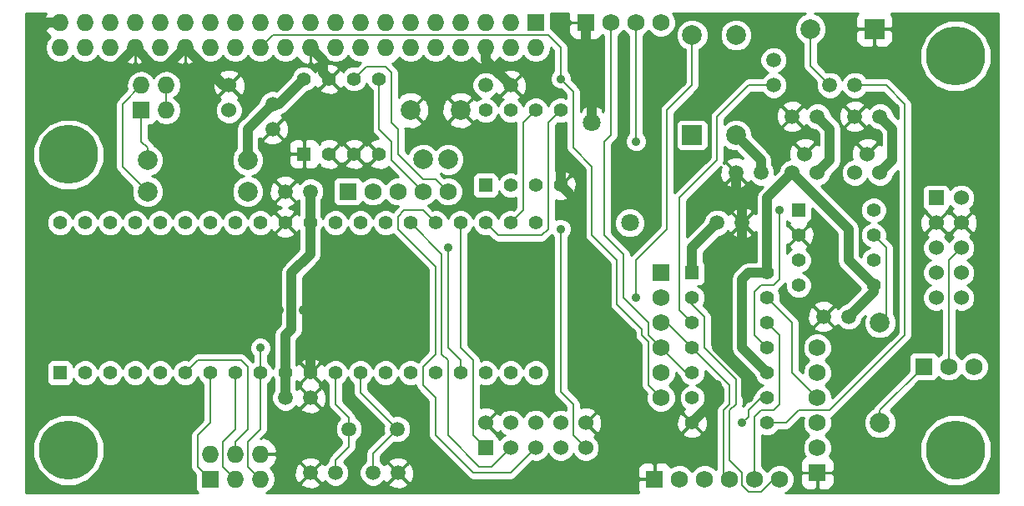
<source format=gtl>
%FSLAX36Y36*%
G04 Gerber Fmt 3.6, Leading zero omitted, Abs format (unit inch)*
G04 Created by KiCad (PCBNEW (2014-jul-16 BZR unknown)-product) date Tue 13 Jan 2015 03:14:55 PM PST*
%MOIN*%
G01*
G04 APERTURE LIST*
%ADD10C,0.003937*%
%ADD11C,0.059100*%
%ADD12C,0.078700*%
%ADD13R,0.078700X0.078700*%
%ADD14C,0.060000*%
%ADD15R,0.068000X0.068000*%
%ADD16C,0.068000*%
%ADD17O,0.068000X0.068000*%
%ADD18R,0.060000X0.060000*%
%ADD19R,0.055000X0.055000*%
%ADD20C,0.055000*%
%ADD21C,0.078740*%
%ADD22C,0.236220*%
%ADD23C,0.070866*%
%ADD24C,0.035000*%
%ADD25C,0.008000*%
%ADD26C,0.040000*%
%ADD27C,0.010000*%
G04 APERTURE END LIST*
D10*
D11*
X5200000Y-5800000D03*
X5100000Y-5800000D03*
X5350000Y-5800000D03*
X5450000Y-5800000D03*
X5000000Y-5500000D03*
X5100000Y-5500000D03*
X5100000Y-4675000D03*
X5000000Y-4675000D03*
X7250000Y-5175000D03*
X7150000Y-5175000D03*
X6950000Y-4250000D03*
X6950000Y-4150000D03*
X6725000Y-4800000D03*
X6825000Y-4800000D03*
X7125000Y-4375000D03*
X7025000Y-4375000D03*
X7375000Y-4375000D03*
X7275000Y-4375000D03*
X7175000Y-4250000D03*
X7275000Y-4250000D03*
X6900000Y-4600000D03*
X6800000Y-4600000D03*
X5800000Y-4250000D03*
X5900000Y-4250000D03*
X4950000Y-4325000D03*
X4950000Y-4425000D03*
D12*
X6625000Y-4050000D03*
D13*
X6625000Y-4450000D03*
D14*
X4775000Y-4350000D03*
X4775000Y-4250000D03*
D15*
X7550000Y-5375000D03*
D16*
X7650000Y-5375000D03*
X7750000Y-5375000D03*
D15*
X4425000Y-4350000D03*
D17*
X4425000Y-4250000D03*
X4525000Y-4350000D03*
X4525000Y-4250000D03*
D15*
X6000000Y-4000000D03*
D17*
X6000000Y-4100000D03*
X5900000Y-4000000D03*
X5900000Y-4100000D03*
X5800000Y-4000000D03*
X5800000Y-4100000D03*
X5700000Y-4000000D03*
X5700000Y-4100000D03*
X5600000Y-4000000D03*
X5600000Y-4100000D03*
X5500000Y-4000000D03*
X5500000Y-4100000D03*
X5400000Y-4000000D03*
X5400000Y-4100000D03*
X5300000Y-4000000D03*
X5300000Y-4100000D03*
X5200000Y-4000000D03*
X5200000Y-4100000D03*
X5100000Y-4000000D03*
X5100000Y-4100000D03*
X5000000Y-4000000D03*
X5000000Y-4100000D03*
X4900000Y-4000000D03*
X4900000Y-4100000D03*
X4800000Y-4000000D03*
X4800000Y-4100000D03*
X4700000Y-4000000D03*
X4700000Y-4100000D03*
X4600000Y-4000000D03*
X4600000Y-4100000D03*
X4500000Y-4000000D03*
X4500000Y-4100000D03*
X4400000Y-4000000D03*
X4400000Y-4100000D03*
X4300000Y-4000000D03*
X4300000Y-4100000D03*
X4200000Y-4000000D03*
X4200000Y-4100000D03*
X4100000Y-4000000D03*
X4100000Y-4100000D03*
D18*
X7600000Y-4700000D03*
D14*
X7700000Y-4700000D03*
X7600000Y-4800000D03*
X7700000Y-4800000D03*
X7600000Y-4900000D03*
X7700000Y-4900000D03*
X7600000Y-5000000D03*
X7700000Y-5000000D03*
X7600000Y-5100000D03*
X7700000Y-5100000D03*
D15*
X6475000Y-5825000D03*
D16*
X6575000Y-5825000D03*
X6675000Y-5825000D03*
X6775000Y-5825000D03*
X6875000Y-5825000D03*
X6975000Y-5825000D03*
D15*
X7125000Y-5800000D03*
D16*
X7125000Y-5700000D03*
X7125000Y-5600000D03*
X7125000Y-5500000D03*
X7125000Y-5400000D03*
X7125000Y-5300000D03*
D15*
X4700000Y-5825000D03*
D17*
X4700000Y-5725000D03*
X4800000Y-5825000D03*
X4800000Y-5725000D03*
X4900000Y-5825000D03*
X4900000Y-5725000D03*
D15*
X6200000Y-4000000D03*
D16*
X6300000Y-4000000D03*
X6400000Y-4000000D03*
X6500000Y-4000000D03*
D18*
X5800000Y-5700000D03*
D14*
X5800000Y-5600000D03*
X5900000Y-5700000D03*
X5900000Y-5600000D03*
X6000000Y-5700000D03*
X6000000Y-5600000D03*
X6100000Y-5700000D03*
X6100000Y-5600000D03*
X6200000Y-5700000D03*
X6200000Y-5600000D03*
D12*
X7375000Y-5200000D03*
X7375000Y-5600000D03*
D15*
X6500000Y-5000000D03*
D16*
X6500000Y-5100000D03*
X6500000Y-5200000D03*
X6500000Y-5300000D03*
X6500000Y-5400000D03*
X6500000Y-5500000D03*
D12*
X6800000Y-4050000D03*
X6800000Y-4450000D03*
X4450000Y-4675000D03*
X4850000Y-4675000D03*
X4450000Y-4550000D03*
X4850000Y-4550000D03*
D13*
X7353000Y-4025000D03*
D12*
X7097000Y-4025000D03*
D19*
X5800000Y-4650000D03*
D20*
X5900000Y-4650000D03*
X6000000Y-4650000D03*
X6100000Y-4650000D03*
X6100000Y-4350000D03*
X6000000Y-4350000D03*
X5900000Y-4350000D03*
X5800000Y-4350000D03*
D19*
X6625000Y-5000000D03*
D20*
X6625000Y-5100000D03*
X6625000Y-5200000D03*
X6625000Y-5300000D03*
X6625000Y-5400000D03*
X6625000Y-5500000D03*
X6625000Y-5600000D03*
X6925000Y-5600000D03*
X6925000Y-5500000D03*
X6925000Y-5400000D03*
X6925000Y-5300000D03*
X6925000Y-5200000D03*
X6925000Y-5100000D03*
X6925000Y-5000000D03*
D19*
X7050000Y-4750000D03*
D20*
X7050000Y-4850000D03*
X7050000Y-4950000D03*
X7050000Y-5050000D03*
X7350000Y-5050000D03*
X7350000Y-4950000D03*
X7350000Y-4850000D03*
X7350000Y-4750000D03*
D14*
X7275000Y-4600000D03*
X7325000Y-4525000D03*
X7375000Y-4600000D03*
D19*
X4100000Y-5400000D03*
D20*
X4200000Y-5400000D03*
X4300000Y-5400000D03*
X4400000Y-5400000D03*
X4500000Y-5400000D03*
X4600000Y-5400000D03*
X4700000Y-5400000D03*
X4800000Y-5400000D03*
X4900000Y-5400000D03*
X5000000Y-5400000D03*
X5100000Y-5400000D03*
X5200000Y-5400000D03*
X5300000Y-5400000D03*
X5400000Y-5400000D03*
X5500000Y-5400000D03*
X5600000Y-5400000D03*
X5700000Y-5400000D03*
X5800000Y-5400000D03*
X5900000Y-5400000D03*
X6000000Y-5400000D03*
X6000000Y-4800000D03*
X5900000Y-4800000D03*
X5800000Y-4800000D03*
X5700000Y-4800000D03*
X5600000Y-4800000D03*
X5500000Y-4800000D03*
X5400000Y-4800000D03*
X5300000Y-4800000D03*
X5200000Y-4800000D03*
X5100000Y-4800000D03*
X5000000Y-4800000D03*
X4900000Y-4800000D03*
X4800000Y-4800000D03*
X4700000Y-4800000D03*
X4600000Y-4800000D03*
X4500000Y-4800000D03*
X4400000Y-4800000D03*
X4300000Y-4800000D03*
X4200000Y-4800000D03*
X4100000Y-4800000D03*
D14*
X7025000Y-4600000D03*
X7075000Y-4525000D03*
X7125000Y-4600000D03*
D19*
X5075000Y-4525000D03*
D20*
X5175000Y-4525000D03*
X5275000Y-4525000D03*
X5375000Y-4525000D03*
X5375000Y-4225000D03*
X5275000Y-4225000D03*
X5175000Y-4225000D03*
X5075000Y-4225000D03*
D11*
X5253900Y-5625000D03*
X5446100Y-5625000D03*
D21*
X5650000Y-4546850D03*
X5550000Y-4546850D03*
X5700000Y-4350000D03*
X5500000Y-4350000D03*
D15*
X5250000Y-4675000D03*
D16*
X5350000Y-4675000D03*
X5450000Y-4675000D03*
X5550000Y-4675000D03*
X5650000Y-4675000D03*
D22*
X7677165Y-5708661D03*
X4133858Y-5708661D03*
X7677165Y-4133858D03*
X4133858Y-4527559D03*
D23*
X6375787Y-4800197D03*
X6224213Y-4399803D03*
D24*
X5100000Y-5300000D03*
X6650000Y-4525000D03*
X6839873Y-5414873D03*
X6725000Y-5200000D03*
X6725000Y-5075000D03*
X6725000Y-4925000D03*
X6825000Y-4925000D03*
X6725000Y-5300000D03*
X6850000Y-5500000D03*
X6725000Y-5450000D03*
X6175000Y-4925000D03*
X6025000Y-4925000D03*
X5750000Y-4950000D03*
X5475000Y-4952000D03*
X6175000Y-5150000D03*
X6025000Y-5150000D03*
X5775000Y-5150000D03*
X5525000Y-5150000D03*
X5075000Y-5150000D03*
X4975000Y-5150000D03*
X4725000Y-5150000D03*
X6100000Y-4450000D03*
X4900000Y-5300000D03*
X6400000Y-5100000D03*
X6100000Y-4825000D03*
X5650000Y-4900000D03*
X6975000Y-4750000D03*
X6400000Y-4475000D03*
X6825000Y-5600000D03*
X6100000Y-4225000D03*
D25*
X5253900Y-5625000D02*
X5253900Y-5578900D01*
X5200000Y-5525000D02*
X5200000Y-5400000D01*
X5253900Y-5578900D02*
X5200000Y-5525000D01*
X5200000Y-5800000D02*
X5200000Y-5750000D01*
X5253900Y-5696100D02*
X5253900Y-5625000D01*
X5200000Y-5750000D02*
X5253900Y-5696100D01*
D26*
X5100000Y-5400000D02*
X5100000Y-5300000D01*
X6825000Y-4800000D02*
X6825000Y-4700000D01*
X6800000Y-4675000D02*
X6800000Y-4600000D01*
X6825000Y-4700000D02*
X6800000Y-4675000D01*
X6850000Y-5500000D02*
X6839873Y-5489873D01*
X6839873Y-5489873D02*
X6839873Y-5414873D01*
X6725000Y-5300000D02*
X6725000Y-5200000D01*
X6825000Y-4800000D02*
X6825000Y-4925000D01*
X6725000Y-4925000D02*
X6725000Y-5075000D01*
X6725000Y-5200000D02*
X6725000Y-5075000D01*
X6725000Y-5500000D02*
X6625000Y-5600000D01*
X6725000Y-5500000D02*
X6725000Y-5450000D01*
X6839873Y-5414873D02*
X6725000Y-5300000D01*
X6839873Y-5489873D02*
X6839873Y-5414873D01*
X5175000Y-4225000D02*
X5150000Y-4200000D01*
X5800000Y-4150000D02*
X5800000Y-4100000D01*
X5900000Y-4250000D02*
X5800000Y-4150000D01*
X4750000Y-4250000D02*
X4600000Y-4100000D01*
X4775000Y-4250000D02*
X4750000Y-4250000D01*
X6200000Y-4225000D02*
X6200000Y-4000000D01*
X6224213Y-4249213D02*
X6200000Y-4225000D01*
X6224213Y-4399803D02*
X6224213Y-4249213D01*
X4050000Y-4000000D02*
X4025000Y-4025000D01*
X4025000Y-4025000D02*
X4025000Y-4150000D01*
X4025000Y-4150000D02*
X4050000Y-4175000D01*
X4050000Y-4175000D02*
X4325000Y-4175000D01*
X4325000Y-4175000D02*
X4400000Y-4100000D01*
X4100000Y-4000000D02*
X4050000Y-4000000D01*
X4475000Y-4175000D02*
X4525000Y-4175000D01*
X4525000Y-4175000D02*
X4600000Y-4100000D01*
X4400000Y-4100000D02*
X4475000Y-4175000D01*
X5150000Y-4150000D02*
X5150000Y-4200000D01*
X5100000Y-4100000D02*
X5150000Y-4150000D01*
X6175000Y-4725000D02*
X6175000Y-4925000D01*
X6025000Y-4925000D02*
X6000000Y-4950000D01*
X6000000Y-4950000D02*
X5750000Y-4950000D01*
X5475000Y-4952000D02*
X5475000Y-4950000D01*
X6100000Y-4650000D02*
X6175000Y-4725000D01*
X6025000Y-5150000D02*
X5775000Y-5150000D01*
X5525000Y-5150000D02*
X5075000Y-5150000D01*
X4975000Y-5150000D02*
X4725000Y-5150000D01*
X6175000Y-4925000D02*
X6175000Y-5150000D01*
X6100000Y-4650000D02*
X6100000Y-4450000D01*
D25*
X5350000Y-5800000D02*
X5350000Y-5721100D01*
X5350000Y-5721100D02*
X5446100Y-5625000D01*
X5446100Y-5625000D02*
X5300000Y-5478900D01*
X5300000Y-5478900D02*
X5300000Y-5400000D01*
X4900000Y-5825000D02*
X4850000Y-5775000D01*
X4850000Y-5775000D02*
X4850000Y-5675000D01*
X4850000Y-5675000D02*
X4900000Y-5625000D01*
X4900000Y-5625000D02*
X4900000Y-5400000D01*
X7175000Y-4250000D02*
X7097000Y-4172000D01*
X7097000Y-4172000D02*
X7097000Y-4025000D01*
X6400000Y-5100000D02*
X6400000Y-4950000D01*
X6400000Y-4950000D02*
X6525000Y-4825000D01*
X6525000Y-4825000D02*
X6525000Y-4350000D01*
X6525000Y-4350000D02*
X6625000Y-4250000D01*
X6625000Y-4250000D02*
X6625000Y-4050000D01*
X4900000Y-5400000D02*
X4900000Y-5300000D01*
X4525000Y-4350000D02*
X4525000Y-4250000D01*
X7375000Y-5600000D02*
X7375000Y-5550000D01*
X7375000Y-5550000D02*
X7550000Y-5375000D01*
X4450000Y-4550000D02*
X4450000Y-4500000D01*
X4425000Y-4475000D02*
X4425000Y-4350000D01*
X4450000Y-4500000D02*
X4425000Y-4475000D01*
X4450000Y-4675000D02*
X4350000Y-4575000D01*
X4350000Y-4325000D02*
X4425000Y-4250000D01*
X4350000Y-4575000D02*
X4350000Y-4325000D01*
X4700000Y-5825000D02*
X4650000Y-5775000D01*
X4700000Y-5600000D02*
X4700000Y-5400000D01*
X4650000Y-5650000D02*
X4700000Y-5600000D01*
X4650000Y-5775000D02*
X4650000Y-5650000D01*
X4800000Y-5825000D02*
X4750000Y-5775000D01*
X4800000Y-5625000D02*
X4800000Y-5400000D01*
X4750000Y-5675000D02*
X4800000Y-5625000D01*
X4750000Y-5775000D02*
X4750000Y-5675000D01*
X4800000Y-5725000D02*
X4800000Y-5675000D01*
X4650000Y-5350000D02*
X4600000Y-5400000D01*
X4825000Y-5350000D02*
X4650000Y-5350000D01*
X4850000Y-5375000D02*
X4825000Y-5350000D01*
X4850000Y-5625000D02*
X4850000Y-5375000D01*
X4800000Y-5675000D02*
X4850000Y-5625000D01*
X5800000Y-5700000D02*
X5750000Y-5650000D01*
X5700000Y-5300000D02*
X5700000Y-4800000D01*
X5750000Y-5350000D02*
X5700000Y-5300000D01*
X5750000Y-5650000D02*
X5750000Y-5350000D01*
X5500000Y-4800000D02*
X5625000Y-4925000D01*
X5625000Y-4925000D02*
X5625000Y-5325000D01*
X5900000Y-5700000D02*
X5825000Y-5775000D01*
X5650000Y-5350000D02*
X5625000Y-5325000D01*
X5650000Y-5650000D02*
X5650000Y-5350000D01*
X5775000Y-5775000D02*
X5650000Y-5650000D01*
X5825000Y-5775000D02*
X5775000Y-5775000D01*
X5550000Y-5375000D02*
X5600000Y-5325000D01*
X5600000Y-4975000D02*
X5450000Y-4825000D01*
X5600000Y-5325000D02*
X5600000Y-4975000D01*
X5550000Y-4750000D02*
X5600000Y-4800000D01*
X5475000Y-4750000D02*
X5550000Y-4750000D01*
X5450000Y-4775000D02*
X5475000Y-4750000D01*
X5450000Y-4825000D02*
X5450000Y-4775000D01*
X6000000Y-5700000D02*
X5900000Y-5800000D01*
X5550000Y-5450000D02*
X5550000Y-5375000D01*
X5600000Y-5500000D02*
X5550000Y-5450000D01*
X5600000Y-5650000D02*
X5600000Y-5500000D01*
X5750000Y-5800000D02*
X5600000Y-5650000D01*
X5900000Y-5800000D02*
X5750000Y-5800000D01*
X6200000Y-5700000D02*
X6150000Y-5650000D01*
X6150000Y-5650000D02*
X6150000Y-5525000D01*
X6100000Y-5475000D02*
X6150000Y-5525000D01*
X6100000Y-4825000D02*
X6100000Y-5475000D01*
X6875000Y-5825000D02*
X6875000Y-5575000D01*
X6975000Y-5250000D02*
X6925000Y-5200000D01*
X6975000Y-5525000D02*
X6975000Y-5250000D01*
X6950000Y-5550000D02*
X6975000Y-5525000D01*
X6900000Y-5550000D02*
X6950000Y-5550000D01*
X6875000Y-5575000D02*
X6900000Y-5550000D01*
X5650000Y-4900000D02*
X5650000Y-5300000D01*
X5700000Y-5350000D02*
X5700000Y-5400000D01*
X5650000Y-5300000D02*
X5700000Y-5350000D01*
X7650000Y-5375000D02*
X7650000Y-4950000D01*
X7650000Y-4950000D02*
X7700000Y-4900000D01*
X7375000Y-5200000D02*
X7400000Y-5175000D01*
X7400000Y-5175000D02*
X7400000Y-4900000D01*
X7400000Y-4900000D02*
X7350000Y-4850000D01*
X6625000Y-5200000D02*
X6575000Y-5150000D01*
X6850000Y-4250000D02*
X6950000Y-4250000D01*
X6725000Y-4375000D02*
X6850000Y-4250000D01*
X6725000Y-4550000D02*
X6725000Y-4375000D01*
X6575000Y-4700000D02*
X6725000Y-4550000D01*
X6575000Y-5150000D02*
X6575000Y-4700000D01*
X6800000Y-5525000D02*
X6800000Y-5425000D01*
X6625000Y-5100000D02*
X6625000Y-5125000D01*
X6625000Y-5125000D02*
X6675000Y-5175000D01*
X6675000Y-5175000D02*
X6675000Y-5300000D01*
X6675000Y-5300000D02*
X6800000Y-5425000D01*
X6975000Y-5825000D02*
X6950000Y-5825000D01*
X6850000Y-5875000D02*
X6825000Y-5850000D01*
X6825000Y-5850000D02*
X6825000Y-5800000D01*
X6950000Y-5825000D02*
X6900000Y-5875000D01*
X6900000Y-5875000D02*
X6850000Y-5875000D01*
X6775000Y-5550000D02*
X6775000Y-5750000D01*
X6775000Y-5750000D02*
X6825000Y-5800000D01*
X6800000Y-5525000D02*
X6775000Y-5550000D01*
X6625000Y-5300000D02*
X6525000Y-5200000D01*
X6525000Y-5200000D02*
X6500000Y-5200000D01*
X6775000Y-5525000D02*
X6775000Y-5450000D01*
X6775000Y-5450000D02*
X6625000Y-5300000D01*
X6750000Y-5550000D02*
X6750000Y-5800000D01*
X6750000Y-5800000D02*
X6775000Y-5825000D01*
X6775000Y-5525000D02*
X6750000Y-5550000D01*
X7125000Y-5500000D02*
X7025000Y-5400000D01*
X7025000Y-5200000D02*
X6925000Y-5100000D01*
X7025000Y-5400000D02*
X7025000Y-5200000D01*
D26*
X7125000Y-4600000D02*
X7175000Y-4550000D01*
X7175000Y-4425000D02*
X7125000Y-4375000D01*
X7175000Y-4550000D02*
X7175000Y-4425000D01*
D25*
X6925000Y-5600000D02*
X7000000Y-5600000D01*
X7400000Y-4250000D02*
X7275000Y-4250000D01*
X7475000Y-4325000D02*
X7400000Y-4250000D01*
X7475000Y-5250000D02*
X7475000Y-4325000D01*
X7175000Y-5550000D02*
X7475000Y-5250000D01*
X7050000Y-5550000D02*
X7175000Y-5550000D01*
X7000000Y-5600000D02*
X7050000Y-5550000D01*
D26*
X7375000Y-4600000D02*
X7425000Y-4550000D01*
X7425000Y-4425000D02*
X7375000Y-4375000D01*
X7425000Y-4475000D02*
X7425000Y-4425000D01*
X7425000Y-4550000D02*
X7425000Y-4475000D01*
X6925000Y-5000000D02*
X6850000Y-5000000D01*
X6825000Y-5025000D02*
X6825000Y-5300000D01*
X6850000Y-5000000D02*
X6825000Y-5025000D01*
X6925000Y-5400000D02*
X6825000Y-5300000D01*
X6900000Y-4600000D02*
X6900000Y-4550000D01*
X6900000Y-4550000D02*
X6800000Y-4450000D01*
X5000000Y-5500000D02*
X5000000Y-5400000D01*
X5000000Y-5400000D02*
X5000000Y-5250000D01*
X5000000Y-5250000D02*
X5025000Y-5225000D01*
X5100000Y-4675000D02*
X5100000Y-4800000D01*
X6625000Y-5000000D02*
X6625000Y-4900000D01*
X6625000Y-4900000D02*
X6725000Y-4800000D01*
X6925000Y-5000000D02*
X6925000Y-4700000D01*
X6925000Y-4700000D02*
X7025000Y-4600000D01*
X7250000Y-5175000D02*
X7350000Y-5075000D01*
X7350000Y-5075000D02*
X7350000Y-5050000D01*
X7350000Y-5050000D02*
X7250000Y-4950000D01*
X7250000Y-4825000D02*
X7025000Y-4600000D01*
X7250000Y-4950000D02*
X7250000Y-4825000D01*
X4850000Y-4425000D02*
X4950000Y-4325000D01*
X4850000Y-4550000D02*
X4850000Y-4425000D01*
X4975000Y-4325000D02*
X5075000Y-4225000D01*
X4950000Y-4325000D02*
X4975000Y-4325000D01*
X5100000Y-4925000D02*
X5025000Y-5000000D01*
X5025000Y-5000000D02*
X5025000Y-5225000D01*
X5100000Y-4800000D02*
X5100000Y-4925000D01*
D25*
X6625000Y-5400000D02*
X6600000Y-5400000D01*
X6600000Y-5400000D02*
X6500000Y-5300000D01*
X6275000Y-4850000D02*
X6275000Y-4475000D01*
X6275000Y-4475000D02*
X6300000Y-4450000D01*
X6300000Y-4450000D02*
X6300000Y-4000000D01*
X6500000Y-5300000D02*
X6450000Y-5250000D01*
X6450000Y-5200000D02*
X6450000Y-5250000D01*
X6350000Y-5100000D02*
X6350000Y-4925000D01*
X6350000Y-4925000D02*
X6275000Y-4850000D01*
X6450000Y-5200000D02*
X6350000Y-5100000D01*
X6875000Y-5250000D02*
X6875000Y-5075000D01*
X6875000Y-5075000D02*
X6900000Y-5050000D01*
X6900000Y-5050000D02*
X6950000Y-5050000D01*
X6950000Y-5050000D02*
X6975000Y-5025000D01*
X6975000Y-5025000D02*
X6975000Y-4750000D01*
X6400000Y-4475000D02*
X6400000Y-4000000D01*
X6925000Y-5300000D02*
X6875000Y-5250000D01*
X6900000Y-5500000D02*
X6925000Y-5500000D01*
X6825000Y-5600000D02*
X6850000Y-5575000D01*
X6850000Y-5575000D02*
X6850000Y-5550000D01*
X6850000Y-5550000D02*
X6900000Y-5500000D01*
X6100000Y-4100000D02*
X6100000Y-4225000D01*
X6050000Y-4050000D02*
X6100000Y-4100000D01*
X4900000Y-4100000D02*
X4950000Y-4050000D01*
X4950000Y-4050000D02*
X6025000Y-4050000D01*
X6025000Y-4050000D02*
X6050000Y-4050000D01*
X6225000Y-4850000D02*
X6225000Y-4575000D01*
X6225000Y-4575000D02*
X6150000Y-4500000D01*
X6150000Y-4500000D02*
X6150000Y-4275000D01*
X6150000Y-4275000D02*
X6100000Y-4225000D01*
X6500000Y-5500000D02*
X6450000Y-5450000D01*
X6450000Y-5275000D02*
X6425000Y-5250000D01*
X6425000Y-5250000D02*
X6425000Y-5225000D01*
X6425000Y-5225000D02*
X6325000Y-5125000D01*
X6325000Y-5125000D02*
X6325000Y-4950000D01*
X6325000Y-4950000D02*
X6225000Y-4850000D01*
X6450000Y-5450000D02*
X6450000Y-5275000D01*
X5425000Y-4550000D02*
X5425000Y-4475000D01*
X5550000Y-4675000D02*
X5425000Y-4550000D01*
X5375000Y-4425000D02*
X5425000Y-4475000D01*
X5375000Y-4225000D02*
X5375000Y-4425000D01*
X5600000Y-4625000D02*
X5575000Y-4625000D01*
X5575000Y-4625000D02*
X5550000Y-4625000D01*
X5550000Y-4625000D02*
X5450000Y-4525000D01*
X5450000Y-4525000D02*
X5450000Y-4425000D01*
X5450000Y-4425000D02*
X5425000Y-4400000D01*
X5425000Y-4400000D02*
X5425000Y-4200000D01*
X5425000Y-4200000D02*
X5400000Y-4175000D01*
X5400000Y-4175000D02*
X5325000Y-4175000D01*
X5325000Y-4175000D02*
X5275000Y-4225000D01*
X5650000Y-4675000D02*
X5600000Y-4625000D01*
X5800000Y-4800000D02*
X5850000Y-4850000D01*
X6050000Y-4400000D02*
X6100000Y-4350000D01*
X6050000Y-4825000D02*
X6050000Y-4400000D01*
X6025000Y-4850000D02*
X6050000Y-4825000D01*
X5850000Y-4850000D02*
X6025000Y-4850000D01*
X5900000Y-4800000D02*
X5950000Y-4750000D01*
X5950000Y-4400000D02*
X6000000Y-4350000D01*
X5950000Y-4750000D02*
X5950000Y-4400000D01*
D27*
G36*
X4801787Y-4001000D02*
X4801000Y-4001000D01*
X4801000Y-4001787D01*
X4799000Y-4001787D01*
X4799000Y-4001000D01*
X4798213Y-4001000D01*
X4798213Y-3999000D01*
X4799000Y-3999000D01*
X4799000Y-3998213D01*
X4801000Y-3998213D01*
X4801000Y-3999000D01*
X4801787Y-3999000D01*
X4801787Y-4001000D01*
X4801787Y-4001000D01*
G37*
X4801787Y-4001000D02*
X4801000Y-4001000D01*
X4801000Y-4001787D01*
X4799000Y-4001787D01*
X4799000Y-4001000D01*
X4798213Y-4001000D01*
X4798213Y-3999000D01*
X4799000Y-3999000D01*
X4799000Y-3998213D01*
X4801000Y-3998213D01*
X4801000Y-3999000D01*
X4801787Y-3999000D01*
X4801787Y-4001000D01*
G36*
X5401787Y-4101000D02*
X5401000Y-4101000D01*
X5401000Y-4101787D01*
X5399000Y-4101787D01*
X5399000Y-4101000D01*
X5398213Y-4101000D01*
X5398213Y-4099000D01*
X5399000Y-4099000D01*
X5399000Y-4098213D01*
X5401000Y-4098213D01*
X5401000Y-4099000D01*
X5401787Y-4099000D01*
X5401787Y-4101000D01*
X5401787Y-4101000D01*
G37*
X5401787Y-4101000D02*
X5401000Y-4101000D01*
X5401000Y-4101787D01*
X5399000Y-4101787D01*
X5399000Y-4101000D01*
X5398213Y-4101000D01*
X5398213Y-4099000D01*
X5399000Y-4099000D01*
X5399000Y-4098213D01*
X5401000Y-4098213D01*
X5401000Y-4099000D01*
X5401787Y-4099000D01*
X5401787Y-4101000D01*
G36*
X5449988Y-4734000D02*
X5429494Y-4754494D01*
X5429020Y-4755204D01*
X5410489Y-4747509D01*
X5389603Y-4747491D01*
X5370300Y-4755467D01*
X5355519Y-4770222D01*
X5349996Y-4783521D01*
X5344533Y-4770300D01*
X5329778Y-4755519D01*
X5310489Y-4747509D01*
X5289603Y-4747491D01*
X5270300Y-4755467D01*
X5255519Y-4770222D01*
X5249996Y-4783521D01*
X5244533Y-4770300D01*
X5229778Y-4755519D01*
X5210489Y-4747509D01*
X5189603Y-4747491D01*
X5170300Y-4755467D01*
X5155519Y-4770222D01*
X5149996Y-4783521D01*
X5145000Y-4771429D01*
X5145000Y-4707157D01*
X5146218Y-4705940D01*
X5154541Y-4685898D01*
X5154559Y-4664197D01*
X5146272Y-4644140D01*
X5130940Y-4628782D01*
X5110898Y-4620459D01*
X5089197Y-4620441D01*
X5074000Y-4626720D01*
X5074000Y-4578750D01*
X5074000Y-4526000D01*
X5074000Y-4524000D01*
X5074000Y-4471250D01*
X5065250Y-4462500D01*
X5040538Y-4462500D01*
X5027674Y-4467828D01*
X5017828Y-4477674D01*
X5014840Y-4484888D01*
X5014840Y-4413718D01*
X5005587Y-4389763D01*
X5003827Y-4387129D01*
X4991052Y-4385363D01*
X4951414Y-4425000D01*
X4991052Y-4464637D01*
X5003827Y-4462871D01*
X5014222Y-4439390D01*
X5014840Y-4413718D01*
X5014840Y-4484888D01*
X5012500Y-4490538D01*
X5012500Y-4504462D01*
X5012500Y-4515250D01*
X5021250Y-4524000D01*
X5074000Y-4524000D01*
X5074000Y-4526000D01*
X5021250Y-4526000D01*
X5012500Y-4534750D01*
X5012500Y-4545538D01*
X5012500Y-4559462D01*
X5017828Y-4572326D01*
X5027674Y-4582172D01*
X5040538Y-4587500D01*
X5065250Y-4587500D01*
X5074000Y-4578750D01*
X5074000Y-4626720D01*
X5069140Y-4628728D01*
X5056282Y-4641563D01*
X5055587Y-4639763D01*
X5053827Y-4637129D01*
X5041052Y-4635363D01*
X5039637Y-4636777D01*
X5039637Y-4633948D01*
X5037871Y-4621173D01*
X5014390Y-4610778D01*
X4989637Y-4610182D01*
X4989637Y-4466052D01*
X4950000Y-4426414D01*
X4910363Y-4466052D01*
X4912129Y-4478827D01*
X4935610Y-4489222D01*
X4961282Y-4489840D01*
X4985237Y-4480587D01*
X4987871Y-4478827D01*
X4989637Y-4466052D01*
X4989637Y-4610182D01*
X4988718Y-4610160D01*
X4964763Y-4619413D01*
X4962129Y-4621173D01*
X4960363Y-4633948D01*
X5000000Y-4673586D01*
X5039637Y-4633948D01*
X5039637Y-4636777D01*
X5001414Y-4675000D01*
X5041052Y-4714637D01*
X5053827Y-4712871D01*
X5055000Y-4710221D01*
X5055000Y-4768945D01*
X5053805Y-4765855D01*
X5052136Y-4763357D01*
X5039637Y-4761848D01*
X5039637Y-4716052D01*
X5000000Y-4676414D01*
X4998586Y-4677828D01*
X4998586Y-4675000D01*
X4958948Y-4635363D01*
X4946173Y-4637129D01*
X4935778Y-4660610D01*
X4935160Y-4686282D01*
X4944413Y-4710237D01*
X4946173Y-4712871D01*
X4958948Y-4714637D01*
X4998586Y-4675000D01*
X4998586Y-4677828D01*
X4960363Y-4716052D01*
X4962129Y-4728827D01*
X4984803Y-4738865D01*
X4965855Y-4746195D01*
X4963357Y-4747864D01*
X4961841Y-4760427D01*
X5000000Y-4798586D01*
X5038159Y-4760427D01*
X5036643Y-4747864D01*
X5015131Y-4738354D01*
X5035237Y-4730587D01*
X5037871Y-4728827D01*
X5039637Y-4716052D01*
X5039637Y-4761848D01*
X5039573Y-4761841D01*
X5001414Y-4800000D01*
X5039573Y-4838159D01*
X5052136Y-4836643D01*
X5055000Y-4830164D01*
X5055000Y-4906360D01*
X5038159Y-4923201D01*
X5038159Y-4839573D01*
X5000000Y-4801414D01*
X4998586Y-4802828D01*
X4998586Y-4800000D01*
X4960427Y-4761841D01*
X4947864Y-4763357D01*
X4944660Y-4770606D01*
X4944533Y-4770300D01*
X4929778Y-4755519D01*
X4910489Y-4747509D01*
X4889603Y-4747491D01*
X4870300Y-4755467D01*
X4855519Y-4770222D01*
X4849996Y-4783521D01*
X4844533Y-4770300D01*
X4829778Y-4755519D01*
X4810489Y-4747509D01*
X4789603Y-4747491D01*
X4770300Y-4755467D01*
X4755519Y-4770222D01*
X4749996Y-4783521D01*
X4744533Y-4770300D01*
X4729778Y-4755519D01*
X4710489Y-4747509D01*
X4689603Y-4747491D01*
X4670300Y-4755467D01*
X4655519Y-4770222D01*
X4649996Y-4783521D01*
X4644533Y-4770300D01*
X4629778Y-4755519D01*
X4610489Y-4747509D01*
X4589603Y-4747491D01*
X4585156Y-4749328D01*
X4585156Y-4350000D01*
X4580665Y-4327422D01*
X4567875Y-4308281D01*
X4555482Y-4300000D01*
X4567875Y-4291719D01*
X4580665Y-4272578D01*
X4585156Y-4250000D01*
X4580665Y-4227422D01*
X4567875Y-4208281D01*
X4548734Y-4195491D01*
X4526156Y-4191000D01*
X4523844Y-4191000D01*
X4501266Y-4195491D01*
X4482125Y-4208281D01*
X4475000Y-4218944D01*
X4467875Y-4208281D01*
X4448734Y-4195491D01*
X4426156Y-4191000D01*
X4423844Y-4191000D01*
X4401266Y-4195491D01*
X4382125Y-4208281D01*
X4369335Y-4227422D01*
X4364844Y-4250000D01*
X4368020Y-4265968D01*
X4329494Y-4304494D01*
X4323207Y-4313902D01*
X4321000Y-4325000D01*
X4321000Y-4575000D01*
X4323207Y-4586098D01*
X4329494Y-4595506D01*
X4388733Y-4654745D01*
X4385661Y-4662144D01*
X4385639Y-4687744D01*
X4395415Y-4711404D01*
X4413501Y-4729521D01*
X4437144Y-4739339D01*
X4462744Y-4739361D01*
X4486404Y-4729585D01*
X4504521Y-4711499D01*
X4514339Y-4687856D01*
X4514361Y-4662256D01*
X4504585Y-4638596D01*
X4486499Y-4620479D01*
X4467266Y-4612492D01*
X4486404Y-4604585D01*
X4504521Y-4586499D01*
X4514339Y-4562856D01*
X4514361Y-4537256D01*
X4504585Y-4513596D01*
X4486499Y-4495479D01*
X4477344Y-4491677D01*
X4476793Y-4488902D01*
X4476793Y-4488902D01*
X4470506Y-4479494D01*
X4454000Y-4462988D01*
X4454000Y-4409000D01*
X4463973Y-4409000D01*
X4473161Y-4405194D01*
X4480194Y-4398161D01*
X4482702Y-4392105D01*
X4501266Y-4404509D01*
X4523844Y-4409000D01*
X4526156Y-4409000D01*
X4548734Y-4404509D01*
X4567875Y-4391719D01*
X4580665Y-4372578D01*
X4585156Y-4350000D01*
X4585156Y-4749328D01*
X4570300Y-4755467D01*
X4555519Y-4770222D01*
X4549996Y-4783521D01*
X4544533Y-4770300D01*
X4529778Y-4755519D01*
X4510489Y-4747509D01*
X4489603Y-4747491D01*
X4470300Y-4755467D01*
X4455519Y-4770222D01*
X4449996Y-4783521D01*
X4444533Y-4770300D01*
X4429778Y-4755519D01*
X4410489Y-4747509D01*
X4389603Y-4747491D01*
X4370300Y-4755467D01*
X4355519Y-4770222D01*
X4349996Y-4783521D01*
X4344533Y-4770300D01*
X4329778Y-4755519D01*
X4310489Y-4747509D01*
X4289603Y-4747491D01*
X4276993Y-4752701D01*
X4276993Y-4499218D01*
X4255252Y-4446600D01*
X4215030Y-4406307D01*
X4162450Y-4384474D01*
X4105517Y-4384424D01*
X4052899Y-4406165D01*
X4012606Y-4446388D01*
X3990773Y-4498968D01*
X3990723Y-4555901D01*
X4012465Y-4608519D01*
X4052687Y-4648811D01*
X4105267Y-4670644D01*
X4162200Y-4670694D01*
X4214818Y-4648953D01*
X4255110Y-4608730D01*
X4276944Y-4556150D01*
X4276993Y-4499218D01*
X4276993Y-4752701D01*
X4270300Y-4755467D01*
X4255519Y-4770222D01*
X4249996Y-4783521D01*
X4244533Y-4770300D01*
X4229778Y-4755519D01*
X4210489Y-4747509D01*
X4189603Y-4747491D01*
X4170300Y-4755467D01*
X4155519Y-4770222D01*
X4149996Y-4783521D01*
X4144533Y-4770300D01*
X4129778Y-4755519D01*
X4110489Y-4747509D01*
X4089603Y-4747491D01*
X4070300Y-4755467D01*
X4055519Y-4770222D01*
X4047509Y-4789511D01*
X4047491Y-4810397D01*
X4055467Y-4829700D01*
X4070222Y-4844481D01*
X4089511Y-4852491D01*
X4110397Y-4852509D01*
X4129700Y-4844533D01*
X4144481Y-4829778D01*
X4150004Y-4816478D01*
X4155467Y-4829700D01*
X4170222Y-4844481D01*
X4189511Y-4852491D01*
X4210397Y-4852509D01*
X4229700Y-4844533D01*
X4244481Y-4829778D01*
X4250004Y-4816478D01*
X4255467Y-4829700D01*
X4270222Y-4844481D01*
X4289511Y-4852491D01*
X4310397Y-4852509D01*
X4329700Y-4844533D01*
X4344481Y-4829778D01*
X4350004Y-4816478D01*
X4355467Y-4829700D01*
X4370222Y-4844481D01*
X4389511Y-4852491D01*
X4410397Y-4852509D01*
X4429700Y-4844533D01*
X4444481Y-4829778D01*
X4450004Y-4816478D01*
X4455467Y-4829700D01*
X4470222Y-4844481D01*
X4489511Y-4852491D01*
X4510397Y-4852509D01*
X4529700Y-4844533D01*
X4544481Y-4829778D01*
X4550004Y-4816478D01*
X4555467Y-4829700D01*
X4570222Y-4844481D01*
X4589511Y-4852491D01*
X4610397Y-4852509D01*
X4629700Y-4844533D01*
X4644481Y-4829778D01*
X4650004Y-4816478D01*
X4655467Y-4829700D01*
X4670222Y-4844481D01*
X4689511Y-4852491D01*
X4710397Y-4852509D01*
X4729700Y-4844533D01*
X4744481Y-4829778D01*
X4750004Y-4816478D01*
X4755467Y-4829700D01*
X4770222Y-4844481D01*
X4789511Y-4852491D01*
X4810397Y-4852509D01*
X4829700Y-4844533D01*
X4844481Y-4829778D01*
X4850004Y-4816478D01*
X4855467Y-4829700D01*
X4870222Y-4844481D01*
X4889511Y-4852491D01*
X4910397Y-4852509D01*
X4929700Y-4844533D01*
X4944481Y-4829778D01*
X4944494Y-4829747D01*
X4946195Y-4834145D01*
X4947864Y-4836643D01*
X4960427Y-4838159D01*
X4998586Y-4800000D01*
X4998586Y-4802828D01*
X4961841Y-4839573D01*
X4963357Y-4852136D01*
X4986098Y-4862190D01*
X5010955Y-4862776D01*
X5034145Y-4853805D01*
X5036643Y-4852136D01*
X5038159Y-4839573D01*
X5038159Y-4923201D01*
X4993180Y-4968180D01*
X4983425Y-4982779D01*
X4980000Y-5000000D01*
X4980000Y-5206360D01*
X4968180Y-5218180D01*
X4958425Y-5232779D01*
X4955000Y-5250000D01*
X4955000Y-5371471D01*
X4949996Y-5383521D01*
X4944533Y-5370300D01*
X4929778Y-5355519D01*
X4929000Y-5355196D01*
X4929000Y-5331102D01*
X4936009Y-5324106D01*
X4942493Y-5308491D01*
X4942507Y-5291583D01*
X4936051Y-5275957D01*
X4924106Y-5263991D01*
X4908491Y-5257507D01*
X4891583Y-5257493D01*
X4875957Y-5263949D01*
X4863991Y-5275894D01*
X4857507Y-5291509D01*
X4857493Y-5308417D01*
X4863949Y-5324043D01*
X4871000Y-5331106D01*
X4871000Y-5355177D01*
X4870971Y-5355189D01*
X4870506Y-5354494D01*
X4845506Y-5329494D01*
X4836098Y-5323207D01*
X4825000Y-5321000D01*
X4650000Y-5321000D01*
X4638902Y-5323207D01*
X4629494Y-5329494D01*
X4611188Y-5347800D01*
X4610489Y-5347509D01*
X4589603Y-5347491D01*
X4570300Y-5355467D01*
X4555519Y-5370222D01*
X4549996Y-5383521D01*
X4544533Y-5370300D01*
X4529778Y-5355519D01*
X4510489Y-5347509D01*
X4489603Y-5347491D01*
X4470300Y-5355467D01*
X4455519Y-5370222D01*
X4449996Y-5383521D01*
X4444533Y-5370300D01*
X4429778Y-5355519D01*
X4410489Y-5347509D01*
X4389603Y-5347491D01*
X4370300Y-5355467D01*
X4355519Y-5370222D01*
X4349996Y-5383521D01*
X4344533Y-5370300D01*
X4329778Y-5355519D01*
X4310489Y-5347509D01*
X4289603Y-5347491D01*
X4270300Y-5355467D01*
X4255519Y-5370222D01*
X4249996Y-5383521D01*
X4244533Y-5370300D01*
X4229778Y-5355519D01*
X4210489Y-5347509D01*
X4189603Y-5347491D01*
X4170300Y-5355467D01*
X4155519Y-5370222D01*
X4152500Y-5377492D01*
X4152500Y-5367527D01*
X4148694Y-5358339D01*
X4141661Y-5351306D01*
X4132473Y-5347500D01*
X4122527Y-5347500D01*
X4067527Y-5347500D01*
X4058339Y-5351306D01*
X4051306Y-5358339D01*
X4047500Y-5367527D01*
X4047500Y-5377473D01*
X4047500Y-5432473D01*
X4051306Y-5441661D01*
X4058339Y-5448694D01*
X4067527Y-5452500D01*
X4077473Y-5452500D01*
X4132473Y-5452500D01*
X4141661Y-5448694D01*
X4148694Y-5441661D01*
X4152500Y-5432473D01*
X4152500Y-5422527D01*
X4152500Y-5422520D01*
X4155467Y-5429700D01*
X4170222Y-5444481D01*
X4189511Y-5452491D01*
X4210397Y-5452509D01*
X4229700Y-5444533D01*
X4244481Y-5429778D01*
X4250004Y-5416478D01*
X4255467Y-5429700D01*
X4270222Y-5444481D01*
X4289511Y-5452491D01*
X4310397Y-5452509D01*
X4329700Y-5444533D01*
X4344481Y-5429778D01*
X4350004Y-5416478D01*
X4355467Y-5429700D01*
X4370222Y-5444481D01*
X4389511Y-5452491D01*
X4410397Y-5452509D01*
X4429700Y-5444533D01*
X4444481Y-5429778D01*
X4450004Y-5416478D01*
X4455467Y-5429700D01*
X4470222Y-5444481D01*
X4489511Y-5452491D01*
X4510397Y-5452509D01*
X4529700Y-5444533D01*
X4544481Y-5429778D01*
X4550004Y-5416478D01*
X4555467Y-5429700D01*
X4570222Y-5444481D01*
X4589511Y-5452491D01*
X4610397Y-5452509D01*
X4629700Y-5444533D01*
X4644481Y-5429778D01*
X4650004Y-5416478D01*
X4655467Y-5429700D01*
X4670222Y-5444481D01*
X4671000Y-5444804D01*
X4671000Y-5587988D01*
X4629494Y-5629494D01*
X4623207Y-5638902D01*
X4621000Y-5650000D01*
X4621000Y-5775000D01*
X4623207Y-5786098D01*
X4629494Y-5795506D01*
X4641000Y-5807012D01*
X4641000Y-5863973D01*
X4644806Y-5873161D01*
X4651172Y-5879528D01*
X4276993Y-5879528D01*
X4276993Y-5680320D01*
X4255252Y-5627702D01*
X4215030Y-5587409D01*
X4162450Y-5565576D01*
X4105517Y-5565526D01*
X4052899Y-5587268D01*
X4012606Y-5627490D01*
X3990773Y-5680070D01*
X3990723Y-5737003D01*
X4012465Y-5789621D01*
X4052687Y-5829914D01*
X4105267Y-5851747D01*
X4162200Y-5851796D01*
X4214818Y-5830055D01*
X4255110Y-5789833D01*
X4276944Y-5737253D01*
X4276993Y-5680320D01*
X4276993Y-5879528D01*
X3962992Y-5879528D01*
X3962992Y-3962992D01*
X4042382Y-3962992D01*
X4032680Y-3984866D01*
X4032013Y-3988219D01*
X4039758Y-3999000D01*
X4099000Y-3999000D01*
X4099000Y-3998213D01*
X4101000Y-3998213D01*
X4101000Y-3999000D01*
X4101787Y-3999000D01*
X4101787Y-4001000D01*
X4101000Y-4001000D01*
X4101000Y-4001787D01*
X4099000Y-4001787D01*
X4099000Y-4001000D01*
X4039758Y-4001000D01*
X4032013Y-4011781D01*
X4032680Y-4015134D01*
X4043596Y-4039744D01*
X4060620Y-4055945D01*
X4057125Y-4058281D01*
X4044335Y-4077422D01*
X4039844Y-4100000D01*
X4044335Y-4122578D01*
X4057125Y-4141719D01*
X4076266Y-4154509D01*
X4098844Y-4159000D01*
X4101156Y-4159000D01*
X4123734Y-4154509D01*
X4142875Y-4141719D01*
X4150000Y-4131056D01*
X4157125Y-4141719D01*
X4176266Y-4154509D01*
X4198844Y-4159000D01*
X4201156Y-4159000D01*
X4223734Y-4154509D01*
X4242875Y-4141719D01*
X4250000Y-4131056D01*
X4257125Y-4141719D01*
X4276266Y-4154509D01*
X4298844Y-4159000D01*
X4301156Y-4159000D01*
X4323734Y-4154509D01*
X4342875Y-4141719D01*
X4343962Y-4140093D01*
X4363099Y-4158304D01*
X4388219Y-4167987D01*
X4399000Y-4160243D01*
X4399000Y-4101000D01*
X4398213Y-4101000D01*
X4398213Y-4099000D01*
X4399000Y-4099000D01*
X4399000Y-4098213D01*
X4401000Y-4098213D01*
X4401000Y-4099000D01*
X4401787Y-4099000D01*
X4401787Y-4101000D01*
X4401000Y-4101000D01*
X4401000Y-4160243D01*
X4411781Y-4167987D01*
X4436901Y-4158304D01*
X4456038Y-4140093D01*
X4457125Y-4141719D01*
X4476266Y-4154509D01*
X4498844Y-4159000D01*
X4501156Y-4159000D01*
X4523734Y-4154509D01*
X4542875Y-4141719D01*
X4543962Y-4140093D01*
X4563099Y-4158304D01*
X4588219Y-4167987D01*
X4599000Y-4160243D01*
X4599000Y-4101000D01*
X4598213Y-4101000D01*
X4598213Y-4099000D01*
X4599000Y-4099000D01*
X4599000Y-4098213D01*
X4601000Y-4098213D01*
X4601000Y-4099000D01*
X4601787Y-4099000D01*
X4601787Y-4101000D01*
X4601000Y-4101000D01*
X4601000Y-4160243D01*
X4611781Y-4167987D01*
X4636901Y-4158304D01*
X4656038Y-4140093D01*
X4657125Y-4141719D01*
X4676266Y-4154509D01*
X4698844Y-4159000D01*
X4701156Y-4159000D01*
X4723734Y-4154509D01*
X4742875Y-4141719D01*
X4750000Y-4131056D01*
X4757125Y-4141719D01*
X4776266Y-4154509D01*
X4798844Y-4159000D01*
X4801156Y-4159000D01*
X4823734Y-4154509D01*
X4842875Y-4141719D01*
X4850000Y-4131056D01*
X4857125Y-4141719D01*
X4876266Y-4154509D01*
X4898844Y-4159000D01*
X4901156Y-4159000D01*
X4923734Y-4154509D01*
X4942875Y-4141719D01*
X4950000Y-4131056D01*
X4957125Y-4141719D01*
X4976266Y-4154509D01*
X4998844Y-4159000D01*
X5001156Y-4159000D01*
X5023734Y-4154509D01*
X5042875Y-4141719D01*
X5043962Y-4140093D01*
X5063099Y-4158304D01*
X5088219Y-4167987D01*
X5099000Y-4160243D01*
X5099000Y-4101000D01*
X5098213Y-4101000D01*
X5098213Y-4099000D01*
X5099000Y-4099000D01*
X5099000Y-4098213D01*
X5101000Y-4098213D01*
X5101000Y-4099000D01*
X5101787Y-4099000D01*
X5101787Y-4101000D01*
X5101000Y-4101000D01*
X5101000Y-4160243D01*
X5111781Y-4167987D01*
X5136901Y-4158304D01*
X5156038Y-4140093D01*
X5157125Y-4141719D01*
X5176266Y-4154509D01*
X5198844Y-4159000D01*
X5201156Y-4159000D01*
X5223734Y-4154509D01*
X5242875Y-4141719D01*
X5250000Y-4131056D01*
X5257125Y-4141719D01*
X5276266Y-4154509D01*
X5298844Y-4159000D01*
X5299988Y-4159000D01*
X5286188Y-4172800D01*
X5285489Y-4172509D01*
X5264603Y-4172491D01*
X5245300Y-4180467D01*
X5230519Y-4195222D01*
X5230506Y-4195253D01*
X5228805Y-4190855D01*
X5227136Y-4188357D01*
X5214573Y-4186841D01*
X5213159Y-4188255D01*
X5213159Y-4185427D01*
X5211643Y-4172864D01*
X5188902Y-4162810D01*
X5164045Y-4162224D01*
X5140855Y-4171195D01*
X5138357Y-4172864D01*
X5136841Y-4185427D01*
X5175000Y-4223586D01*
X5213159Y-4185427D01*
X5213159Y-4188255D01*
X5176414Y-4225000D01*
X5214573Y-4263159D01*
X5227136Y-4261643D01*
X5230340Y-4254394D01*
X5230467Y-4254700D01*
X5245222Y-4269481D01*
X5264511Y-4277491D01*
X5285397Y-4277509D01*
X5304700Y-4269533D01*
X5319481Y-4254778D01*
X5325004Y-4241478D01*
X5330467Y-4254700D01*
X5345222Y-4269481D01*
X5346000Y-4269804D01*
X5346000Y-4425000D01*
X5348207Y-4436098D01*
X5354494Y-4445506D01*
X5371385Y-4462397D01*
X5364045Y-4462224D01*
X5340855Y-4471195D01*
X5338357Y-4472864D01*
X5336841Y-4485427D01*
X5375000Y-4523586D01*
X5375557Y-4523029D01*
X5376971Y-4524443D01*
X5376414Y-4525000D01*
X5376971Y-4525557D01*
X5375557Y-4526971D01*
X5375000Y-4526414D01*
X5373586Y-4527828D01*
X5373586Y-4525000D01*
X5335427Y-4486841D01*
X5325000Y-4488099D01*
X5314573Y-4486841D01*
X5313159Y-4488255D01*
X5313159Y-4485427D01*
X5311643Y-4472864D01*
X5288902Y-4462810D01*
X5264045Y-4462224D01*
X5240855Y-4471195D01*
X5238357Y-4472864D01*
X5236841Y-4485427D01*
X5275000Y-4523586D01*
X5313159Y-4485427D01*
X5313159Y-4488255D01*
X5276414Y-4525000D01*
X5314573Y-4563159D01*
X5325000Y-4561900D01*
X5335427Y-4563159D01*
X5373586Y-4525000D01*
X5373586Y-4527828D01*
X5336841Y-4564573D01*
X5338357Y-4577136D01*
X5361098Y-4587190D01*
X5385955Y-4587776D01*
X5409145Y-4578805D01*
X5411331Y-4577344D01*
X5449988Y-4616000D01*
X5438316Y-4615990D01*
X5416623Y-4624953D01*
X5400011Y-4641536D01*
X5399996Y-4641572D01*
X5383464Y-4625011D01*
X5361787Y-4616010D01*
X5338316Y-4615990D01*
X5316623Y-4624953D01*
X5313159Y-4628411D01*
X5313159Y-4564573D01*
X5275000Y-4526414D01*
X5273586Y-4527828D01*
X5273586Y-4525000D01*
X5235427Y-4486841D01*
X5225000Y-4488099D01*
X5214573Y-4486841D01*
X5213159Y-4488255D01*
X5176414Y-4525000D01*
X5214573Y-4563159D01*
X5225000Y-4561900D01*
X5235427Y-4563159D01*
X5273586Y-4525000D01*
X5273586Y-4527828D01*
X5236841Y-4564573D01*
X5238357Y-4577136D01*
X5261098Y-4587190D01*
X5285955Y-4587776D01*
X5309145Y-4578805D01*
X5311643Y-4577136D01*
X5313159Y-4564573D01*
X5313159Y-4628411D01*
X5307985Y-4633576D01*
X5305194Y-4626839D01*
X5298161Y-4619806D01*
X5288973Y-4616000D01*
X5279027Y-4616000D01*
X5213159Y-4616000D01*
X5213159Y-4564573D01*
X5175000Y-4526414D01*
X5174443Y-4526971D01*
X5173586Y-4526114D01*
X5173029Y-4525557D01*
X5173586Y-4525000D01*
X5173029Y-4524443D01*
X5174443Y-4523029D01*
X5175000Y-4523586D01*
X5213159Y-4485427D01*
X5213159Y-4264573D01*
X5175000Y-4226414D01*
X5173586Y-4227828D01*
X5173586Y-4225000D01*
X5135427Y-4186841D01*
X5122864Y-4188357D01*
X5119660Y-4195606D01*
X5119533Y-4195300D01*
X5104778Y-4180519D01*
X5085489Y-4172509D01*
X5064603Y-4172491D01*
X5045300Y-4180467D01*
X5030519Y-4195222D01*
X5022978Y-4213383D01*
X4964433Y-4271927D01*
X4960898Y-4270459D01*
X4939197Y-4270441D01*
X4919140Y-4278728D01*
X4903782Y-4294060D01*
X4895459Y-4314102D01*
X4895458Y-4315902D01*
X4840294Y-4371067D01*
X4840294Y-4238646D01*
X4830978Y-4214524D01*
X4829198Y-4211859D01*
X4816376Y-4210038D01*
X4814962Y-4211452D01*
X4814962Y-4208624D01*
X4813141Y-4195802D01*
X4789497Y-4185332D01*
X4763646Y-4184706D01*
X4739524Y-4194022D01*
X4736859Y-4195802D01*
X4735038Y-4208624D01*
X4775000Y-4248586D01*
X4814962Y-4208624D01*
X4814962Y-4211452D01*
X4776414Y-4250000D01*
X4816376Y-4289962D01*
X4829198Y-4288141D01*
X4839668Y-4264497D01*
X4840294Y-4238646D01*
X4840294Y-4371067D01*
X4830010Y-4381351D01*
X4830010Y-4339108D01*
X4821654Y-4318886D01*
X4809244Y-4306454D01*
X4810476Y-4305978D01*
X4813141Y-4304198D01*
X4814962Y-4291376D01*
X4775000Y-4251414D01*
X4773586Y-4252828D01*
X4773586Y-4250000D01*
X4733624Y-4210038D01*
X4720802Y-4211859D01*
X4710332Y-4235503D01*
X4709706Y-4261354D01*
X4719022Y-4285476D01*
X4720802Y-4288141D01*
X4733624Y-4289962D01*
X4773586Y-4250000D01*
X4773586Y-4252828D01*
X4735038Y-4291376D01*
X4736859Y-4304198D01*
X4741135Y-4306092D01*
X4728400Y-4318804D01*
X4720010Y-4339012D01*
X4719990Y-4360892D01*
X4728346Y-4381114D01*
X4743804Y-4396600D01*
X4764012Y-4404990D01*
X4785892Y-4405010D01*
X4806114Y-4396654D01*
X4821600Y-4381196D01*
X4829990Y-4360988D01*
X4830010Y-4339108D01*
X4830010Y-4381351D01*
X4818180Y-4393180D01*
X4808425Y-4407779D01*
X4805000Y-4425000D01*
X4805000Y-4503996D01*
X4795479Y-4513501D01*
X4785661Y-4537144D01*
X4785639Y-4562744D01*
X4795415Y-4586404D01*
X4813501Y-4604521D01*
X4832734Y-4612507D01*
X4813596Y-4620415D01*
X4795479Y-4638501D01*
X4785661Y-4662144D01*
X4785639Y-4687744D01*
X4795415Y-4711404D01*
X4813501Y-4729521D01*
X4837144Y-4739339D01*
X4862744Y-4739361D01*
X4886404Y-4729585D01*
X4904521Y-4711499D01*
X4914339Y-4687856D01*
X4914361Y-4662256D01*
X4904585Y-4638596D01*
X4886499Y-4620479D01*
X4867266Y-4612492D01*
X4886404Y-4604585D01*
X4904521Y-4586499D01*
X4914339Y-4562856D01*
X4914361Y-4537256D01*
X4904585Y-4513596D01*
X4895000Y-4503994D01*
X4895000Y-4461116D01*
X4896173Y-4462871D01*
X4908948Y-4464637D01*
X4948586Y-4425000D01*
X4948029Y-4424443D01*
X4949443Y-4423029D01*
X4950000Y-4423586D01*
X4989637Y-4383948D01*
X4987871Y-4371173D01*
X4983083Y-4369053D01*
X4983909Y-4368228D01*
X4992221Y-4366575D01*
X5006820Y-4356820D01*
X5086647Y-4276993D01*
X5104700Y-4269533D01*
X5119481Y-4254778D01*
X5119494Y-4254747D01*
X5121195Y-4259145D01*
X5122864Y-4261643D01*
X5135427Y-4263159D01*
X5173586Y-4225000D01*
X5173586Y-4227828D01*
X5136841Y-4264573D01*
X5138357Y-4277136D01*
X5161098Y-4287190D01*
X5185955Y-4287776D01*
X5209145Y-4278805D01*
X5211643Y-4277136D01*
X5213159Y-4264573D01*
X5213159Y-4485427D01*
X5211643Y-4472864D01*
X5188902Y-4462810D01*
X5164045Y-4462224D01*
X5140855Y-4471195D01*
X5138357Y-4472864D01*
X5136841Y-4485426D01*
X5134352Y-4482937D01*
X5132172Y-4477674D01*
X5122326Y-4467828D01*
X5109462Y-4462500D01*
X5084750Y-4462500D01*
X5076000Y-4471250D01*
X5076000Y-4524000D01*
X5076787Y-4524000D01*
X5076787Y-4526000D01*
X5076000Y-4526000D01*
X5076000Y-4578750D01*
X5084750Y-4587500D01*
X5109462Y-4587500D01*
X5122326Y-4582172D01*
X5132172Y-4572326D01*
X5134352Y-4567063D01*
X5136841Y-4564574D01*
X5138357Y-4577136D01*
X5161098Y-4587190D01*
X5185955Y-4587776D01*
X5209145Y-4578805D01*
X5211643Y-4577136D01*
X5213159Y-4564573D01*
X5213159Y-4616000D01*
X5211027Y-4616000D01*
X5201839Y-4619806D01*
X5194806Y-4626839D01*
X5191000Y-4636027D01*
X5191000Y-4645973D01*
X5191000Y-4713973D01*
X5194806Y-4723161D01*
X5201839Y-4730194D01*
X5211027Y-4734000D01*
X5220973Y-4734000D01*
X5288973Y-4734000D01*
X5298161Y-4730194D01*
X5305194Y-4723161D01*
X5307985Y-4716423D01*
X5316536Y-4724989D01*
X5338213Y-4733990D01*
X5361684Y-4734010D01*
X5383377Y-4725047D01*
X5399989Y-4708464D01*
X5400004Y-4708428D01*
X5416536Y-4724989D01*
X5438213Y-4733990D01*
X5449988Y-4734000D01*
X5449988Y-4734000D01*
G37*
X5449988Y-4734000D02*
X5429494Y-4754494D01*
X5429020Y-4755204D01*
X5410489Y-4747509D01*
X5389603Y-4747491D01*
X5370300Y-4755467D01*
X5355519Y-4770222D01*
X5349996Y-4783521D01*
X5344533Y-4770300D01*
X5329778Y-4755519D01*
X5310489Y-4747509D01*
X5289603Y-4747491D01*
X5270300Y-4755467D01*
X5255519Y-4770222D01*
X5249996Y-4783521D01*
X5244533Y-4770300D01*
X5229778Y-4755519D01*
X5210489Y-4747509D01*
X5189603Y-4747491D01*
X5170300Y-4755467D01*
X5155519Y-4770222D01*
X5149996Y-4783521D01*
X5145000Y-4771429D01*
X5145000Y-4707157D01*
X5146218Y-4705940D01*
X5154541Y-4685898D01*
X5154559Y-4664197D01*
X5146272Y-4644140D01*
X5130940Y-4628782D01*
X5110898Y-4620459D01*
X5089197Y-4620441D01*
X5074000Y-4626720D01*
X5074000Y-4578750D01*
X5074000Y-4526000D01*
X5074000Y-4524000D01*
X5074000Y-4471250D01*
X5065250Y-4462500D01*
X5040538Y-4462500D01*
X5027674Y-4467828D01*
X5017828Y-4477674D01*
X5014840Y-4484888D01*
X5014840Y-4413718D01*
X5005587Y-4389763D01*
X5003827Y-4387129D01*
X4991052Y-4385363D01*
X4951414Y-4425000D01*
X4991052Y-4464637D01*
X5003827Y-4462871D01*
X5014222Y-4439390D01*
X5014840Y-4413718D01*
X5014840Y-4484888D01*
X5012500Y-4490538D01*
X5012500Y-4504462D01*
X5012500Y-4515250D01*
X5021250Y-4524000D01*
X5074000Y-4524000D01*
X5074000Y-4526000D01*
X5021250Y-4526000D01*
X5012500Y-4534750D01*
X5012500Y-4545538D01*
X5012500Y-4559462D01*
X5017828Y-4572326D01*
X5027674Y-4582172D01*
X5040538Y-4587500D01*
X5065250Y-4587500D01*
X5074000Y-4578750D01*
X5074000Y-4626720D01*
X5069140Y-4628728D01*
X5056282Y-4641563D01*
X5055587Y-4639763D01*
X5053827Y-4637129D01*
X5041052Y-4635363D01*
X5039637Y-4636777D01*
X5039637Y-4633948D01*
X5037871Y-4621173D01*
X5014390Y-4610778D01*
X4989637Y-4610182D01*
X4989637Y-4466052D01*
X4950000Y-4426414D01*
X4910363Y-4466052D01*
X4912129Y-4478827D01*
X4935610Y-4489222D01*
X4961282Y-4489840D01*
X4985237Y-4480587D01*
X4987871Y-4478827D01*
X4989637Y-4466052D01*
X4989637Y-4610182D01*
X4988718Y-4610160D01*
X4964763Y-4619413D01*
X4962129Y-4621173D01*
X4960363Y-4633948D01*
X5000000Y-4673586D01*
X5039637Y-4633948D01*
X5039637Y-4636777D01*
X5001414Y-4675000D01*
X5041052Y-4714637D01*
X5053827Y-4712871D01*
X5055000Y-4710221D01*
X5055000Y-4768945D01*
X5053805Y-4765855D01*
X5052136Y-4763357D01*
X5039637Y-4761848D01*
X5039637Y-4716052D01*
X5000000Y-4676414D01*
X4998586Y-4677828D01*
X4998586Y-4675000D01*
X4958948Y-4635363D01*
X4946173Y-4637129D01*
X4935778Y-4660610D01*
X4935160Y-4686282D01*
X4944413Y-4710237D01*
X4946173Y-4712871D01*
X4958948Y-4714637D01*
X4998586Y-4675000D01*
X4998586Y-4677828D01*
X4960363Y-4716052D01*
X4962129Y-4728827D01*
X4984803Y-4738865D01*
X4965855Y-4746195D01*
X4963357Y-4747864D01*
X4961841Y-4760427D01*
X5000000Y-4798586D01*
X5038159Y-4760427D01*
X5036643Y-4747864D01*
X5015131Y-4738354D01*
X5035237Y-4730587D01*
X5037871Y-4728827D01*
X5039637Y-4716052D01*
X5039637Y-4761848D01*
X5039573Y-4761841D01*
X5001414Y-4800000D01*
X5039573Y-4838159D01*
X5052136Y-4836643D01*
X5055000Y-4830164D01*
X5055000Y-4906360D01*
X5038159Y-4923201D01*
X5038159Y-4839573D01*
X5000000Y-4801414D01*
X4998586Y-4802828D01*
X4998586Y-4800000D01*
X4960427Y-4761841D01*
X4947864Y-4763357D01*
X4944660Y-4770606D01*
X4944533Y-4770300D01*
X4929778Y-4755519D01*
X4910489Y-4747509D01*
X4889603Y-4747491D01*
X4870300Y-4755467D01*
X4855519Y-4770222D01*
X4849996Y-4783521D01*
X4844533Y-4770300D01*
X4829778Y-4755519D01*
X4810489Y-4747509D01*
X4789603Y-4747491D01*
X4770300Y-4755467D01*
X4755519Y-4770222D01*
X4749996Y-4783521D01*
X4744533Y-4770300D01*
X4729778Y-4755519D01*
X4710489Y-4747509D01*
X4689603Y-4747491D01*
X4670300Y-4755467D01*
X4655519Y-4770222D01*
X4649996Y-4783521D01*
X4644533Y-4770300D01*
X4629778Y-4755519D01*
X4610489Y-4747509D01*
X4589603Y-4747491D01*
X4585156Y-4749328D01*
X4585156Y-4350000D01*
X4580665Y-4327422D01*
X4567875Y-4308281D01*
X4555482Y-4300000D01*
X4567875Y-4291719D01*
X4580665Y-4272578D01*
X4585156Y-4250000D01*
X4580665Y-4227422D01*
X4567875Y-4208281D01*
X4548734Y-4195491D01*
X4526156Y-4191000D01*
X4523844Y-4191000D01*
X4501266Y-4195491D01*
X4482125Y-4208281D01*
X4475000Y-4218944D01*
X4467875Y-4208281D01*
X4448734Y-4195491D01*
X4426156Y-4191000D01*
X4423844Y-4191000D01*
X4401266Y-4195491D01*
X4382125Y-4208281D01*
X4369335Y-4227422D01*
X4364844Y-4250000D01*
X4368020Y-4265968D01*
X4329494Y-4304494D01*
X4323207Y-4313902D01*
X4321000Y-4325000D01*
X4321000Y-4575000D01*
X4323207Y-4586098D01*
X4329494Y-4595506D01*
X4388733Y-4654745D01*
X4385661Y-4662144D01*
X4385639Y-4687744D01*
X4395415Y-4711404D01*
X4413501Y-4729521D01*
X4437144Y-4739339D01*
X4462744Y-4739361D01*
X4486404Y-4729585D01*
X4504521Y-4711499D01*
X4514339Y-4687856D01*
X4514361Y-4662256D01*
X4504585Y-4638596D01*
X4486499Y-4620479D01*
X4467266Y-4612492D01*
X4486404Y-4604585D01*
X4504521Y-4586499D01*
X4514339Y-4562856D01*
X4514361Y-4537256D01*
X4504585Y-4513596D01*
X4486499Y-4495479D01*
X4477344Y-4491677D01*
X4476793Y-4488902D01*
X4476793Y-4488902D01*
X4470506Y-4479494D01*
X4454000Y-4462988D01*
X4454000Y-4409000D01*
X4463973Y-4409000D01*
X4473161Y-4405194D01*
X4480194Y-4398161D01*
X4482702Y-4392105D01*
X4501266Y-4404509D01*
X4523844Y-4409000D01*
X4526156Y-4409000D01*
X4548734Y-4404509D01*
X4567875Y-4391719D01*
X4580665Y-4372578D01*
X4585156Y-4350000D01*
X4585156Y-4749328D01*
X4570300Y-4755467D01*
X4555519Y-4770222D01*
X4549996Y-4783521D01*
X4544533Y-4770300D01*
X4529778Y-4755519D01*
X4510489Y-4747509D01*
X4489603Y-4747491D01*
X4470300Y-4755467D01*
X4455519Y-4770222D01*
X4449996Y-4783521D01*
X4444533Y-4770300D01*
X4429778Y-4755519D01*
X4410489Y-4747509D01*
X4389603Y-4747491D01*
X4370300Y-4755467D01*
X4355519Y-4770222D01*
X4349996Y-4783521D01*
X4344533Y-4770300D01*
X4329778Y-4755519D01*
X4310489Y-4747509D01*
X4289603Y-4747491D01*
X4276993Y-4752701D01*
X4276993Y-4499218D01*
X4255252Y-4446600D01*
X4215030Y-4406307D01*
X4162450Y-4384474D01*
X4105517Y-4384424D01*
X4052899Y-4406165D01*
X4012606Y-4446388D01*
X3990773Y-4498968D01*
X3990723Y-4555901D01*
X4012465Y-4608519D01*
X4052687Y-4648811D01*
X4105267Y-4670644D01*
X4162200Y-4670694D01*
X4214818Y-4648953D01*
X4255110Y-4608730D01*
X4276944Y-4556150D01*
X4276993Y-4499218D01*
X4276993Y-4752701D01*
X4270300Y-4755467D01*
X4255519Y-4770222D01*
X4249996Y-4783521D01*
X4244533Y-4770300D01*
X4229778Y-4755519D01*
X4210489Y-4747509D01*
X4189603Y-4747491D01*
X4170300Y-4755467D01*
X4155519Y-4770222D01*
X4149996Y-4783521D01*
X4144533Y-4770300D01*
X4129778Y-4755519D01*
X4110489Y-4747509D01*
X4089603Y-4747491D01*
X4070300Y-4755467D01*
X4055519Y-4770222D01*
X4047509Y-4789511D01*
X4047491Y-4810397D01*
X4055467Y-4829700D01*
X4070222Y-4844481D01*
X4089511Y-4852491D01*
X4110397Y-4852509D01*
X4129700Y-4844533D01*
X4144481Y-4829778D01*
X4150004Y-4816478D01*
X4155467Y-4829700D01*
X4170222Y-4844481D01*
X4189511Y-4852491D01*
X4210397Y-4852509D01*
X4229700Y-4844533D01*
X4244481Y-4829778D01*
X4250004Y-4816478D01*
X4255467Y-4829700D01*
X4270222Y-4844481D01*
X4289511Y-4852491D01*
X4310397Y-4852509D01*
X4329700Y-4844533D01*
X4344481Y-4829778D01*
X4350004Y-4816478D01*
X4355467Y-4829700D01*
X4370222Y-4844481D01*
X4389511Y-4852491D01*
X4410397Y-4852509D01*
X4429700Y-4844533D01*
X4444481Y-4829778D01*
X4450004Y-4816478D01*
X4455467Y-4829700D01*
X4470222Y-4844481D01*
X4489511Y-4852491D01*
X4510397Y-4852509D01*
X4529700Y-4844533D01*
X4544481Y-4829778D01*
X4550004Y-4816478D01*
X4555467Y-4829700D01*
X4570222Y-4844481D01*
X4589511Y-4852491D01*
X4610397Y-4852509D01*
X4629700Y-4844533D01*
X4644481Y-4829778D01*
X4650004Y-4816478D01*
X4655467Y-4829700D01*
X4670222Y-4844481D01*
X4689511Y-4852491D01*
X4710397Y-4852509D01*
X4729700Y-4844533D01*
X4744481Y-4829778D01*
X4750004Y-4816478D01*
X4755467Y-4829700D01*
X4770222Y-4844481D01*
X4789511Y-4852491D01*
X4810397Y-4852509D01*
X4829700Y-4844533D01*
X4844481Y-4829778D01*
X4850004Y-4816478D01*
X4855467Y-4829700D01*
X4870222Y-4844481D01*
X4889511Y-4852491D01*
X4910397Y-4852509D01*
X4929700Y-4844533D01*
X4944481Y-4829778D01*
X4944494Y-4829747D01*
X4946195Y-4834145D01*
X4947864Y-4836643D01*
X4960427Y-4838159D01*
X4998586Y-4800000D01*
X4998586Y-4802828D01*
X4961841Y-4839573D01*
X4963357Y-4852136D01*
X4986098Y-4862190D01*
X5010955Y-4862776D01*
X5034145Y-4853805D01*
X5036643Y-4852136D01*
X5038159Y-4839573D01*
X5038159Y-4923201D01*
X4993180Y-4968180D01*
X4983425Y-4982779D01*
X4980000Y-5000000D01*
X4980000Y-5206360D01*
X4968180Y-5218180D01*
X4958425Y-5232779D01*
X4955000Y-5250000D01*
X4955000Y-5371471D01*
X4949996Y-5383521D01*
X4944533Y-5370300D01*
X4929778Y-5355519D01*
X4929000Y-5355196D01*
X4929000Y-5331102D01*
X4936009Y-5324106D01*
X4942493Y-5308491D01*
X4942507Y-5291583D01*
X4936051Y-5275957D01*
X4924106Y-5263991D01*
X4908491Y-5257507D01*
X4891583Y-5257493D01*
X4875957Y-5263949D01*
X4863991Y-5275894D01*
X4857507Y-5291509D01*
X4857493Y-5308417D01*
X4863949Y-5324043D01*
X4871000Y-5331106D01*
X4871000Y-5355177D01*
X4870971Y-5355189D01*
X4870506Y-5354494D01*
X4845506Y-5329494D01*
X4836098Y-5323207D01*
X4825000Y-5321000D01*
X4650000Y-5321000D01*
X4638902Y-5323207D01*
X4629494Y-5329494D01*
X4611188Y-5347800D01*
X4610489Y-5347509D01*
X4589603Y-5347491D01*
X4570300Y-5355467D01*
X4555519Y-5370222D01*
X4549996Y-5383521D01*
X4544533Y-5370300D01*
X4529778Y-5355519D01*
X4510489Y-5347509D01*
X4489603Y-5347491D01*
X4470300Y-5355467D01*
X4455519Y-5370222D01*
X4449996Y-5383521D01*
X4444533Y-5370300D01*
X4429778Y-5355519D01*
X4410489Y-5347509D01*
X4389603Y-5347491D01*
X4370300Y-5355467D01*
X4355519Y-5370222D01*
X4349996Y-5383521D01*
X4344533Y-5370300D01*
X4329778Y-5355519D01*
X4310489Y-5347509D01*
X4289603Y-5347491D01*
X4270300Y-5355467D01*
X4255519Y-5370222D01*
X4249996Y-5383521D01*
X4244533Y-5370300D01*
X4229778Y-5355519D01*
X4210489Y-5347509D01*
X4189603Y-5347491D01*
X4170300Y-5355467D01*
X4155519Y-5370222D01*
X4152500Y-5377492D01*
X4152500Y-5367527D01*
X4148694Y-5358339D01*
X4141661Y-5351306D01*
X4132473Y-5347500D01*
X4122527Y-5347500D01*
X4067527Y-5347500D01*
X4058339Y-5351306D01*
X4051306Y-5358339D01*
X4047500Y-5367527D01*
X4047500Y-5377473D01*
X4047500Y-5432473D01*
X4051306Y-5441661D01*
X4058339Y-5448694D01*
X4067527Y-5452500D01*
X4077473Y-5452500D01*
X4132473Y-5452500D01*
X4141661Y-5448694D01*
X4148694Y-5441661D01*
X4152500Y-5432473D01*
X4152500Y-5422527D01*
X4152500Y-5422520D01*
X4155467Y-5429700D01*
X4170222Y-5444481D01*
X4189511Y-5452491D01*
X4210397Y-5452509D01*
X4229700Y-5444533D01*
X4244481Y-5429778D01*
X4250004Y-5416478D01*
X4255467Y-5429700D01*
X4270222Y-5444481D01*
X4289511Y-5452491D01*
X4310397Y-5452509D01*
X4329700Y-5444533D01*
X4344481Y-5429778D01*
X4350004Y-5416478D01*
X4355467Y-5429700D01*
X4370222Y-5444481D01*
X4389511Y-5452491D01*
X4410397Y-5452509D01*
X4429700Y-5444533D01*
X4444481Y-5429778D01*
X4450004Y-5416478D01*
X4455467Y-5429700D01*
X4470222Y-5444481D01*
X4489511Y-5452491D01*
X4510397Y-5452509D01*
X4529700Y-5444533D01*
X4544481Y-5429778D01*
X4550004Y-5416478D01*
X4555467Y-5429700D01*
X4570222Y-5444481D01*
X4589511Y-5452491D01*
X4610397Y-5452509D01*
X4629700Y-5444533D01*
X4644481Y-5429778D01*
X4650004Y-5416478D01*
X4655467Y-5429700D01*
X4670222Y-5444481D01*
X4671000Y-5444804D01*
X4671000Y-5587988D01*
X4629494Y-5629494D01*
X4623207Y-5638902D01*
X4621000Y-5650000D01*
X4621000Y-5775000D01*
X4623207Y-5786098D01*
X4629494Y-5795506D01*
X4641000Y-5807012D01*
X4641000Y-5863973D01*
X4644806Y-5873161D01*
X4651172Y-5879528D01*
X4276993Y-5879528D01*
X4276993Y-5680320D01*
X4255252Y-5627702D01*
X4215030Y-5587409D01*
X4162450Y-5565576D01*
X4105517Y-5565526D01*
X4052899Y-5587268D01*
X4012606Y-5627490D01*
X3990773Y-5680070D01*
X3990723Y-5737003D01*
X4012465Y-5789621D01*
X4052687Y-5829914D01*
X4105267Y-5851747D01*
X4162200Y-5851796D01*
X4214818Y-5830055D01*
X4255110Y-5789833D01*
X4276944Y-5737253D01*
X4276993Y-5680320D01*
X4276993Y-5879528D01*
X3962992Y-5879528D01*
X3962992Y-3962992D01*
X4042382Y-3962992D01*
X4032680Y-3984866D01*
X4032013Y-3988219D01*
X4039758Y-3999000D01*
X4099000Y-3999000D01*
X4099000Y-3998213D01*
X4101000Y-3998213D01*
X4101000Y-3999000D01*
X4101787Y-3999000D01*
X4101787Y-4001000D01*
X4101000Y-4001000D01*
X4101000Y-4001787D01*
X4099000Y-4001787D01*
X4099000Y-4001000D01*
X4039758Y-4001000D01*
X4032013Y-4011781D01*
X4032680Y-4015134D01*
X4043596Y-4039744D01*
X4060620Y-4055945D01*
X4057125Y-4058281D01*
X4044335Y-4077422D01*
X4039844Y-4100000D01*
X4044335Y-4122578D01*
X4057125Y-4141719D01*
X4076266Y-4154509D01*
X4098844Y-4159000D01*
X4101156Y-4159000D01*
X4123734Y-4154509D01*
X4142875Y-4141719D01*
X4150000Y-4131056D01*
X4157125Y-4141719D01*
X4176266Y-4154509D01*
X4198844Y-4159000D01*
X4201156Y-4159000D01*
X4223734Y-4154509D01*
X4242875Y-4141719D01*
X4250000Y-4131056D01*
X4257125Y-4141719D01*
X4276266Y-4154509D01*
X4298844Y-4159000D01*
X4301156Y-4159000D01*
X4323734Y-4154509D01*
X4342875Y-4141719D01*
X4343962Y-4140093D01*
X4363099Y-4158304D01*
X4388219Y-4167987D01*
X4399000Y-4160243D01*
X4399000Y-4101000D01*
X4398213Y-4101000D01*
X4398213Y-4099000D01*
X4399000Y-4099000D01*
X4399000Y-4098213D01*
X4401000Y-4098213D01*
X4401000Y-4099000D01*
X4401787Y-4099000D01*
X4401787Y-4101000D01*
X4401000Y-4101000D01*
X4401000Y-4160243D01*
X4411781Y-4167987D01*
X4436901Y-4158304D01*
X4456038Y-4140093D01*
X4457125Y-4141719D01*
X4476266Y-4154509D01*
X4498844Y-4159000D01*
X4501156Y-4159000D01*
X4523734Y-4154509D01*
X4542875Y-4141719D01*
X4543962Y-4140093D01*
X4563099Y-4158304D01*
X4588219Y-4167987D01*
X4599000Y-4160243D01*
X4599000Y-4101000D01*
X4598213Y-4101000D01*
X4598213Y-4099000D01*
X4599000Y-4099000D01*
X4599000Y-4098213D01*
X4601000Y-4098213D01*
X4601000Y-4099000D01*
X4601787Y-4099000D01*
X4601787Y-4101000D01*
X4601000Y-4101000D01*
X4601000Y-4160243D01*
X4611781Y-4167987D01*
X4636901Y-4158304D01*
X4656038Y-4140093D01*
X4657125Y-4141719D01*
X4676266Y-4154509D01*
X4698844Y-4159000D01*
X4701156Y-4159000D01*
X4723734Y-4154509D01*
X4742875Y-4141719D01*
X4750000Y-4131056D01*
X4757125Y-4141719D01*
X4776266Y-4154509D01*
X4798844Y-4159000D01*
X4801156Y-4159000D01*
X4823734Y-4154509D01*
X4842875Y-4141719D01*
X4850000Y-4131056D01*
X4857125Y-4141719D01*
X4876266Y-4154509D01*
X4898844Y-4159000D01*
X4901156Y-4159000D01*
X4923734Y-4154509D01*
X4942875Y-4141719D01*
X4950000Y-4131056D01*
X4957125Y-4141719D01*
X4976266Y-4154509D01*
X4998844Y-4159000D01*
X5001156Y-4159000D01*
X5023734Y-4154509D01*
X5042875Y-4141719D01*
X5043962Y-4140093D01*
X5063099Y-4158304D01*
X5088219Y-4167987D01*
X5099000Y-4160243D01*
X5099000Y-4101000D01*
X5098213Y-4101000D01*
X5098213Y-4099000D01*
X5099000Y-4099000D01*
X5099000Y-4098213D01*
X5101000Y-4098213D01*
X5101000Y-4099000D01*
X5101787Y-4099000D01*
X5101787Y-4101000D01*
X5101000Y-4101000D01*
X5101000Y-4160243D01*
X5111781Y-4167987D01*
X5136901Y-4158304D01*
X5156038Y-4140093D01*
X5157125Y-4141719D01*
X5176266Y-4154509D01*
X5198844Y-4159000D01*
X5201156Y-4159000D01*
X5223734Y-4154509D01*
X5242875Y-4141719D01*
X5250000Y-4131056D01*
X5257125Y-4141719D01*
X5276266Y-4154509D01*
X5298844Y-4159000D01*
X5299988Y-4159000D01*
X5286188Y-4172800D01*
X5285489Y-4172509D01*
X5264603Y-4172491D01*
X5245300Y-4180467D01*
X5230519Y-4195222D01*
X5230506Y-4195253D01*
X5228805Y-4190855D01*
X5227136Y-4188357D01*
X5214573Y-4186841D01*
X5213159Y-4188255D01*
X5213159Y-4185427D01*
X5211643Y-4172864D01*
X5188902Y-4162810D01*
X5164045Y-4162224D01*
X5140855Y-4171195D01*
X5138357Y-4172864D01*
X5136841Y-4185427D01*
X5175000Y-4223586D01*
X5213159Y-4185427D01*
X5213159Y-4188255D01*
X5176414Y-4225000D01*
X5214573Y-4263159D01*
X5227136Y-4261643D01*
X5230340Y-4254394D01*
X5230467Y-4254700D01*
X5245222Y-4269481D01*
X5264511Y-4277491D01*
X5285397Y-4277509D01*
X5304700Y-4269533D01*
X5319481Y-4254778D01*
X5325004Y-4241478D01*
X5330467Y-4254700D01*
X5345222Y-4269481D01*
X5346000Y-4269804D01*
X5346000Y-4425000D01*
X5348207Y-4436098D01*
X5354494Y-4445506D01*
X5371385Y-4462397D01*
X5364045Y-4462224D01*
X5340855Y-4471195D01*
X5338357Y-4472864D01*
X5336841Y-4485427D01*
X5375000Y-4523586D01*
X5375557Y-4523029D01*
X5376971Y-4524443D01*
X5376414Y-4525000D01*
X5376971Y-4525557D01*
X5375557Y-4526971D01*
X5375000Y-4526414D01*
X5373586Y-4527828D01*
X5373586Y-4525000D01*
X5335427Y-4486841D01*
X5325000Y-4488099D01*
X5314573Y-4486841D01*
X5313159Y-4488255D01*
X5313159Y-4485427D01*
X5311643Y-4472864D01*
X5288902Y-4462810D01*
X5264045Y-4462224D01*
X5240855Y-4471195D01*
X5238357Y-4472864D01*
X5236841Y-4485427D01*
X5275000Y-4523586D01*
X5313159Y-4485427D01*
X5313159Y-4488255D01*
X5276414Y-4525000D01*
X5314573Y-4563159D01*
X5325000Y-4561900D01*
X5335427Y-4563159D01*
X5373586Y-4525000D01*
X5373586Y-4527828D01*
X5336841Y-4564573D01*
X5338357Y-4577136D01*
X5361098Y-4587190D01*
X5385955Y-4587776D01*
X5409145Y-4578805D01*
X5411331Y-4577344D01*
X5449988Y-4616000D01*
X5438316Y-4615990D01*
X5416623Y-4624953D01*
X5400011Y-4641536D01*
X5399996Y-4641572D01*
X5383464Y-4625011D01*
X5361787Y-4616010D01*
X5338316Y-4615990D01*
X5316623Y-4624953D01*
X5313159Y-4628411D01*
X5313159Y-4564573D01*
X5275000Y-4526414D01*
X5273586Y-4527828D01*
X5273586Y-4525000D01*
X5235427Y-4486841D01*
X5225000Y-4488099D01*
X5214573Y-4486841D01*
X5213159Y-4488255D01*
X5176414Y-4525000D01*
X5214573Y-4563159D01*
X5225000Y-4561900D01*
X5235427Y-4563159D01*
X5273586Y-4525000D01*
X5273586Y-4527828D01*
X5236841Y-4564573D01*
X5238357Y-4577136D01*
X5261098Y-4587190D01*
X5285955Y-4587776D01*
X5309145Y-4578805D01*
X5311643Y-4577136D01*
X5313159Y-4564573D01*
X5313159Y-4628411D01*
X5307985Y-4633576D01*
X5305194Y-4626839D01*
X5298161Y-4619806D01*
X5288973Y-4616000D01*
X5279027Y-4616000D01*
X5213159Y-4616000D01*
X5213159Y-4564573D01*
X5175000Y-4526414D01*
X5174443Y-4526971D01*
X5173586Y-4526114D01*
X5173029Y-4525557D01*
X5173586Y-4525000D01*
X5173029Y-4524443D01*
X5174443Y-4523029D01*
X5175000Y-4523586D01*
X5213159Y-4485427D01*
X5213159Y-4264573D01*
X5175000Y-4226414D01*
X5173586Y-4227828D01*
X5173586Y-4225000D01*
X5135427Y-4186841D01*
X5122864Y-4188357D01*
X5119660Y-4195606D01*
X5119533Y-4195300D01*
X5104778Y-4180519D01*
X5085489Y-4172509D01*
X5064603Y-4172491D01*
X5045300Y-4180467D01*
X5030519Y-4195222D01*
X5022978Y-4213383D01*
X4964433Y-4271927D01*
X4960898Y-4270459D01*
X4939197Y-4270441D01*
X4919140Y-4278728D01*
X4903782Y-4294060D01*
X4895459Y-4314102D01*
X4895458Y-4315902D01*
X4840294Y-4371067D01*
X4840294Y-4238646D01*
X4830978Y-4214524D01*
X4829198Y-4211859D01*
X4816376Y-4210038D01*
X4814962Y-4211452D01*
X4814962Y-4208624D01*
X4813141Y-4195802D01*
X4789497Y-4185332D01*
X4763646Y-4184706D01*
X4739524Y-4194022D01*
X4736859Y-4195802D01*
X4735038Y-4208624D01*
X4775000Y-4248586D01*
X4814962Y-4208624D01*
X4814962Y-4211452D01*
X4776414Y-4250000D01*
X4816376Y-4289962D01*
X4829198Y-4288141D01*
X4839668Y-4264497D01*
X4840294Y-4238646D01*
X4840294Y-4371067D01*
X4830010Y-4381351D01*
X4830010Y-4339108D01*
X4821654Y-4318886D01*
X4809244Y-4306454D01*
X4810476Y-4305978D01*
X4813141Y-4304198D01*
X4814962Y-4291376D01*
X4775000Y-4251414D01*
X4773586Y-4252828D01*
X4773586Y-4250000D01*
X4733624Y-4210038D01*
X4720802Y-4211859D01*
X4710332Y-4235503D01*
X4709706Y-4261354D01*
X4719022Y-4285476D01*
X4720802Y-4288141D01*
X4733624Y-4289962D01*
X4773586Y-4250000D01*
X4773586Y-4252828D01*
X4735038Y-4291376D01*
X4736859Y-4304198D01*
X4741135Y-4306092D01*
X4728400Y-4318804D01*
X4720010Y-4339012D01*
X4719990Y-4360892D01*
X4728346Y-4381114D01*
X4743804Y-4396600D01*
X4764012Y-4404990D01*
X4785892Y-4405010D01*
X4806114Y-4396654D01*
X4821600Y-4381196D01*
X4829990Y-4360988D01*
X4830010Y-4339108D01*
X4830010Y-4381351D01*
X4818180Y-4393180D01*
X4808425Y-4407779D01*
X4805000Y-4425000D01*
X4805000Y-4503996D01*
X4795479Y-4513501D01*
X4785661Y-4537144D01*
X4785639Y-4562744D01*
X4795415Y-4586404D01*
X4813501Y-4604521D01*
X4832734Y-4612507D01*
X4813596Y-4620415D01*
X4795479Y-4638501D01*
X4785661Y-4662144D01*
X4785639Y-4687744D01*
X4795415Y-4711404D01*
X4813501Y-4729521D01*
X4837144Y-4739339D01*
X4862744Y-4739361D01*
X4886404Y-4729585D01*
X4904521Y-4711499D01*
X4914339Y-4687856D01*
X4914361Y-4662256D01*
X4904585Y-4638596D01*
X4886499Y-4620479D01*
X4867266Y-4612492D01*
X4886404Y-4604585D01*
X4904521Y-4586499D01*
X4914339Y-4562856D01*
X4914361Y-4537256D01*
X4904585Y-4513596D01*
X4895000Y-4503994D01*
X4895000Y-4461116D01*
X4896173Y-4462871D01*
X4908948Y-4464637D01*
X4948586Y-4425000D01*
X4948029Y-4424443D01*
X4949443Y-4423029D01*
X4950000Y-4423586D01*
X4989637Y-4383948D01*
X4987871Y-4371173D01*
X4983083Y-4369053D01*
X4983909Y-4368228D01*
X4992221Y-4366575D01*
X5006820Y-4356820D01*
X5086647Y-4276993D01*
X5104700Y-4269533D01*
X5119481Y-4254778D01*
X5119494Y-4254747D01*
X5121195Y-4259145D01*
X5122864Y-4261643D01*
X5135427Y-4263159D01*
X5173586Y-4225000D01*
X5173586Y-4227828D01*
X5136841Y-4264573D01*
X5138357Y-4277136D01*
X5161098Y-4287190D01*
X5185955Y-4287776D01*
X5209145Y-4278805D01*
X5211643Y-4277136D01*
X5213159Y-4264573D01*
X5213159Y-4485427D01*
X5211643Y-4472864D01*
X5188902Y-4462810D01*
X5164045Y-4462224D01*
X5140855Y-4471195D01*
X5138357Y-4472864D01*
X5136841Y-4485426D01*
X5134352Y-4482937D01*
X5132172Y-4477674D01*
X5122326Y-4467828D01*
X5109462Y-4462500D01*
X5084750Y-4462500D01*
X5076000Y-4471250D01*
X5076000Y-4524000D01*
X5076787Y-4524000D01*
X5076787Y-4526000D01*
X5076000Y-4526000D01*
X5076000Y-4578750D01*
X5084750Y-4587500D01*
X5109462Y-4587500D01*
X5122326Y-4582172D01*
X5132172Y-4572326D01*
X5134352Y-4567063D01*
X5136841Y-4564574D01*
X5138357Y-4577136D01*
X5161098Y-4587190D01*
X5185955Y-4587776D01*
X5209145Y-4578805D01*
X5211643Y-4577136D01*
X5213159Y-4564573D01*
X5213159Y-4616000D01*
X5211027Y-4616000D01*
X5201839Y-4619806D01*
X5194806Y-4626839D01*
X5191000Y-4636027D01*
X5191000Y-4645973D01*
X5191000Y-4713973D01*
X5194806Y-4723161D01*
X5201839Y-4730194D01*
X5211027Y-4734000D01*
X5220973Y-4734000D01*
X5288973Y-4734000D01*
X5298161Y-4730194D01*
X5305194Y-4723161D01*
X5307985Y-4716423D01*
X5316536Y-4724989D01*
X5338213Y-4733990D01*
X5361684Y-4734010D01*
X5383377Y-4725047D01*
X5399989Y-4708464D01*
X5400004Y-4708428D01*
X5416536Y-4724989D01*
X5438213Y-4733990D01*
X5449988Y-4734000D01*
G36*
X5601787Y-4001000D02*
X5601000Y-4001000D01*
X5601000Y-4001787D01*
X5599000Y-4001787D01*
X5599000Y-4001000D01*
X5598213Y-4001000D01*
X5598213Y-3999000D01*
X5599000Y-3999000D01*
X5599000Y-3998213D01*
X5601000Y-3998213D01*
X5601000Y-3999000D01*
X5601787Y-3999000D01*
X5601787Y-4001000D01*
X5601787Y-4001000D01*
G37*
X5601787Y-4001000D02*
X5601000Y-4001000D01*
X5601000Y-4001787D01*
X5599000Y-4001787D01*
X5599000Y-4001000D01*
X5598213Y-4001000D01*
X5598213Y-3999000D01*
X5599000Y-3999000D01*
X5599000Y-3998213D01*
X5601000Y-3998213D01*
X5601000Y-3999000D01*
X5601787Y-3999000D01*
X5601787Y-4001000D01*
G36*
X6121000Y-4301874D02*
X6110489Y-4297509D01*
X6089603Y-4297491D01*
X6070300Y-4305467D01*
X6055519Y-4320222D01*
X6049996Y-4333521D01*
X6044533Y-4320300D01*
X6029778Y-4305519D01*
X6010489Y-4297509D01*
X5989603Y-4297491D01*
X5970300Y-4305467D01*
X5964840Y-4310917D01*
X5964840Y-4238718D01*
X5955587Y-4214763D01*
X5953827Y-4212129D01*
X5941052Y-4210363D01*
X5939637Y-4211777D01*
X5939637Y-4208948D01*
X5937871Y-4196173D01*
X5914390Y-4185778D01*
X5888718Y-4185160D01*
X5864763Y-4194413D01*
X5862129Y-4196173D01*
X5860363Y-4208948D01*
X5900000Y-4248586D01*
X5939637Y-4208948D01*
X5939637Y-4211777D01*
X5901414Y-4250000D01*
X5941052Y-4289637D01*
X5953827Y-4287871D01*
X5964222Y-4264390D01*
X5964840Y-4238718D01*
X5964840Y-4310917D01*
X5955519Y-4320222D01*
X5949996Y-4333521D01*
X5944533Y-4320300D01*
X5931346Y-4307090D01*
X5935237Y-4305587D01*
X5937871Y-4303827D01*
X5939637Y-4291052D01*
X5900000Y-4251414D01*
X5860363Y-4291052D01*
X5862129Y-4303827D01*
X5868928Y-4306837D01*
X5855519Y-4320222D01*
X5849996Y-4333521D01*
X5844533Y-4320300D01*
X5829778Y-4305519D01*
X5819156Y-4301108D01*
X5830860Y-4296272D01*
X5843718Y-4283437D01*
X5844413Y-4285237D01*
X5846173Y-4287871D01*
X5858948Y-4289637D01*
X5898586Y-4250000D01*
X5858948Y-4210363D01*
X5846173Y-4212129D01*
X5844053Y-4216917D01*
X5830940Y-4203782D01*
X5810898Y-4195459D01*
X5789197Y-4195441D01*
X5769140Y-4203728D01*
X5753782Y-4219060D01*
X5745459Y-4239102D01*
X5745441Y-4260803D01*
X5753728Y-4280860D01*
X5769060Y-4296218D01*
X5780842Y-4301111D01*
X5770300Y-4305467D01*
X5764708Y-4311049D01*
X5764125Y-4309531D01*
X5761928Y-4306243D01*
X5748133Y-4303282D01*
X5746718Y-4304696D01*
X5746718Y-4301867D01*
X5743757Y-4288072D01*
X5716728Y-4276041D01*
X5687151Y-4275269D01*
X5659531Y-4285875D01*
X5656243Y-4288072D01*
X5653282Y-4301867D01*
X5700000Y-4348586D01*
X5746718Y-4301867D01*
X5746718Y-4304696D01*
X5701414Y-4350000D01*
X5748133Y-4396718D01*
X5761928Y-4393757D01*
X5764263Y-4388511D01*
X5770222Y-4394481D01*
X5789511Y-4402491D01*
X5810397Y-4402509D01*
X5829700Y-4394533D01*
X5844481Y-4379778D01*
X5850004Y-4366478D01*
X5855467Y-4379700D01*
X5870222Y-4394481D01*
X5889511Y-4402491D01*
X5910397Y-4402509D01*
X5921406Y-4397960D01*
X5921000Y-4400000D01*
X5921000Y-4601874D01*
X5910489Y-4597509D01*
X5889603Y-4597491D01*
X5870300Y-4605467D01*
X5855519Y-4620222D01*
X5852500Y-4627492D01*
X5852500Y-4617527D01*
X5848694Y-4608339D01*
X5841661Y-4601306D01*
X5832473Y-4597500D01*
X5822527Y-4597500D01*
X5767527Y-4597500D01*
X5758339Y-4601306D01*
X5751306Y-4608339D01*
X5747500Y-4617527D01*
X5747500Y-4627473D01*
X5747500Y-4682473D01*
X5751306Y-4691661D01*
X5758339Y-4698694D01*
X5767527Y-4702500D01*
X5777473Y-4702500D01*
X5832473Y-4702500D01*
X5841661Y-4698694D01*
X5848694Y-4691661D01*
X5852500Y-4682473D01*
X5852500Y-4672527D01*
X5852500Y-4672520D01*
X5855467Y-4679700D01*
X5870222Y-4694481D01*
X5889511Y-4702491D01*
X5910397Y-4702509D01*
X5921000Y-4698128D01*
X5921000Y-4737988D01*
X5911188Y-4747800D01*
X5910489Y-4747509D01*
X5889603Y-4747491D01*
X5870300Y-4755467D01*
X5855519Y-4770222D01*
X5849996Y-4783521D01*
X5844533Y-4770300D01*
X5829778Y-4755519D01*
X5810489Y-4747509D01*
X5789603Y-4747491D01*
X5770300Y-4755467D01*
X5755519Y-4770222D01*
X5749996Y-4783521D01*
X5746718Y-4775588D01*
X5746718Y-4398133D01*
X5700000Y-4351414D01*
X5698586Y-4352828D01*
X5698586Y-4350000D01*
X5651867Y-4303282D01*
X5638072Y-4306243D01*
X5626041Y-4333272D01*
X5625269Y-4362849D01*
X5635875Y-4390469D01*
X5638072Y-4393757D01*
X5651867Y-4396718D01*
X5698586Y-4350000D01*
X5698586Y-4352828D01*
X5653282Y-4398133D01*
X5656243Y-4411928D01*
X5683272Y-4423959D01*
X5712849Y-4424731D01*
X5740469Y-4414125D01*
X5743757Y-4411928D01*
X5746718Y-4398133D01*
X5746718Y-4775588D01*
X5744533Y-4770300D01*
X5729778Y-4755519D01*
X5710489Y-4747509D01*
X5689603Y-4747491D01*
X5670300Y-4755467D01*
X5655519Y-4770222D01*
X5649996Y-4783521D01*
X5644533Y-4770300D01*
X5629778Y-4755519D01*
X5610489Y-4747509D01*
X5589603Y-4747491D01*
X5588825Y-4747812D01*
X5571123Y-4730110D01*
X5583377Y-4725047D01*
X5599989Y-4708464D01*
X5600004Y-4708428D01*
X5616536Y-4724989D01*
X5638213Y-4733990D01*
X5661684Y-4734010D01*
X5683377Y-4725047D01*
X5699989Y-4708464D01*
X5708990Y-4686787D01*
X5709010Y-4663316D01*
X5700047Y-4641623D01*
X5683464Y-4625011D01*
X5661787Y-4616010D01*
X5638316Y-4615990D01*
X5633848Y-4617836D01*
X5620506Y-4604494D01*
X5619749Y-4603988D01*
X5637140Y-4611209D01*
X5662748Y-4611232D01*
X5686415Y-4601453D01*
X5704539Y-4583361D01*
X5714359Y-4559711D01*
X5714381Y-4534103D01*
X5704602Y-4510435D01*
X5686510Y-4492312D01*
X5662860Y-4482491D01*
X5637252Y-4482469D01*
X5613585Y-4492248D01*
X5599992Y-4505817D01*
X5586510Y-4492312D01*
X5574731Y-4487421D01*
X5574731Y-4337151D01*
X5564125Y-4309531D01*
X5561928Y-4306243D01*
X5548133Y-4303282D01*
X5501414Y-4350000D01*
X5548133Y-4396718D01*
X5561928Y-4393757D01*
X5573959Y-4366728D01*
X5574731Y-4337151D01*
X5574731Y-4487421D01*
X5562860Y-4482491D01*
X5537252Y-4482469D01*
X5513585Y-4492248D01*
X5495461Y-4510340D01*
X5489855Y-4523843D01*
X5479000Y-4512988D01*
X5479000Y-4425000D01*
X5478358Y-4421771D01*
X5483272Y-4423959D01*
X5512849Y-4424731D01*
X5540469Y-4414125D01*
X5543757Y-4411928D01*
X5546718Y-4398133D01*
X5500000Y-4351414D01*
X5499443Y-4351971D01*
X5498029Y-4350557D01*
X5498586Y-4350000D01*
X5498029Y-4349443D01*
X5499443Y-4348029D01*
X5500000Y-4348586D01*
X5546718Y-4301867D01*
X5543757Y-4288072D01*
X5516728Y-4276041D01*
X5487151Y-4275269D01*
X5459531Y-4285875D01*
X5456243Y-4288072D01*
X5454000Y-4298521D01*
X5454000Y-4200000D01*
X5451793Y-4188902D01*
X5451793Y-4188902D01*
X5445506Y-4179494D01*
X5427817Y-4161805D01*
X5436901Y-4158304D01*
X5456038Y-4140093D01*
X5457125Y-4141719D01*
X5476266Y-4154509D01*
X5498844Y-4159000D01*
X5501156Y-4159000D01*
X5523734Y-4154509D01*
X5542875Y-4141719D01*
X5550000Y-4131056D01*
X5557125Y-4141719D01*
X5576266Y-4154509D01*
X5598844Y-4159000D01*
X5601156Y-4159000D01*
X5623734Y-4154509D01*
X5642875Y-4141719D01*
X5650000Y-4131056D01*
X5657125Y-4141719D01*
X5676266Y-4154509D01*
X5698844Y-4159000D01*
X5701156Y-4159000D01*
X5723734Y-4154509D01*
X5742875Y-4141719D01*
X5743962Y-4140093D01*
X5763099Y-4158304D01*
X5788219Y-4167987D01*
X5799000Y-4160243D01*
X5799000Y-4101000D01*
X5798213Y-4101000D01*
X5798213Y-4099000D01*
X5799000Y-4099000D01*
X5799000Y-4098213D01*
X5801000Y-4098213D01*
X5801000Y-4099000D01*
X5801787Y-4099000D01*
X5801787Y-4101000D01*
X5801000Y-4101000D01*
X5801000Y-4160243D01*
X5811781Y-4167987D01*
X5836901Y-4158304D01*
X5856038Y-4140093D01*
X5857125Y-4141719D01*
X5876266Y-4154509D01*
X5898844Y-4159000D01*
X5901156Y-4159000D01*
X5923734Y-4154509D01*
X5942875Y-4141719D01*
X5950000Y-4131056D01*
X5957125Y-4141719D01*
X5976266Y-4154509D01*
X5998844Y-4159000D01*
X6001156Y-4159000D01*
X6023734Y-4154509D01*
X6042875Y-4141719D01*
X6055665Y-4122578D01*
X6059962Y-4100974D01*
X6071000Y-4112012D01*
X6071000Y-4193898D01*
X6063991Y-4200894D01*
X6057507Y-4216509D01*
X6057493Y-4233417D01*
X6063949Y-4249043D01*
X6075894Y-4261009D01*
X6091509Y-4267493D01*
X6101489Y-4267501D01*
X6121000Y-4287012D01*
X6121000Y-4301874D01*
X6121000Y-4301874D01*
G37*
X6121000Y-4301874D02*
X6110489Y-4297509D01*
X6089603Y-4297491D01*
X6070300Y-4305467D01*
X6055519Y-4320222D01*
X6049996Y-4333521D01*
X6044533Y-4320300D01*
X6029778Y-4305519D01*
X6010489Y-4297509D01*
X5989603Y-4297491D01*
X5970300Y-4305467D01*
X5964840Y-4310917D01*
X5964840Y-4238718D01*
X5955587Y-4214763D01*
X5953827Y-4212129D01*
X5941052Y-4210363D01*
X5939637Y-4211777D01*
X5939637Y-4208948D01*
X5937871Y-4196173D01*
X5914390Y-4185778D01*
X5888718Y-4185160D01*
X5864763Y-4194413D01*
X5862129Y-4196173D01*
X5860363Y-4208948D01*
X5900000Y-4248586D01*
X5939637Y-4208948D01*
X5939637Y-4211777D01*
X5901414Y-4250000D01*
X5941052Y-4289637D01*
X5953827Y-4287871D01*
X5964222Y-4264390D01*
X5964840Y-4238718D01*
X5964840Y-4310917D01*
X5955519Y-4320222D01*
X5949996Y-4333521D01*
X5944533Y-4320300D01*
X5931346Y-4307090D01*
X5935237Y-4305587D01*
X5937871Y-4303827D01*
X5939637Y-4291052D01*
X5900000Y-4251414D01*
X5860363Y-4291052D01*
X5862129Y-4303827D01*
X5868928Y-4306837D01*
X5855519Y-4320222D01*
X5849996Y-4333521D01*
X5844533Y-4320300D01*
X5829778Y-4305519D01*
X5819156Y-4301108D01*
X5830860Y-4296272D01*
X5843718Y-4283437D01*
X5844413Y-4285237D01*
X5846173Y-4287871D01*
X5858948Y-4289637D01*
X5898586Y-4250000D01*
X5858948Y-4210363D01*
X5846173Y-4212129D01*
X5844053Y-4216917D01*
X5830940Y-4203782D01*
X5810898Y-4195459D01*
X5789197Y-4195441D01*
X5769140Y-4203728D01*
X5753782Y-4219060D01*
X5745459Y-4239102D01*
X5745441Y-4260803D01*
X5753728Y-4280860D01*
X5769060Y-4296218D01*
X5780842Y-4301111D01*
X5770300Y-4305467D01*
X5764708Y-4311049D01*
X5764125Y-4309531D01*
X5761928Y-4306243D01*
X5748133Y-4303282D01*
X5746718Y-4304696D01*
X5746718Y-4301867D01*
X5743757Y-4288072D01*
X5716728Y-4276041D01*
X5687151Y-4275269D01*
X5659531Y-4285875D01*
X5656243Y-4288072D01*
X5653282Y-4301867D01*
X5700000Y-4348586D01*
X5746718Y-4301867D01*
X5746718Y-4304696D01*
X5701414Y-4350000D01*
X5748133Y-4396718D01*
X5761928Y-4393757D01*
X5764263Y-4388511D01*
X5770222Y-4394481D01*
X5789511Y-4402491D01*
X5810397Y-4402509D01*
X5829700Y-4394533D01*
X5844481Y-4379778D01*
X5850004Y-4366478D01*
X5855467Y-4379700D01*
X5870222Y-4394481D01*
X5889511Y-4402491D01*
X5910397Y-4402509D01*
X5921406Y-4397960D01*
X5921000Y-4400000D01*
X5921000Y-4601874D01*
X5910489Y-4597509D01*
X5889603Y-4597491D01*
X5870300Y-4605467D01*
X5855519Y-4620222D01*
X5852500Y-4627492D01*
X5852500Y-4617527D01*
X5848694Y-4608339D01*
X5841661Y-4601306D01*
X5832473Y-4597500D01*
X5822527Y-4597500D01*
X5767527Y-4597500D01*
X5758339Y-4601306D01*
X5751306Y-4608339D01*
X5747500Y-4617527D01*
X5747500Y-4627473D01*
X5747500Y-4682473D01*
X5751306Y-4691661D01*
X5758339Y-4698694D01*
X5767527Y-4702500D01*
X5777473Y-4702500D01*
X5832473Y-4702500D01*
X5841661Y-4698694D01*
X5848694Y-4691661D01*
X5852500Y-4682473D01*
X5852500Y-4672527D01*
X5852500Y-4672520D01*
X5855467Y-4679700D01*
X5870222Y-4694481D01*
X5889511Y-4702491D01*
X5910397Y-4702509D01*
X5921000Y-4698128D01*
X5921000Y-4737988D01*
X5911188Y-4747800D01*
X5910489Y-4747509D01*
X5889603Y-4747491D01*
X5870300Y-4755467D01*
X5855519Y-4770222D01*
X5849996Y-4783521D01*
X5844533Y-4770300D01*
X5829778Y-4755519D01*
X5810489Y-4747509D01*
X5789603Y-4747491D01*
X5770300Y-4755467D01*
X5755519Y-4770222D01*
X5749996Y-4783521D01*
X5746718Y-4775588D01*
X5746718Y-4398133D01*
X5700000Y-4351414D01*
X5698586Y-4352828D01*
X5698586Y-4350000D01*
X5651867Y-4303282D01*
X5638072Y-4306243D01*
X5626041Y-4333272D01*
X5625269Y-4362849D01*
X5635875Y-4390469D01*
X5638072Y-4393757D01*
X5651867Y-4396718D01*
X5698586Y-4350000D01*
X5698586Y-4352828D01*
X5653282Y-4398133D01*
X5656243Y-4411928D01*
X5683272Y-4423959D01*
X5712849Y-4424731D01*
X5740469Y-4414125D01*
X5743757Y-4411928D01*
X5746718Y-4398133D01*
X5746718Y-4775588D01*
X5744533Y-4770300D01*
X5729778Y-4755519D01*
X5710489Y-4747509D01*
X5689603Y-4747491D01*
X5670300Y-4755467D01*
X5655519Y-4770222D01*
X5649996Y-4783521D01*
X5644533Y-4770300D01*
X5629778Y-4755519D01*
X5610489Y-4747509D01*
X5589603Y-4747491D01*
X5588825Y-4747812D01*
X5571123Y-4730110D01*
X5583377Y-4725047D01*
X5599989Y-4708464D01*
X5600004Y-4708428D01*
X5616536Y-4724989D01*
X5638213Y-4733990D01*
X5661684Y-4734010D01*
X5683377Y-4725047D01*
X5699989Y-4708464D01*
X5708990Y-4686787D01*
X5709010Y-4663316D01*
X5700047Y-4641623D01*
X5683464Y-4625011D01*
X5661787Y-4616010D01*
X5638316Y-4615990D01*
X5633848Y-4617836D01*
X5620506Y-4604494D01*
X5619749Y-4603988D01*
X5637140Y-4611209D01*
X5662748Y-4611232D01*
X5686415Y-4601453D01*
X5704539Y-4583361D01*
X5714359Y-4559711D01*
X5714381Y-4534103D01*
X5704602Y-4510435D01*
X5686510Y-4492312D01*
X5662860Y-4482491D01*
X5637252Y-4482469D01*
X5613585Y-4492248D01*
X5599992Y-4505817D01*
X5586510Y-4492312D01*
X5574731Y-4487421D01*
X5574731Y-4337151D01*
X5564125Y-4309531D01*
X5561928Y-4306243D01*
X5548133Y-4303282D01*
X5501414Y-4350000D01*
X5548133Y-4396718D01*
X5561928Y-4393757D01*
X5573959Y-4366728D01*
X5574731Y-4337151D01*
X5574731Y-4487421D01*
X5562860Y-4482491D01*
X5537252Y-4482469D01*
X5513585Y-4492248D01*
X5495461Y-4510340D01*
X5489855Y-4523843D01*
X5479000Y-4512988D01*
X5479000Y-4425000D01*
X5478358Y-4421771D01*
X5483272Y-4423959D01*
X5512849Y-4424731D01*
X5540469Y-4414125D01*
X5543757Y-4411928D01*
X5546718Y-4398133D01*
X5500000Y-4351414D01*
X5499443Y-4351971D01*
X5498029Y-4350557D01*
X5498586Y-4350000D01*
X5498029Y-4349443D01*
X5499443Y-4348029D01*
X5500000Y-4348586D01*
X5546718Y-4301867D01*
X5543757Y-4288072D01*
X5516728Y-4276041D01*
X5487151Y-4275269D01*
X5459531Y-4285875D01*
X5456243Y-4288072D01*
X5454000Y-4298521D01*
X5454000Y-4200000D01*
X5451793Y-4188902D01*
X5451793Y-4188902D01*
X5445506Y-4179494D01*
X5427817Y-4161805D01*
X5436901Y-4158304D01*
X5456038Y-4140093D01*
X5457125Y-4141719D01*
X5476266Y-4154509D01*
X5498844Y-4159000D01*
X5501156Y-4159000D01*
X5523734Y-4154509D01*
X5542875Y-4141719D01*
X5550000Y-4131056D01*
X5557125Y-4141719D01*
X5576266Y-4154509D01*
X5598844Y-4159000D01*
X5601156Y-4159000D01*
X5623734Y-4154509D01*
X5642875Y-4141719D01*
X5650000Y-4131056D01*
X5657125Y-4141719D01*
X5676266Y-4154509D01*
X5698844Y-4159000D01*
X5701156Y-4159000D01*
X5723734Y-4154509D01*
X5742875Y-4141719D01*
X5743962Y-4140093D01*
X5763099Y-4158304D01*
X5788219Y-4167987D01*
X5799000Y-4160243D01*
X5799000Y-4101000D01*
X5798213Y-4101000D01*
X5798213Y-4099000D01*
X5799000Y-4099000D01*
X5799000Y-4098213D01*
X5801000Y-4098213D01*
X5801000Y-4099000D01*
X5801787Y-4099000D01*
X5801787Y-4101000D01*
X5801000Y-4101000D01*
X5801000Y-4160243D01*
X5811781Y-4167987D01*
X5836901Y-4158304D01*
X5856038Y-4140093D01*
X5857125Y-4141719D01*
X5876266Y-4154509D01*
X5898844Y-4159000D01*
X5901156Y-4159000D01*
X5923734Y-4154509D01*
X5942875Y-4141719D01*
X5950000Y-4131056D01*
X5957125Y-4141719D01*
X5976266Y-4154509D01*
X5998844Y-4159000D01*
X6001156Y-4159000D01*
X6023734Y-4154509D01*
X6042875Y-4141719D01*
X6055665Y-4122578D01*
X6059962Y-4100974D01*
X6071000Y-4112012D01*
X6071000Y-4193898D01*
X6063991Y-4200894D01*
X6057507Y-4216509D01*
X6057493Y-4233417D01*
X6063949Y-4249043D01*
X6075894Y-4261009D01*
X6091509Y-4267493D01*
X6101489Y-4267501D01*
X6121000Y-4287012D01*
X6121000Y-4301874D01*
G36*
X6121000Y-5549167D02*
X6110988Y-5545010D01*
X6089108Y-5544990D01*
X6068886Y-5553346D01*
X6053400Y-5568804D01*
X6050002Y-5576989D01*
X6046654Y-5568886D01*
X6031196Y-5553400D01*
X6010988Y-5545010D01*
X5989108Y-5544990D01*
X5968886Y-5553346D01*
X5953400Y-5568804D01*
X5950002Y-5576989D01*
X5946654Y-5568886D01*
X5931196Y-5553400D01*
X5910988Y-5545010D01*
X5889108Y-5544990D01*
X5868886Y-5553346D01*
X5856454Y-5565756D01*
X5855978Y-5564524D01*
X5854198Y-5561859D01*
X5841376Y-5560038D01*
X5801414Y-5600000D01*
X5841376Y-5639962D01*
X5854198Y-5638141D01*
X5856092Y-5633865D01*
X5868804Y-5646600D01*
X5876989Y-5649998D01*
X5868886Y-5653346D01*
X5855000Y-5667208D01*
X5855000Y-5665027D01*
X5851194Y-5655839D01*
X5844161Y-5648806D01*
X5839199Y-5646750D01*
X5839962Y-5641376D01*
X5800000Y-5601414D01*
X5799443Y-5601971D01*
X5798029Y-5600557D01*
X5798586Y-5600000D01*
X5798029Y-5599443D01*
X5799443Y-5598029D01*
X5800000Y-5598586D01*
X5839962Y-5558624D01*
X5838141Y-5545802D01*
X5814497Y-5535332D01*
X5788646Y-5534706D01*
X5779000Y-5538431D01*
X5779000Y-5448126D01*
X5789511Y-5452491D01*
X5810397Y-5452509D01*
X5829700Y-5444533D01*
X5844481Y-5429778D01*
X5850004Y-5416478D01*
X5855467Y-5429700D01*
X5870222Y-5444481D01*
X5889511Y-5452491D01*
X5910397Y-5452509D01*
X5929700Y-5444533D01*
X5944481Y-5429778D01*
X5950004Y-5416478D01*
X5955467Y-5429700D01*
X5970222Y-5444481D01*
X5989511Y-5452491D01*
X6010397Y-5452509D01*
X6029700Y-5444533D01*
X6044481Y-5429778D01*
X6052491Y-5410489D01*
X6052509Y-5389603D01*
X6044533Y-5370300D01*
X6029778Y-5355519D01*
X6010489Y-5347509D01*
X5989603Y-5347491D01*
X5970300Y-5355467D01*
X5955519Y-5370222D01*
X5949996Y-5383521D01*
X5944533Y-5370300D01*
X5929778Y-5355519D01*
X5910489Y-5347509D01*
X5889603Y-5347491D01*
X5870300Y-5355467D01*
X5855519Y-5370222D01*
X5849996Y-5383521D01*
X5844533Y-5370300D01*
X5829778Y-5355519D01*
X5810489Y-5347509D01*
X5789603Y-5347491D01*
X5779000Y-5351872D01*
X5779000Y-5350000D01*
X5776793Y-5338902D01*
X5770506Y-5329494D01*
X5729000Y-5287988D01*
X5729000Y-4844823D01*
X5729700Y-4844533D01*
X5744481Y-4829778D01*
X5750004Y-4816478D01*
X5755467Y-4829700D01*
X5770222Y-4844481D01*
X5789511Y-4852491D01*
X5810397Y-4852509D01*
X5811175Y-4852188D01*
X5829494Y-4870506D01*
X5838902Y-4876793D01*
X5850000Y-4879000D01*
X6025000Y-4879000D01*
X6036098Y-4876793D01*
X6045506Y-4870506D01*
X6065458Y-4850554D01*
X6071000Y-4856106D01*
X6071000Y-5475000D01*
X6073207Y-5486098D01*
X6079494Y-5495506D01*
X6121000Y-5537012D01*
X6121000Y-5549167D01*
X6121000Y-5549167D01*
G37*
X6121000Y-5549167D02*
X6110988Y-5545010D01*
X6089108Y-5544990D01*
X6068886Y-5553346D01*
X6053400Y-5568804D01*
X6050002Y-5576989D01*
X6046654Y-5568886D01*
X6031196Y-5553400D01*
X6010988Y-5545010D01*
X5989108Y-5544990D01*
X5968886Y-5553346D01*
X5953400Y-5568804D01*
X5950002Y-5576989D01*
X5946654Y-5568886D01*
X5931196Y-5553400D01*
X5910988Y-5545010D01*
X5889108Y-5544990D01*
X5868886Y-5553346D01*
X5856454Y-5565756D01*
X5855978Y-5564524D01*
X5854198Y-5561859D01*
X5841376Y-5560038D01*
X5801414Y-5600000D01*
X5841376Y-5639962D01*
X5854198Y-5638141D01*
X5856092Y-5633865D01*
X5868804Y-5646600D01*
X5876989Y-5649998D01*
X5868886Y-5653346D01*
X5855000Y-5667208D01*
X5855000Y-5665027D01*
X5851194Y-5655839D01*
X5844161Y-5648806D01*
X5839199Y-5646750D01*
X5839962Y-5641376D01*
X5800000Y-5601414D01*
X5799443Y-5601971D01*
X5798029Y-5600557D01*
X5798586Y-5600000D01*
X5798029Y-5599443D01*
X5799443Y-5598029D01*
X5800000Y-5598586D01*
X5839962Y-5558624D01*
X5838141Y-5545802D01*
X5814497Y-5535332D01*
X5788646Y-5534706D01*
X5779000Y-5538431D01*
X5779000Y-5448126D01*
X5789511Y-5452491D01*
X5810397Y-5452509D01*
X5829700Y-5444533D01*
X5844481Y-5429778D01*
X5850004Y-5416478D01*
X5855467Y-5429700D01*
X5870222Y-5444481D01*
X5889511Y-5452491D01*
X5910397Y-5452509D01*
X5929700Y-5444533D01*
X5944481Y-5429778D01*
X5950004Y-5416478D01*
X5955467Y-5429700D01*
X5970222Y-5444481D01*
X5989511Y-5452491D01*
X6010397Y-5452509D01*
X6029700Y-5444533D01*
X6044481Y-5429778D01*
X6052491Y-5410489D01*
X6052509Y-5389603D01*
X6044533Y-5370300D01*
X6029778Y-5355519D01*
X6010489Y-5347509D01*
X5989603Y-5347491D01*
X5970300Y-5355467D01*
X5955519Y-5370222D01*
X5949996Y-5383521D01*
X5944533Y-5370300D01*
X5929778Y-5355519D01*
X5910489Y-5347509D01*
X5889603Y-5347491D01*
X5870300Y-5355467D01*
X5855519Y-5370222D01*
X5849996Y-5383521D01*
X5844533Y-5370300D01*
X5829778Y-5355519D01*
X5810489Y-5347509D01*
X5789603Y-5347491D01*
X5779000Y-5351872D01*
X5779000Y-5350000D01*
X5776793Y-5338902D01*
X5770506Y-5329494D01*
X5729000Y-5287988D01*
X5729000Y-4844823D01*
X5729700Y-4844533D01*
X5744481Y-4829778D01*
X5750004Y-4816478D01*
X5755467Y-4829700D01*
X5770222Y-4844481D01*
X5789511Y-4852491D01*
X5810397Y-4852509D01*
X5811175Y-4852188D01*
X5829494Y-4870506D01*
X5838902Y-4876793D01*
X5850000Y-4879000D01*
X6025000Y-4879000D01*
X6036098Y-4876793D01*
X6045506Y-4870506D01*
X6065458Y-4850554D01*
X6071000Y-4856106D01*
X6071000Y-5475000D01*
X6073207Y-5486098D01*
X6079494Y-5495506D01*
X6121000Y-5537012D01*
X6121000Y-5549167D01*
G36*
X6226184Y-4400360D02*
X6224769Y-4401774D01*
X6224213Y-4401217D01*
X6223656Y-4401774D01*
X6222242Y-4400360D01*
X6222798Y-4399803D01*
X6222242Y-4399246D01*
X6223656Y-4397832D01*
X6224213Y-4398389D01*
X6224769Y-4397832D01*
X6226184Y-4399246D01*
X6225627Y-4399803D01*
X6226184Y-4400360D01*
X6226184Y-4400360D01*
G37*
X6226184Y-4400360D02*
X6224769Y-4401774D01*
X6224213Y-4401217D01*
X6223656Y-4401774D01*
X6222242Y-4400360D01*
X6222798Y-4399803D01*
X6222242Y-4399246D01*
X6223656Y-4397832D01*
X6224213Y-4398389D01*
X6224769Y-4397832D01*
X6226184Y-4399246D01*
X6225627Y-4399803D01*
X6226184Y-4400360D01*
G36*
X6271000Y-4351601D02*
X6268092Y-4354509D01*
X6265610Y-4341123D01*
X6240003Y-4329748D01*
X6211992Y-4329038D01*
X6199000Y-4334037D01*
X6199000Y-4060250D01*
X6199000Y-4001000D01*
X6139750Y-4001000D01*
X6131000Y-4009750D01*
X6131000Y-4027038D01*
X6131000Y-4040962D01*
X6136328Y-4053826D01*
X6146174Y-4063672D01*
X6159038Y-4069000D01*
X6190250Y-4069000D01*
X6199000Y-4060250D01*
X6199000Y-4334037D01*
X6185841Y-4339101D01*
X6182815Y-4341123D01*
X6180333Y-4354509D01*
X6179000Y-4353176D01*
X6179000Y-4275000D01*
X6176793Y-4263902D01*
X6170506Y-4254494D01*
X6142499Y-4226486D01*
X6142507Y-4216583D01*
X6136051Y-4200957D01*
X6129000Y-4193894D01*
X6129000Y-4100000D01*
X6126793Y-4088902D01*
X6120506Y-4079494D01*
X6070506Y-4029494D01*
X6061098Y-4023207D01*
X6059000Y-4022790D01*
X6059000Y-3962992D01*
X6131000Y-3962992D01*
X6131000Y-3972962D01*
X6131000Y-3990250D01*
X6139750Y-3999000D01*
X6199000Y-3999000D01*
X6199000Y-3998213D01*
X6201000Y-3998213D01*
X6201000Y-3999000D01*
X6201787Y-3999000D01*
X6201787Y-4001000D01*
X6201000Y-4001000D01*
X6201000Y-4060250D01*
X6209750Y-4069000D01*
X6240962Y-4069000D01*
X6253826Y-4063672D01*
X6263672Y-4053826D01*
X6265635Y-4049086D01*
X6266536Y-4049989D01*
X6271000Y-4051842D01*
X6271000Y-4351601D01*
X6271000Y-4351601D01*
G37*
X6271000Y-4351601D02*
X6268092Y-4354509D01*
X6265610Y-4341123D01*
X6240003Y-4329748D01*
X6211992Y-4329038D01*
X6199000Y-4334037D01*
X6199000Y-4060250D01*
X6199000Y-4001000D01*
X6139750Y-4001000D01*
X6131000Y-4009750D01*
X6131000Y-4027038D01*
X6131000Y-4040962D01*
X6136328Y-4053826D01*
X6146174Y-4063672D01*
X6159038Y-4069000D01*
X6190250Y-4069000D01*
X6199000Y-4060250D01*
X6199000Y-4334037D01*
X6185841Y-4339101D01*
X6182815Y-4341123D01*
X6180333Y-4354509D01*
X6179000Y-4353176D01*
X6179000Y-4275000D01*
X6176793Y-4263902D01*
X6170506Y-4254494D01*
X6142499Y-4226486D01*
X6142507Y-4216583D01*
X6136051Y-4200957D01*
X6129000Y-4193894D01*
X6129000Y-4100000D01*
X6126793Y-4088902D01*
X6120506Y-4079494D01*
X6070506Y-4029494D01*
X6061098Y-4023207D01*
X6059000Y-4022790D01*
X6059000Y-3962992D01*
X6131000Y-3962992D01*
X6131000Y-3972962D01*
X6131000Y-3990250D01*
X6139750Y-3999000D01*
X6199000Y-3999000D01*
X6199000Y-3998213D01*
X6201000Y-3998213D01*
X6201000Y-3999000D01*
X6201787Y-3999000D01*
X6201787Y-4001000D01*
X6201000Y-4001000D01*
X6201000Y-4060250D01*
X6209750Y-4069000D01*
X6240962Y-4069000D01*
X6253826Y-4063672D01*
X6263672Y-4053826D01*
X6265635Y-4049086D01*
X6266536Y-4049989D01*
X6271000Y-4051842D01*
X6271000Y-4351601D01*
G36*
X6746000Y-5512988D02*
X6729494Y-5529494D01*
X6723207Y-5538902D01*
X6721000Y-5550000D01*
X6721000Y-5787569D01*
X6708464Y-5775011D01*
X6687776Y-5766421D01*
X6687776Y-5589045D01*
X6678805Y-5565855D01*
X6677136Y-5563357D01*
X6664573Y-5561841D01*
X6626414Y-5600000D01*
X6664573Y-5638159D01*
X6677136Y-5636643D01*
X6687190Y-5613902D01*
X6687776Y-5589045D01*
X6687776Y-5766421D01*
X6686787Y-5766010D01*
X6663316Y-5765990D01*
X6663159Y-5766054D01*
X6663159Y-5639573D01*
X6625000Y-5601414D01*
X6623586Y-5602828D01*
X6623586Y-5600000D01*
X6585427Y-5561841D01*
X6572864Y-5563357D01*
X6562810Y-5586098D01*
X6562224Y-5610955D01*
X6571195Y-5634145D01*
X6572864Y-5636643D01*
X6585427Y-5638159D01*
X6623586Y-5600000D01*
X6623586Y-5602828D01*
X6586841Y-5639573D01*
X6588357Y-5652136D01*
X6611098Y-5662190D01*
X6635955Y-5662776D01*
X6659145Y-5653805D01*
X6661643Y-5652136D01*
X6663159Y-5639573D01*
X6663159Y-5766054D01*
X6641623Y-5774953D01*
X6625011Y-5791536D01*
X6624996Y-5791572D01*
X6608464Y-5775011D01*
X6586787Y-5766010D01*
X6563316Y-5765990D01*
X6541623Y-5774953D01*
X6540642Y-5775932D01*
X6538672Y-5771174D01*
X6528826Y-5761328D01*
X6515962Y-5756000D01*
X6484750Y-5756000D01*
X6476000Y-5764750D01*
X6476000Y-5824000D01*
X6476787Y-5824000D01*
X6476787Y-5826000D01*
X6476000Y-5826000D01*
X6476000Y-5826787D01*
X6474000Y-5826787D01*
X6474000Y-5826000D01*
X6474000Y-5824000D01*
X6474000Y-5764750D01*
X6465250Y-5756000D01*
X6434038Y-5756000D01*
X6421174Y-5761328D01*
X6411328Y-5771174D01*
X6406000Y-5784038D01*
X6406000Y-5797962D01*
X6406000Y-5815250D01*
X6414750Y-5824000D01*
X6474000Y-5824000D01*
X6474000Y-5826000D01*
X6414750Y-5826000D01*
X6406000Y-5834750D01*
X6406000Y-5852038D01*
X6406000Y-5865962D01*
X6411328Y-5878826D01*
X6412030Y-5879528D01*
X6265294Y-5879528D01*
X6265294Y-5588646D01*
X6255978Y-5564524D01*
X6254198Y-5561859D01*
X6241376Y-5560038D01*
X6201414Y-5600000D01*
X6241376Y-5639962D01*
X6254198Y-5638141D01*
X6264668Y-5614497D01*
X6265294Y-5588646D01*
X6265294Y-5879528D01*
X5514840Y-5879528D01*
X5514840Y-5788718D01*
X5505587Y-5764763D01*
X5503827Y-5762129D01*
X5491052Y-5760363D01*
X5489637Y-5761777D01*
X5489637Y-5758948D01*
X5487871Y-5746173D01*
X5464390Y-5735778D01*
X5438718Y-5735160D01*
X5414763Y-5744413D01*
X5412129Y-5746173D01*
X5410363Y-5758948D01*
X5450000Y-5798586D01*
X5489637Y-5758948D01*
X5489637Y-5761777D01*
X5451414Y-5800000D01*
X5491052Y-5839637D01*
X5503827Y-5837871D01*
X5514222Y-5814390D01*
X5514840Y-5788718D01*
X5514840Y-5879528D01*
X5489637Y-5879528D01*
X5489637Y-5841052D01*
X5450000Y-5801414D01*
X5410363Y-5841052D01*
X5412129Y-5853827D01*
X5435610Y-5864222D01*
X5461282Y-5864840D01*
X5485237Y-5855587D01*
X5487871Y-5853827D01*
X5489637Y-5841052D01*
X5489637Y-5879528D01*
X5139637Y-5879528D01*
X5139637Y-5841052D01*
X5100000Y-5801414D01*
X5098586Y-5802828D01*
X5098586Y-5800000D01*
X5058948Y-5760363D01*
X5046173Y-5762129D01*
X5035778Y-5785610D01*
X5035160Y-5811282D01*
X5044413Y-5835237D01*
X5046173Y-5837871D01*
X5058948Y-5839637D01*
X5098586Y-5800000D01*
X5098586Y-5802828D01*
X5060363Y-5841052D01*
X5062129Y-5853827D01*
X5085610Y-5864222D01*
X5111282Y-5864840D01*
X5135237Y-5855587D01*
X5137871Y-5853827D01*
X5139637Y-5841052D01*
X5139637Y-5879528D01*
X4923640Y-5879528D01*
X4923734Y-5879509D01*
X4942875Y-5866719D01*
X4955665Y-5847578D01*
X4960156Y-5825000D01*
X4955665Y-5802422D01*
X4942875Y-5783281D01*
X4939380Y-5780945D01*
X4956404Y-5764744D01*
X4967320Y-5740134D01*
X4967987Y-5736781D01*
X4960242Y-5726000D01*
X4901000Y-5726000D01*
X4901000Y-5726787D01*
X4899000Y-5726787D01*
X4899000Y-5726000D01*
X4898213Y-5726000D01*
X4898213Y-5724000D01*
X4899000Y-5724000D01*
X4899000Y-5723213D01*
X4901000Y-5723213D01*
X4901000Y-5724000D01*
X4960242Y-5724000D01*
X4967987Y-5713219D01*
X4967320Y-5709866D01*
X4956404Y-5685256D01*
X4936901Y-5666696D01*
X4911781Y-5657013D01*
X4901905Y-5664107D01*
X4920506Y-5645506D01*
X4926793Y-5636098D01*
X4929000Y-5625000D01*
X4929000Y-5444823D01*
X4929700Y-5444533D01*
X4944481Y-5429778D01*
X4950004Y-5416478D01*
X4955000Y-5428571D01*
X4955000Y-5467843D01*
X4953782Y-5469060D01*
X4945459Y-5489102D01*
X4945441Y-5510803D01*
X4953728Y-5530860D01*
X4969060Y-5546218D01*
X4989102Y-5554541D01*
X5010803Y-5554559D01*
X5030860Y-5546272D01*
X5043718Y-5533437D01*
X5044413Y-5535237D01*
X5046173Y-5537871D01*
X5058948Y-5539637D01*
X5098586Y-5500000D01*
X5058948Y-5460363D01*
X5046173Y-5462129D01*
X5045000Y-5464779D01*
X5045000Y-5431055D01*
X5046195Y-5434145D01*
X5047864Y-5436643D01*
X5060427Y-5438159D01*
X5098586Y-5400000D01*
X5060427Y-5361841D01*
X5047864Y-5363357D01*
X5045000Y-5369836D01*
X5045000Y-5268640D01*
X5056820Y-5256820D01*
X5066575Y-5242221D01*
X5070000Y-5225000D01*
X5070000Y-5018640D01*
X5131820Y-4956820D01*
X5141575Y-4942221D01*
X5145000Y-4925000D01*
X5145000Y-4828529D01*
X5150004Y-4816478D01*
X5155467Y-4829700D01*
X5170222Y-4844481D01*
X5189511Y-4852491D01*
X5210397Y-4852509D01*
X5229700Y-4844533D01*
X5244481Y-4829778D01*
X5250004Y-4816478D01*
X5255467Y-4829700D01*
X5270222Y-4844481D01*
X5289511Y-4852491D01*
X5310397Y-4852509D01*
X5329700Y-4844533D01*
X5344481Y-4829778D01*
X5350004Y-4816478D01*
X5355467Y-4829700D01*
X5370222Y-4844481D01*
X5389511Y-4852491D01*
X5410397Y-4852509D01*
X5429029Y-4844810D01*
X5429494Y-4845506D01*
X5571000Y-4987012D01*
X5571000Y-5312988D01*
X5529494Y-5354494D01*
X5529020Y-5355204D01*
X5510489Y-5347509D01*
X5489603Y-5347491D01*
X5470300Y-5355467D01*
X5455519Y-5370222D01*
X5449996Y-5383521D01*
X5444533Y-5370300D01*
X5429778Y-5355519D01*
X5410489Y-5347509D01*
X5389603Y-5347491D01*
X5370300Y-5355467D01*
X5355519Y-5370222D01*
X5349996Y-5383521D01*
X5344533Y-5370300D01*
X5329778Y-5355519D01*
X5310489Y-5347509D01*
X5289603Y-5347491D01*
X5270300Y-5355467D01*
X5255519Y-5370222D01*
X5249996Y-5383521D01*
X5244533Y-5370300D01*
X5229778Y-5355519D01*
X5210489Y-5347509D01*
X5189603Y-5347491D01*
X5170300Y-5355467D01*
X5155519Y-5370222D01*
X5155506Y-5370253D01*
X5153805Y-5365855D01*
X5152136Y-5363357D01*
X5139573Y-5361841D01*
X5138159Y-5363255D01*
X5138159Y-5360427D01*
X5136643Y-5347864D01*
X5113902Y-5337810D01*
X5089045Y-5337224D01*
X5065855Y-5346195D01*
X5063357Y-5347864D01*
X5061841Y-5360427D01*
X5100000Y-5398586D01*
X5138159Y-5360427D01*
X5138159Y-5363255D01*
X5101414Y-5400000D01*
X5139573Y-5438159D01*
X5152136Y-5436643D01*
X5155340Y-5429394D01*
X5155467Y-5429700D01*
X5170222Y-5444481D01*
X5171000Y-5444804D01*
X5171000Y-5525000D01*
X5173207Y-5536098D01*
X5179494Y-5545506D01*
X5217873Y-5583886D01*
X5207682Y-5594060D01*
X5199359Y-5614102D01*
X5199341Y-5635803D01*
X5207628Y-5655860D01*
X5222960Y-5671218D01*
X5224900Y-5672024D01*
X5224900Y-5684088D01*
X5179494Y-5729494D01*
X5173207Y-5738902D01*
X5171000Y-5750000D01*
X5171000Y-5752959D01*
X5169140Y-5753728D01*
X5164840Y-5758020D01*
X5164840Y-5488718D01*
X5155587Y-5464763D01*
X5153827Y-5462129D01*
X5141052Y-5460363D01*
X5139637Y-5461777D01*
X5139637Y-5458948D01*
X5137871Y-5446173D01*
X5137388Y-5445959D01*
X5138159Y-5439573D01*
X5100000Y-5401414D01*
X5061841Y-5439573D01*
X5062599Y-5445859D01*
X5062129Y-5446173D01*
X5060363Y-5458948D01*
X5100000Y-5498586D01*
X5139637Y-5458948D01*
X5139637Y-5461777D01*
X5101414Y-5500000D01*
X5141052Y-5539637D01*
X5153827Y-5537871D01*
X5164222Y-5514390D01*
X5164840Y-5488718D01*
X5164840Y-5758020D01*
X5156282Y-5766563D01*
X5155587Y-5764763D01*
X5153827Y-5762129D01*
X5141052Y-5760363D01*
X5139637Y-5761777D01*
X5139637Y-5758948D01*
X5139637Y-5541052D01*
X5100000Y-5501414D01*
X5060363Y-5541052D01*
X5062129Y-5553827D01*
X5085610Y-5564222D01*
X5111282Y-5564840D01*
X5135237Y-5555587D01*
X5137871Y-5553827D01*
X5139637Y-5541052D01*
X5139637Y-5758948D01*
X5137871Y-5746173D01*
X5114390Y-5735778D01*
X5088718Y-5735160D01*
X5064763Y-5744413D01*
X5062129Y-5746173D01*
X5060363Y-5758948D01*
X5100000Y-5798586D01*
X5139637Y-5758948D01*
X5139637Y-5761777D01*
X5101414Y-5800000D01*
X5141052Y-5839637D01*
X5153827Y-5837871D01*
X5155947Y-5833083D01*
X5169060Y-5846218D01*
X5189102Y-5854541D01*
X5210803Y-5854559D01*
X5230860Y-5846272D01*
X5246218Y-5830940D01*
X5254541Y-5810898D01*
X5254559Y-5789197D01*
X5246272Y-5769140D01*
X5234083Y-5756929D01*
X5274406Y-5716606D01*
X5280693Y-5707198D01*
X5282900Y-5696100D01*
X5282900Y-5672041D01*
X5284760Y-5671272D01*
X5300118Y-5655940D01*
X5308441Y-5635898D01*
X5308459Y-5614197D01*
X5300172Y-5594140D01*
X5284840Y-5578782D01*
X5282700Y-5577893D01*
X5280693Y-5567802D01*
X5274406Y-5558394D01*
X5229000Y-5512988D01*
X5229000Y-5444823D01*
X5229700Y-5444533D01*
X5244481Y-5429778D01*
X5250004Y-5416478D01*
X5255467Y-5429700D01*
X5270222Y-5444481D01*
X5271000Y-5444804D01*
X5271000Y-5478900D01*
X5273207Y-5489998D01*
X5279494Y-5499406D01*
X5392331Y-5612243D01*
X5391559Y-5614102D01*
X5391541Y-5635803D01*
X5392343Y-5637745D01*
X5329494Y-5700594D01*
X5323207Y-5710002D01*
X5321000Y-5721100D01*
X5321000Y-5752959D01*
X5319140Y-5753728D01*
X5303782Y-5769060D01*
X5295459Y-5789102D01*
X5295441Y-5810803D01*
X5303728Y-5830860D01*
X5319060Y-5846218D01*
X5339102Y-5854541D01*
X5360803Y-5854559D01*
X5380860Y-5846272D01*
X5393718Y-5833437D01*
X5394413Y-5835237D01*
X5396173Y-5837871D01*
X5408948Y-5839637D01*
X5448586Y-5800000D01*
X5408948Y-5760363D01*
X5396173Y-5762129D01*
X5394053Y-5766917D01*
X5380940Y-5753782D01*
X5379000Y-5752976D01*
X5379000Y-5733112D01*
X5433343Y-5678769D01*
X5435202Y-5679541D01*
X5456903Y-5679559D01*
X5476960Y-5671272D01*
X5492318Y-5655940D01*
X5500641Y-5635898D01*
X5500659Y-5614197D01*
X5492372Y-5594140D01*
X5477040Y-5578782D01*
X5456998Y-5570459D01*
X5435297Y-5570441D01*
X5433355Y-5571243D01*
X5329000Y-5466888D01*
X5329000Y-5444823D01*
X5329700Y-5444533D01*
X5344481Y-5429778D01*
X5350004Y-5416478D01*
X5355467Y-5429700D01*
X5370222Y-5444481D01*
X5389511Y-5452491D01*
X5410397Y-5452509D01*
X5429700Y-5444533D01*
X5444481Y-5429778D01*
X5450004Y-5416478D01*
X5455467Y-5429700D01*
X5470222Y-5444481D01*
X5489511Y-5452491D01*
X5510397Y-5452509D01*
X5521000Y-5448128D01*
X5521000Y-5450000D01*
X5523207Y-5461098D01*
X5529494Y-5470506D01*
X5571000Y-5512012D01*
X5571000Y-5650000D01*
X5573207Y-5661098D01*
X5579494Y-5670506D01*
X5729494Y-5820506D01*
X5738902Y-5826793D01*
X5738902Y-5826793D01*
X5750000Y-5829000D01*
X5900000Y-5829000D01*
X5911098Y-5826793D01*
X5920506Y-5820506D01*
X5986899Y-5754113D01*
X5989012Y-5754990D01*
X6010892Y-5755010D01*
X6031114Y-5746654D01*
X6046600Y-5731196D01*
X6049998Y-5723011D01*
X6053346Y-5731114D01*
X6068804Y-5746600D01*
X6089012Y-5754990D01*
X6110892Y-5755010D01*
X6131114Y-5746654D01*
X6146600Y-5731196D01*
X6149998Y-5723011D01*
X6153346Y-5731114D01*
X6168804Y-5746600D01*
X6189012Y-5754990D01*
X6210892Y-5755010D01*
X6231114Y-5746654D01*
X6246600Y-5731196D01*
X6254990Y-5710988D01*
X6255010Y-5689108D01*
X6246654Y-5668886D01*
X6234244Y-5656454D01*
X6235476Y-5655978D01*
X6238141Y-5654198D01*
X6239962Y-5641376D01*
X6200000Y-5601414D01*
X6199443Y-5601971D01*
X6198029Y-5600557D01*
X6198586Y-5600000D01*
X6198029Y-5599443D01*
X6199443Y-5598029D01*
X6200000Y-5598586D01*
X6239962Y-5558624D01*
X6238141Y-5545802D01*
X6214497Y-5535332D01*
X6188646Y-5534706D01*
X6179000Y-5538431D01*
X6179000Y-5525000D01*
X6176793Y-5513902D01*
X6170506Y-5504494D01*
X6162776Y-5496764D01*
X6162776Y-4639045D01*
X6153805Y-4615855D01*
X6152136Y-4613357D01*
X6139573Y-4611841D01*
X6101414Y-4650000D01*
X6139573Y-4688159D01*
X6152136Y-4686643D01*
X6162190Y-4663902D01*
X6162776Y-4639045D01*
X6162776Y-5496764D01*
X6129000Y-5462988D01*
X6129000Y-4856102D01*
X6136009Y-4849106D01*
X6142493Y-4833491D01*
X6142507Y-4816583D01*
X6136051Y-4800957D01*
X6124106Y-4788991D01*
X6108491Y-4782507D01*
X6091583Y-4782493D01*
X6079000Y-4787692D01*
X6079000Y-4709051D01*
X6086098Y-4712190D01*
X6110955Y-4712776D01*
X6134145Y-4703805D01*
X6136643Y-4702136D01*
X6138159Y-4689573D01*
X6100000Y-4651414D01*
X6099443Y-4651971D01*
X6098029Y-4650557D01*
X6098586Y-4650000D01*
X6098029Y-4649443D01*
X6099443Y-4648029D01*
X6100000Y-4648586D01*
X6138159Y-4610427D01*
X6136643Y-4597864D01*
X6113902Y-4587810D01*
X6089045Y-4587224D01*
X6079000Y-4591110D01*
X6079000Y-4412012D01*
X6088812Y-4402200D01*
X6089511Y-4402491D01*
X6110397Y-4402509D01*
X6121000Y-4398128D01*
X6121000Y-4500000D01*
X6123207Y-4511098D01*
X6129494Y-4520506D01*
X6196000Y-4587012D01*
X6196000Y-4850000D01*
X6198207Y-4861098D01*
X6204494Y-4870506D01*
X6296000Y-4962012D01*
X6296000Y-5125000D01*
X6298207Y-5136098D01*
X6304494Y-5145506D01*
X6396000Y-5237012D01*
X6396000Y-5250000D01*
X6398207Y-5261098D01*
X6404494Y-5270506D01*
X6421000Y-5287012D01*
X6421000Y-5450000D01*
X6423207Y-5461098D01*
X6429494Y-5470506D01*
X6442826Y-5483839D01*
X6441010Y-5488213D01*
X6440990Y-5511684D01*
X6449953Y-5533377D01*
X6466536Y-5549989D01*
X6488213Y-5558990D01*
X6511684Y-5559010D01*
X6533377Y-5550047D01*
X6549989Y-5533464D01*
X6558990Y-5511787D01*
X6559010Y-5488316D01*
X6550047Y-5466623D01*
X6533464Y-5450011D01*
X6533428Y-5449996D01*
X6549989Y-5433464D01*
X6558990Y-5411787D01*
X6559000Y-5400012D01*
X6574678Y-5415690D01*
X6580467Y-5429700D01*
X6595222Y-5444481D01*
X6608521Y-5450004D01*
X6595300Y-5455467D01*
X6580519Y-5470222D01*
X6572509Y-5489511D01*
X6572491Y-5510397D01*
X6580467Y-5529700D01*
X6595222Y-5544481D01*
X6595253Y-5544494D01*
X6590855Y-5546195D01*
X6588357Y-5547864D01*
X6586841Y-5560427D01*
X6625000Y-5598586D01*
X6663159Y-5560427D01*
X6661643Y-5547864D01*
X6654394Y-5544660D01*
X6654700Y-5544533D01*
X6669481Y-5529778D01*
X6677491Y-5510489D01*
X6677509Y-5489603D01*
X6669533Y-5470300D01*
X6654778Y-5455519D01*
X6641478Y-5449996D01*
X6654700Y-5444533D01*
X6669481Y-5429778D01*
X6677491Y-5410489D01*
X6677506Y-5393518D01*
X6746000Y-5462012D01*
X6746000Y-5512988D01*
X6746000Y-5512988D01*
G37*
X6746000Y-5512988D02*
X6729494Y-5529494D01*
X6723207Y-5538902D01*
X6721000Y-5550000D01*
X6721000Y-5787569D01*
X6708464Y-5775011D01*
X6687776Y-5766421D01*
X6687776Y-5589045D01*
X6678805Y-5565855D01*
X6677136Y-5563357D01*
X6664573Y-5561841D01*
X6626414Y-5600000D01*
X6664573Y-5638159D01*
X6677136Y-5636643D01*
X6687190Y-5613902D01*
X6687776Y-5589045D01*
X6687776Y-5766421D01*
X6686787Y-5766010D01*
X6663316Y-5765990D01*
X6663159Y-5766054D01*
X6663159Y-5639573D01*
X6625000Y-5601414D01*
X6623586Y-5602828D01*
X6623586Y-5600000D01*
X6585427Y-5561841D01*
X6572864Y-5563357D01*
X6562810Y-5586098D01*
X6562224Y-5610955D01*
X6571195Y-5634145D01*
X6572864Y-5636643D01*
X6585427Y-5638159D01*
X6623586Y-5600000D01*
X6623586Y-5602828D01*
X6586841Y-5639573D01*
X6588357Y-5652136D01*
X6611098Y-5662190D01*
X6635955Y-5662776D01*
X6659145Y-5653805D01*
X6661643Y-5652136D01*
X6663159Y-5639573D01*
X6663159Y-5766054D01*
X6641623Y-5774953D01*
X6625011Y-5791536D01*
X6624996Y-5791572D01*
X6608464Y-5775011D01*
X6586787Y-5766010D01*
X6563316Y-5765990D01*
X6541623Y-5774953D01*
X6540642Y-5775932D01*
X6538672Y-5771174D01*
X6528826Y-5761328D01*
X6515962Y-5756000D01*
X6484750Y-5756000D01*
X6476000Y-5764750D01*
X6476000Y-5824000D01*
X6476787Y-5824000D01*
X6476787Y-5826000D01*
X6476000Y-5826000D01*
X6476000Y-5826787D01*
X6474000Y-5826787D01*
X6474000Y-5826000D01*
X6474000Y-5824000D01*
X6474000Y-5764750D01*
X6465250Y-5756000D01*
X6434038Y-5756000D01*
X6421174Y-5761328D01*
X6411328Y-5771174D01*
X6406000Y-5784038D01*
X6406000Y-5797962D01*
X6406000Y-5815250D01*
X6414750Y-5824000D01*
X6474000Y-5824000D01*
X6474000Y-5826000D01*
X6414750Y-5826000D01*
X6406000Y-5834750D01*
X6406000Y-5852038D01*
X6406000Y-5865962D01*
X6411328Y-5878826D01*
X6412030Y-5879528D01*
X6265294Y-5879528D01*
X6265294Y-5588646D01*
X6255978Y-5564524D01*
X6254198Y-5561859D01*
X6241376Y-5560038D01*
X6201414Y-5600000D01*
X6241376Y-5639962D01*
X6254198Y-5638141D01*
X6264668Y-5614497D01*
X6265294Y-5588646D01*
X6265294Y-5879528D01*
X5514840Y-5879528D01*
X5514840Y-5788718D01*
X5505587Y-5764763D01*
X5503827Y-5762129D01*
X5491052Y-5760363D01*
X5489637Y-5761777D01*
X5489637Y-5758948D01*
X5487871Y-5746173D01*
X5464390Y-5735778D01*
X5438718Y-5735160D01*
X5414763Y-5744413D01*
X5412129Y-5746173D01*
X5410363Y-5758948D01*
X5450000Y-5798586D01*
X5489637Y-5758948D01*
X5489637Y-5761777D01*
X5451414Y-5800000D01*
X5491052Y-5839637D01*
X5503827Y-5837871D01*
X5514222Y-5814390D01*
X5514840Y-5788718D01*
X5514840Y-5879528D01*
X5489637Y-5879528D01*
X5489637Y-5841052D01*
X5450000Y-5801414D01*
X5410363Y-5841052D01*
X5412129Y-5853827D01*
X5435610Y-5864222D01*
X5461282Y-5864840D01*
X5485237Y-5855587D01*
X5487871Y-5853827D01*
X5489637Y-5841052D01*
X5489637Y-5879528D01*
X5139637Y-5879528D01*
X5139637Y-5841052D01*
X5100000Y-5801414D01*
X5098586Y-5802828D01*
X5098586Y-5800000D01*
X5058948Y-5760363D01*
X5046173Y-5762129D01*
X5035778Y-5785610D01*
X5035160Y-5811282D01*
X5044413Y-5835237D01*
X5046173Y-5837871D01*
X5058948Y-5839637D01*
X5098586Y-5800000D01*
X5098586Y-5802828D01*
X5060363Y-5841052D01*
X5062129Y-5853827D01*
X5085610Y-5864222D01*
X5111282Y-5864840D01*
X5135237Y-5855587D01*
X5137871Y-5853827D01*
X5139637Y-5841052D01*
X5139637Y-5879528D01*
X4923640Y-5879528D01*
X4923734Y-5879509D01*
X4942875Y-5866719D01*
X4955665Y-5847578D01*
X4960156Y-5825000D01*
X4955665Y-5802422D01*
X4942875Y-5783281D01*
X4939380Y-5780945D01*
X4956404Y-5764744D01*
X4967320Y-5740134D01*
X4967987Y-5736781D01*
X4960242Y-5726000D01*
X4901000Y-5726000D01*
X4901000Y-5726787D01*
X4899000Y-5726787D01*
X4899000Y-5726000D01*
X4898213Y-5726000D01*
X4898213Y-5724000D01*
X4899000Y-5724000D01*
X4899000Y-5723213D01*
X4901000Y-5723213D01*
X4901000Y-5724000D01*
X4960242Y-5724000D01*
X4967987Y-5713219D01*
X4967320Y-5709866D01*
X4956404Y-5685256D01*
X4936901Y-5666696D01*
X4911781Y-5657013D01*
X4901905Y-5664107D01*
X4920506Y-5645506D01*
X4926793Y-5636098D01*
X4929000Y-5625000D01*
X4929000Y-5444823D01*
X4929700Y-5444533D01*
X4944481Y-5429778D01*
X4950004Y-5416478D01*
X4955000Y-5428571D01*
X4955000Y-5467843D01*
X4953782Y-5469060D01*
X4945459Y-5489102D01*
X4945441Y-5510803D01*
X4953728Y-5530860D01*
X4969060Y-5546218D01*
X4989102Y-5554541D01*
X5010803Y-5554559D01*
X5030860Y-5546272D01*
X5043718Y-5533437D01*
X5044413Y-5535237D01*
X5046173Y-5537871D01*
X5058948Y-5539637D01*
X5098586Y-5500000D01*
X5058948Y-5460363D01*
X5046173Y-5462129D01*
X5045000Y-5464779D01*
X5045000Y-5431055D01*
X5046195Y-5434145D01*
X5047864Y-5436643D01*
X5060427Y-5438159D01*
X5098586Y-5400000D01*
X5060427Y-5361841D01*
X5047864Y-5363357D01*
X5045000Y-5369836D01*
X5045000Y-5268640D01*
X5056820Y-5256820D01*
X5066575Y-5242221D01*
X5070000Y-5225000D01*
X5070000Y-5018640D01*
X5131820Y-4956820D01*
X5141575Y-4942221D01*
X5145000Y-4925000D01*
X5145000Y-4828529D01*
X5150004Y-4816478D01*
X5155467Y-4829700D01*
X5170222Y-4844481D01*
X5189511Y-4852491D01*
X5210397Y-4852509D01*
X5229700Y-4844533D01*
X5244481Y-4829778D01*
X5250004Y-4816478D01*
X5255467Y-4829700D01*
X5270222Y-4844481D01*
X5289511Y-4852491D01*
X5310397Y-4852509D01*
X5329700Y-4844533D01*
X5344481Y-4829778D01*
X5350004Y-4816478D01*
X5355467Y-4829700D01*
X5370222Y-4844481D01*
X5389511Y-4852491D01*
X5410397Y-4852509D01*
X5429029Y-4844810D01*
X5429494Y-4845506D01*
X5571000Y-4987012D01*
X5571000Y-5312988D01*
X5529494Y-5354494D01*
X5529020Y-5355204D01*
X5510489Y-5347509D01*
X5489603Y-5347491D01*
X5470300Y-5355467D01*
X5455519Y-5370222D01*
X5449996Y-5383521D01*
X5444533Y-5370300D01*
X5429778Y-5355519D01*
X5410489Y-5347509D01*
X5389603Y-5347491D01*
X5370300Y-5355467D01*
X5355519Y-5370222D01*
X5349996Y-5383521D01*
X5344533Y-5370300D01*
X5329778Y-5355519D01*
X5310489Y-5347509D01*
X5289603Y-5347491D01*
X5270300Y-5355467D01*
X5255519Y-5370222D01*
X5249996Y-5383521D01*
X5244533Y-5370300D01*
X5229778Y-5355519D01*
X5210489Y-5347509D01*
X5189603Y-5347491D01*
X5170300Y-5355467D01*
X5155519Y-5370222D01*
X5155506Y-5370253D01*
X5153805Y-5365855D01*
X5152136Y-5363357D01*
X5139573Y-5361841D01*
X5138159Y-5363255D01*
X5138159Y-5360427D01*
X5136643Y-5347864D01*
X5113902Y-5337810D01*
X5089045Y-5337224D01*
X5065855Y-5346195D01*
X5063357Y-5347864D01*
X5061841Y-5360427D01*
X5100000Y-5398586D01*
X5138159Y-5360427D01*
X5138159Y-5363255D01*
X5101414Y-5400000D01*
X5139573Y-5438159D01*
X5152136Y-5436643D01*
X5155340Y-5429394D01*
X5155467Y-5429700D01*
X5170222Y-5444481D01*
X5171000Y-5444804D01*
X5171000Y-5525000D01*
X5173207Y-5536098D01*
X5179494Y-5545506D01*
X5217873Y-5583886D01*
X5207682Y-5594060D01*
X5199359Y-5614102D01*
X5199341Y-5635803D01*
X5207628Y-5655860D01*
X5222960Y-5671218D01*
X5224900Y-5672024D01*
X5224900Y-5684088D01*
X5179494Y-5729494D01*
X5173207Y-5738902D01*
X5171000Y-5750000D01*
X5171000Y-5752959D01*
X5169140Y-5753728D01*
X5164840Y-5758020D01*
X5164840Y-5488718D01*
X5155587Y-5464763D01*
X5153827Y-5462129D01*
X5141052Y-5460363D01*
X5139637Y-5461777D01*
X5139637Y-5458948D01*
X5137871Y-5446173D01*
X5137388Y-5445959D01*
X5138159Y-5439573D01*
X5100000Y-5401414D01*
X5061841Y-5439573D01*
X5062599Y-5445859D01*
X5062129Y-5446173D01*
X5060363Y-5458948D01*
X5100000Y-5498586D01*
X5139637Y-5458948D01*
X5139637Y-5461777D01*
X5101414Y-5500000D01*
X5141052Y-5539637D01*
X5153827Y-5537871D01*
X5164222Y-5514390D01*
X5164840Y-5488718D01*
X5164840Y-5758020D01*
X5156282Y-5766563D01*
X5155587Y-5764763D01*
X5153827Y-5762129D01*
X5141052Y-5760363D01*
X5139637Y-5761777D01*
X5139637Y-5758948D01*
X5139637Y-5541052D01*
X5100000Y-5501414D01*
X5060363Y-5541052D01*
X5062129Y-5553827D01*
X5085610Y-5564222D01*
X5111282Y-5564840D01*
X5135237Y-5555587D01*
X5137871Y-5553827D01*
X5139637Y-5541052D01*
X5139637Y-5758948D01*
X5137871Y-5746173D01*
X5114390Y-5735778D01*
X5088718Y-5735160D01*
X5064763Y-5744413D01*
X5062129Y-5746173D01*
X5060363Y-5758948D01*
X5100000Y-5798586D01*
X5139637Y-5758948D01*
X5139637Y-5761777D01*
X5101414Y-5800000D01*
X5141052Y-5839637D01*
X5153827Y-5837871D01*
X5155947Y-5833083D01*
X5169060Y-5846218D01*
X5189102Y-5854541D01*
X5210803Y-5854559D01*
X5230860Y-5846272D01*
X5246218Y-5830940D01*
X5254541Y-5810898D01*
X5254559Y-5789197D01*
X5246272Y-5769140D01*
X5234083Y-5756929D01*
X5274406Y-5716606D01*
X5280693Y-5707198D01*
X5282900Y-5696100D01*
X5282900Y-5672041D01*
X5284760Y-5671272D01*
X5300118Y-5655940D01*
X5308441Y-5635898D01*
X5308459Y-5614197D01*
X5300172Y-5594140D01*
X5284840Y-5578782D01*
X5282700Y-5577893D01*
X5280693Y-5567802D01*
X5274406Y-5558394D01*
X5229000Y-5512988D01*
X5229000Y-5444823D01*
X5229700Y-5444533D01*
X5244481Y-5429778D01*
X5250004Y-5416478D01*
X5255467Y-5429700D01*
X5270222Y-5444481D01*
X5271000Y-5444804D01*
X5271000Y-5478900D01*
X5273207Y-5489998D01*
X5279494Y-5499406D01*
X5392331Y-5612243D01*
X5391559Y-5614102D01*
X5391541Y-5635803D01*
X5392343Y-5637745D01*
X5329494Y-5700594D01*
X5323207Y-5710002D01*
X5321000Y-5721100D01*
X5321000Y-5752959D01*
X5319140Y-5753728D01*
X5303782Y-5769060D01*
X5295459Y-5789102D01*
X5295441Y-5810803D01*
X5303728Y-5830860D01*
X5319060Y-5846218D01*
X5339102Y-5854541D01*
X5360803Y-5854559D01*
X5380860Y-5846272D01*
X5393718Y-5833437D01*
X5394413Y-5835237D01*
X5396173Y-5837871D01*
X5408948Y-5839637D01*
X5448586Y-5800000D01*
X5408948Y-5760363D01*
X5396173Y-5762129D01*
X5394053Y-5766917D01*
X5380940Y-5753782D01*
X5379000Y-5752976D01*
X5379000Y-5733112D01*
X5433343Y-5678769D01*
X5435202Y-5679541D01*
X5456903Y-5679559D01*
X5476960Y-5671272D01*
X5492318Y-5655940D01*
X5500641Y-5635898D01*
X5500659Y-5614197D01*
X5492372Y-5594140D01*
X5477040Y-5578782D01*
X5456998Y-5570459D01*
X5435297Y-5570441D01*
X5433355Y-5571243D01*
X5329000Y-5466888D01*
X5329000Y-5444823D01*
X5329700Y-5444533D01*
X5344481Y-5429778D01*
X5350004Y-5416478D01*
X5355467Y-5429700D01*
X5370222Y-5444481D01*
X5389511Y-5452491D01*
X5410397Y-5452509D01*
X5429700Y-5444533D01*
X5444481Y-5429778D01*
X5450004Y-5416478D01*
X5455467Y-5429700D01*
X5470222Y-5444481D01*
X5489511Y-5452491D01*
X5510397Y-5452509D01*
X5521000Y-5448128D01*
X5521000Y-5450000D01*
X5523207Y-5461098D01*
X5529494Y-5470506D01*
X5571000Y-5512012D01*
X5571000Y-5650000D01*
X5573207Y-5661098D01*
X5579494Y-5670506D01*
X5729494Y-5820506D01*
X5738902Y-5826793D01*
X5738902Y-5826793D01*
X5750000Y-5829000D01*
X5900000Y-5829000D01*
X5911098Y-5826793D01*
X5920506Y-5820506D01*
X5986899Y-5754113D01*
X5989012Y-5754990D01*
X6010892Y-5755010D01*
X6031114Y-5746654D01*
X6046600Y-5731196D01*
X6049998Y-5723011D01*
X6053346Y-5731114D01*
X6068804Y-5746600D01*
X6089012Y-5754990D01*
X6110892Y-5755010D01*
X6131114Y-5746654D01*
X6146600Y-5731196D01*
X6149998Y-5723011D01*
X6153346Y-5731114D01*
X6168804Y-5746600D01*
X6189012Y-5754990D01*
X6210892Y-5755010D01*
X6231114Y-5746654D01*
X6246600Y-5731196D01*
X6254990Y-5710988D01*
X6255010Y-5689108D01*
X6246654Y-5668886D01*
X6234244Y-5656454D01*
X6235476Y-5655978D01*
X6238141Y-5654198D01*
X6239962Y-5641376D01*
X6200000Y-5601414D01*
X6199443Y-5601971D01*
X6198029Y-5600557D01*
X6198586Y-5600000D01*
X6198029Y-5599443D01*
X6199443Y-5598029D01*
X6200000Y-5598586D01*
X6239962Y-5558624D01*
X6238141Y-5545802D01*
X6214497Y-5535332D01*
X6188646Y-5534706D01*
X6179000Y-5538431D01*
X6179000Y-5525000D01*
X6176793Y-5513902D01*
X6170506Y-5504494D01*
X6162776Y-5496764D01*
X6162776Y-4639045D01*
X6153805Y-4615855D01*
X6152136Y-4613357D01*
X6139573Y-4611841D01*
X6101414Y-4650000D01*
X6139573Y-4688159D01*
X6152136Y-4686643D01*
X6162190Y-4663902D01*
X6162776Y-4639045D01*
X6162776Y-5496764D01*
X6129000Y-5462988D01*
X6129000Y-4856102D01*
X6136009Y-4849106D01*
X6142493Y-4833491D01*
X6142507Y-4816583D01*
X6136051Y-4800957D01*
X6124106Y-4788991D01*
X6108491Y-4782507D01*
X6091583Y-4782493D01*
X6079000Y-4787692D01*
X6079000Y-4709051D01*
X6086098Y-4712190D01*
X6110955Y-4712776D01*
X6134145Y-4703805D01*
X6136643Y-4702136D01*
X6138159Y-4689573D01*
X6100000Y-4651414D01*
X6099443Y-4651971D01*
X6098029Y-4650557D01*
X6098586Y-4650000D01*
X6098029Y-4649443D01*
X6099443Y-4648029D01*
X6100000Y-4648586D01*
X6138159Y-4610427D01*
X6136643Y-4597864D01*
X6113902Y-4587810D01*
X6089045Y-4587224D01*
X6079000Y-4591110D01*
X6079000Y-4412012D01*
X6088812Y-4402200D01*
X6089511Y-4402491D01*
X6110397Y-4402509D01*
X6121000Y-4398128D01*
X6121000Y-4500000D01*
X6123207Y-4511098D01*
X6129494Y-4520506D01*
X6196000Y-4587012D01*
X6196000Y-4850000D01*
X6198207Y-4861098D01*
X6204494Y-4870506D01*
X6296000Y-4962012D01*
X6296000Y-5125000D01*
X6298207Y-5136098D01*
X6304494Y-5145506D01*
X6396000Y-5237012D01*
X6396000Y-5250000D01*
X6398207Y-5261098D01*
X6404494Y-5270506D01*
X6421000Y-5287012D01*
X6421000Y-5450000D01*
X6423207Y-5461098D01*
X6429494Y-5470506D01*
X6442826Y-5483839D01*
X6441010Y-5488213D01*
X6440990Y-5511684D01*
X6449953Y-5533377D01*
X6466536Y-5549989D01*
X6488213Y-5558990D01*
X6511684Y-5559010D01*
X6533377Y-5550047D01*
X6549989Y-5533464D01*
X6558990Y-5511787D01*
X6559010Y-5488316D01*
X6550047Y-5466623D01*
X6533464Y-5450011D01*
X6533428Y-5449996D01*
X6549989Y-5433464D01*
X6558990Y-5411787D01*
X6559000Y-5400012D01*
X6574678Y-5415690D01*
X6580467Y-5429700D01*
X6595222Y-5444481D01*
X6608521Y-5450004D01*
X6595300Y-5455467D01*
X6580519Y-5470222D01*
X6572509Y-5489511D01*
X6572491Y-5510397D01*
X6580467Y-5529700D01*
X6595222Y-5544481D01*
X6595253Y-5544494D01*
X6590855Y-5546195D01*
X6588357Y-5547864D01*
X6586841Y-5560427D01*
X6625000Y-5598586D01*
X6663159Y-5560427D01*
X6661643Y-5547864D01*
X6654394Y-5544660D01*
X6654700Y-5544533D01*
X6669481Y-5529778D01*
X6677491Y-5510489D01*
X6677509Y-5489603D01*
X6669533Y-5470300D01*
X6654778Y-5455519D01*
X6641478Y-5449996D01*
X6654700Y-5444533D01*
X6669481Y-5429778D01*
X6677491Y-5410489D01*
X6677506Y-5393518D01*
X6746000Y-5462012D01*
X6746000Y-5512988D01*
G36*
X6908521Y-5450004D02*
X6895300Y-5455467D01*
X6880519Y-5470222D01*
X6874663Y-5484325D01*
X6829494Y-5529494D01*
X6827518Y-5532451D01*
X6829000Y-5525000D01*
X6829000Y-5425000D01*
X6826793Y-5413902D01*
X6820506Y-5404494D01*
X6704000Y-5287988D01*
X6704000Y-5175000D01*
X6701793Y-5163902D01*
X6695506Y-5154494D01*
X6669865Y-5128853D01*
X6677491Y-5110489D01*
X6677509Y-5089603D01*
X6669533Y-5070300D01*
X6654778Y-5055519D01*
X6647508Y-5052500D01*
X6657473Y-5052500D01*
X6666661Y-5048694D01*
X6673694Y-5041661D01*
X6677500Y-5032473D01*
X6677500Y-5022527D01*
X6677500Y-4967527D01*
X6673694Y-4958339D01*
X6670000Y-4954645D01*
X6670000Y-4918640D01*
X6734082Y-4854558D01*
X6735803Y-4854559D01*
X6755860Y-4846272D01*
X6768718Y-4833437D01*
X6769413Y-4835237D01*
X6771173Y-4837871D01*
X6783948Y-4839637D01*
X6823586Y-4800000D01*
X6783948Y-4760363D01*
X6771173Y-4762129D01*
X6769053Y-4766917D01*
X6755940Y-4753782D01*
X6735898Y-4745459D01*
X6714197Y-4745441D01*
X6694140Y-4753728D01*
X6678782Y-4769060D01*
X6670459Y-4789102D01*
X6670458Y-4790902D01*
X6604000Y-4857360D01*
X6604000Y-4712012D01*
X6740048Y-4575964D01*
X6735778Y-4585610D01*
X6735160Y-4611282D01*
X6744413Y-4635237D01*
X6746173Y-4637871D01*
X6758948Y-4639637D01*
X6798586Y-4600000D01*
X6758948Y-4560363D01*
X6751606Y-4561378D01*
X6751793Y-4561098D01*
X6751793Y-4561098D01*
X6754000Y-4550000D01*
X6754000Y-4495004D01*
X6763501Y-4504521D01*
X6787144Y-4514339D01*
X6800711Y-4514351D01*
X6828293Y-4541933D01*
X6814390Y-4535778D01*
X6788718Y-4535160D01*
X6764763Y-4544413D01*
X6762129Y-4546173D01*
X6760363Y-4558948D01*
X6800000Y-4598586D01*
X6800557Y-4598029D01*
X6801971Y-4599443D01*
X6801414Y-4600000D01*
X6841052Y-4639637D01*
X6853827Y-4637871D01*
X6855947Y-4633083D01*
X6869060Y-4646218D01*
X6889102Y-4654541D01*
X6906804Y-4654556D01*
X6893180Y-4668180D01*
X6883425Y-4682779D01*
X6880000Y-4700000D01*
X6880000Y-4763884D01*
X6878827Y-4762129D01*
X6866052Y-4760363D01*
X6864637Y-4761777D01*
X6864637Y-4758948D01*
X6862871Y-4746173D01*
X6839637Y-4735887D01*
X6839637Y-4641052D01*
X6800000Y-4601414D01*
X6760363Y-4641052D01*
X6762129Y-4653827D01*
X6785610Y-4664222D01*
X6811282Y-4664840D01*
X6835237Y-4655587D01*
X6837871Y-4653827D01*
X6839637Y-4641052D01*
X6839637Y-4735887D01*
X6839390Y-4735778D01*
X6813718Y-4735160D01*
X6789763Y-4744413D01*
X6787129Y-4746173D01*
X6785363Y-4758948D01*
X6825000Y-4798586D01*
X6864637Y-4758948D01*
X6864637Y-4761777D01*
X6826414Y-4800000D01*
X6866052Y-4839637D01*
X6878827Y-4837871D01*
X6880000Y-4835221D01*
X6880000Y-4955000D01*
X6864637Y-4955000D01*
X6864637Y-4841052D01*
X6825000Y-4801414D01*
X6785363Y-4841052D01*
X6787129Y-4853827D01*
X6810610Y-4864222D01*
X6836282Y-4864840D01*
X6860237Y-4855587D01*
X6862871Y-4853827D01*
X6864637Y-4841052D01*
X6864637Y-4955000D01*
X6850000Y-4955000D01*
X6832779Y-4958425D01*
X6818180Y-4968180D01*
X6793180Y-4993180D01*
X6783425Y-5007779D01*
X6780000Y-5025000D01*
X6780000Y-5300000D01*
X6783425Y-5317221D01*
X6793180Y-5331820D01*
X6873007Y-5411647D01*
X6880467Y-5429700D01*
X6895222Y-5444481D01*
X6908521Y-5450004D01*
X6908521Y-5450004D01*
G37*
X6908521Y-5450004D02*
X6895300Y-5455467D01*
X6880519Y-5470222D01*
X6874663Y-5484325D01*
X6829494Y-5529494D01*
X6827518Y-5532451D01*
X6829000Y-5525000D01*
X6829000Y-5425000D01*
X6826793Y-5413902D01*
X6820506Y-5404494D01*
X6704000Y-5287988D01*
X6704000Y-5175000D01*
X6701793Y-5163902D01*
X6695506Y-5154494D01*
X6669865Y-5128853D01*
X6677491Y-5110489D01*
X6677509Y-5089603D01*
X6669533Y-5070300D01*
X6654778Y-5055519D01*
X6647508Y-5052500D01*
X6657473Y-5052500D01*
X6666661Y-5048694D01*
X6673694Y-5041661D01*
X6677500Y-5032473D01*
X6677500Y-5022527D01*
X6677500Y-4967527D01*
X6673694Y-4958339D01*
X6670000Y-4954645D01*
X6670000Y-4918640D01*
X6734082Y-4854558D01*
X6735803Y-4854559D01*
X6755860Y-4846272D01*
X6768718Y-4833437D01*
X6769413Y-4835237D01*
X6771173Y-4837871D01*
X6783948Y-4839637D01*
X6823586Y-4800000D01*
X6783948Y-4760363D01*
X6771173Y-4762129D01*
X6769053Y-4766917D01*
X6755940Y-4753782D01*
X6735898Y-4745459D01*
X6714197Y-4745441D01*
X6694140Y-4753728D01*
X6678782Y-4769060D01*
X6670459Y-4789102D01*
X6670458Y-4790902D01*
X6604000Y-4857360D01*
X6604000Y-4712012D01*
X6740048Y-4575964D01*
X6735778Y-4585610D01*
X6735160Y-4611282D01*
X6744413Y-4635237D01*
X6746173Y-4637871D01*
X6758948Y-4639637D01*
X6798586Y-4600000D01*
X6758948Y-4560363D01*
X6751606Y-4561378D01*
X6751793Y-4561098D01*
X6751793Y-4561098D01*
X6754000Y-4550000D01*
X6754000Y-4495004D01*
X6763501Y-4504521D01*
X6787144Y-4514339D01*
X6800711Y-4514351D01*
X6828293Y-4541933D01*
X6814390Y-4535778D01*
X6788718Y-4535160D01*
X6764763Y-4544413D01*
X6762129Y-4546173D01*
X6760363Y-4558948D01*
X6800000Y-4598586D01*
X6800557Y-4598029D01*
X6801971Y-4599443D01*
X6801414Y-4600000D01*
X6841052Y-4639637D01*
X6853827Y-4637871D01*
X6855947Y-4633083D01*
X6869060Y-4646218D01*
X6889102Y-4654541D01*
X6906804Y-4654556D01*
X6893180Y-4668180D01*
X6883425Y-4682779D01*
X6880000Y-4700000D01*
X6880000Y-4763884D01*
X6878827Y-4762129D01*
X6866052Y-4760363D01*
X6864637Y-4761777D01*
X6864637Y-4758948D01*
X6862871Y-4746173D01*
X6839637Y-4735887D01*
X6839637Y-4641052D01*
X6800000Y-4601414D01*
X6760363Y-4641052D01*
X6762129Y-4653827D01*
X6785610Y-4664222D01*
X6811282Y-4664840D01*
X6835237Y-4655587D01*
X6837871Y-4653827D01*
X6839637Y-4641052D01*
X6839637Y-4735887D01*
X6839390Y-4735778D01*
X6813718Y-4735160D01*
X6789763Y-4744413D01*
X6787129Y-4746173D01*
X6785363Y-4758948D01*
X6825000Y-4798586D01*
X6864637Y-4758948D01*
X6864637Y-4761777D01*
X6826414Y-4800000D01*
X6866052Y-4839637D01*
X6878827Y-4837871D01*
X6880000Y-4835221D01*
X6880000Y-4955000D01*
X6864637Y-4955000D01*
X6864637Y-4841052D01*
X6825000Y-4801414D01*
X6785363Y-4841052D01*
X6787129Y-4853827D01*
X6810610Y-4864222D01*
X6836282Y-4864840D01*
X6860237Y-4855587D01*
X6862871Y-4853827D01*
X6864637Y-4841052D01*
X6864637Y-4955000D01*
X6850000Y-4955000D01*
X6832779Y-4958425D01*
X6818180Y-4968180D01*
X6793180Y-4993180D01*
X6783425Y-5007779D01*
X6780000Y-5025000D01*
X6780000Y-5300000D01*
X6783425Y-5317221D01*
X6793180Y-5331820D01*
X6873007Y-5411647D01*
X6880467Y-5429700D01*
X6895222Y-5444481D01*
X6908521Y-5450004D01*
G36*
X7446000Y-5237988D02*
X7189637Y-5494350D01*
X7189637Y-5216052D01*
X7150000Y-5176414D01*
X7148586Y-5177828D01*
X7148586Y-5175000D01*
X7108948Y-5135363D01*
X7096173Y-5137129D01*
X7085778Y-5160610D01*
X7085160Y-5186282D01*
X7094413Y-5210237D01*
X7096173Y-5212871D01*
X7108948Y-5214637D01*
X7148586Y-5175000D01*
X7148586Y-5177828D01*
X7110363Y-5216052D01*
X7112129Y-5228827D01*
X7135610Y-5239222D01*
X7161282Y-5239840D01*
X7185237Y-5230587D01*
X7187871Y-5228827D01*
X7189637Y-5216052D01*
X7189637Y-5494350D01*
X7184000Y-5499988D01*
X7184010Y-5488316D01*
X7175047Y-5466623D01*
X7158464Y-5450011D01*
X7158428Y-5449996D01*
X7174989Y-5433464D01*
X7183990Y-5411787D01*
X7184010Y-5388316D01*
X7175047Y-5366623D01*
X7158464Y-5350011D01*
X7158428Y-5349996D01*
X7174989Y-5333464D01*
X7183990Y-5311787D01*
X7184010Y-5288316D01*
X7175047Y-5266623D01*
X7158464Y-5250011D01*
X7136787Y-5241010D01*
X7113316Y-5240990D01*
X7091623Y-5249953D01*
X7075011Y-5266536D01*
X7066010Y-5288213D01*
X7065990Y-5311684D01*
X7074953Y-5333377D01*
X7091536Y-5349989D01*
X7091572Y-5350004D01*
X7075011Y-5366536D01*
X7066010Y-5388213D01*
X7066000Y-5399988D01*
X7054000Y-5387988D01*
X7054000Y-5200000D01*
X7051793Y-5188902D01*
X7045506Y-5179494D01*
X6977200Y-5111188D01*
X6977491Y-5110489D01*
X6977509Y-5089603D01*
X6969810Y-5070971D01*
X6970506Y-5070506D01*
X6995506Y-5045506D01*
X6997506Y-5042512D01*
X6997491Y-5060397D01*
X7005467Y-5079700D01*
X7020222Y-5094481D01*
X7039511Y-5102491D01*
X7060397Y-5102509D01*
X7079700Y-5094533D01*
X7094481Y-5079778D01*
X7102491Y-5060489D01*
X7102509Y-5039603D01*
X7094533Y-5020300D01*
X7079778Y-5005519D01*
X7066478Y-4999996D01*
X7079700Y-4994533D01*
X7094481Y-4979778D01*
X7102491Y-4960489D01*
X7102509Y-4939603D01*
X7094533Y-4920300D01*
X7079778Y-4905519D01*
X7079747Y-4905506D01*
X7084145Y-4903805D01*
X7086643Y-4902136D01*
X7088159Y-4889573D01*
X7050000Y-4851414D01*
X7011841Y-4889573D01*
X7013357Y-4902136D01*
X7020606Y-4905340D01*
X7020300Y-4905467D01*
X7005519Y-4920222D01*
X7004000Y-4923880D01*
X7004000Y-4887383D01*
X7010427Y-4888159D01*
X7048586Y-4850000D01*
X7010427Y-4811841D01*
X7004000Y-4812617D01*
X7004000Y-4794355D01*
X7008339Y-4798694D01*
X7013023Y-4800634D01*
X7011841Y-4810427D01*
X7050000Y-4848586D01*
X7088159Y-4810427D01*
X7086977Y-4800634D01*
X7091661Y-4798694D01*
X7098694Y-4791661D01*
X7102500Y-4782473D01*
X7102500Y-4772527D01*
X7102500Y-4741140D01*
X7205000Y-4843640D01*
X7205000Y-4950000D01*
X7208425Y-4967221D01*
X7218180Y-4981820D01*
X7298007Y-5061647D01*
X7298506Y-5062854D01*
X7240918Y-5120442D01*
X7239197Y-5120441D01*
X7219140Y-5128728D01*
X7206282Y-5141563D01*
X7205587Y-5139763D01*
X7203827Y-5137129D01*
X7191052Y-5135363D01*
X7189637Y-5136777D01*
X7189637Y-5133948D01*
X7187871Y-5121173D01*
X7164390Y-5110778D01*
X7138718Y-5110160D01*
X7114763Y-5119413D01*
X7112776Y-5120741D01*
X7112776Y-4839045D01*
X7103805Y-4815855D01*
X7102136Y-4813357D01*
X7089573Y-4811841D01*
X7051414Y-4850000D01*
X7089573Y-4888159D01*
X7102136Y-4886643D01*
X7112190Y-4863902D01*
X7112776Y-4839045D01*
X7112776Y-5120741D01*
X7112129Y-5121173D01*
X7110363Y-5133948D01*
X7150000Y-5173586D01*
X7189637Y-5133948D01*
X7189637Y-5136777D01*
X7151414Y-5175000D01*
X7191052Y-5214637D01*
X7203827Y-5212871D01*
X7205947Y-5208083D01*
X7219060Y-5221218D01*
X7239102Y-5229541D01*
X7260803Y-5229559D01*
X7280860Y-5221272D01*
X7296218Y-5205940D01*
X7304541Y-5185898D01*
X7304542Y-5184098D01*
X7317169Y-5171470D01*
X7310661Y-5187144D01*
X7310639Y-5212744D01*
X7320415Y-5236404D01*
X7338501Y-5254521D01*
X7362144Y-5264339D01*
X7387744Y-5264361D01*
X7411404Y-5254585D01*
X7429521Y-5236499D01*
X7439339Y-5212856D01*
X7439361Y-5187256D01*
X7429585Y-5163596D01*
X7429000Y-5163010D01*
X7429000Y-4900000D01*
X7426793Y-4888902D01*
X7420506Y-4879494D01*
X7402200Y-4861188D01*
X7402491Y-4860489D01*
X7402509Y-4839603D01*
X7394533Y-4820300D01*
X7379778Y-4805519D01*
X7366478Y-4799996D01*
X7379700Y-4794533D01*
X7394481Y-4779778D01*
X7402491Y-4760489D01*
X7402509Y-4739603D01*
X7394533Y-4720300D01*
X7379778Y-4705519D01*
X7360489Y-4697509D01*
X7339603Y-4697491D01*
X7320300Y-4705467D01*
X7305519Y-4720222D01*
X7297509Y-4739511D01*
X7297491Y-4760397D01*
X7305467Y-4779700D01*
X7320222Y-4794481D01*
X7333521Y-4800004D01*
X7320300Y-4805467D01*
X7305519Y-4820222D01*
X7297509Y-4839511D01*
X7297491Y-4860397D01*
X7305467Y-4879700D01*
X7320222Y-4894481D01*
X7333521Y-4900004D01*
X7320300Y-4905467D01*
X7305519Y-4920222D01*
X7299164Y-4935525D01*
X7295000Y-4931360D01*
X7295000Y-4825000D01*
X7291575Y-4807779D01*
X7281820Y-4793180D01*
X7141381Y-4652741D01*
X7156114Y-4646654D01*
X7171600Y-4631196D01*
X7179990Y-4610988D01*
X7179992Y-4608647D01*
X7206820Y-4581820D01*
X7216575Y-4567221D01*
X7220000Y-4550000D01*
X7220000Y-4425000D01*
X7216575Y-4407779D01*
X7206820Y-4393180D01*
X7179558Y-4365918D01*
X7179559Y-4364197D01*
X7171272Y-4344140D01*
X7155940Y-4328782D01*
X7135898Y-4320459D01*
X7114197Y-4320441D01*
X7094140Y-4328728D01*
X7081282Y-4341563D01*
X7080587Y-4339763D01*
X7078827Y-4337129D01*
X7066052Y-4335363D01*
X7064637Y-4336777D01*
X7064637Y-4333948D01*
X7062871Y-4321173D01*
X7039390Y-4310778D01*
X7013718Y-4310160D01*
X6989763Y-4319413D01*
X6987129Y-4321173D01*
X6985363Y-4333948D01*
X7025000Y-4373586D01*
X7064637Y-4333948D01*
X7064637Y-4336777D01*
X7026414Y-4375000D01*
X7066052Y-4414637D01*
X7078827Y-4412871D01*
X7080947Y-4408083D01*
X7094060Y-4421218D01*
X7114102Y-4429541D01*
X7115902Y-4429542D01*
X7130000Y-4443640D01*
X7130000Y-4488059D01*
X7129198Y-4486859D01*
X7116376Y-4485038D01*
X7114962Y-4486452D01*
X7114962Y-4483624D01*
X7113141Y-4470802D01*
X7089497Y-4460332D01*
X7064637Y-4459730D01*
X7064637Y-4416052D01*
X7025000Y-4376414D01*
X7023586Y-4377828D01*
X7023586Y-4375000D01*
X6983948Y-4335363D01*
X6971173Y-4337129D01*
X6960778Y-4360610D01*
X6960160Y-4386282D01*
X6969413Y-4410237D01*
X6971173Y-4412871D01*
X6983948Y-4414637D01*
X7023586Y-4375000D01*
X7023586Y-4377828D01*
X6985363Y-4416052D01*
X6987129Y-4428827D01*
X7010610Y-4439222D01*
X7036282Y-4439840D01*
X7060237Y-4430587D01*
X7062871Y-4428827D01*
X7064637Y-4416052D01*
X7064637Y-4459730D01*
X7063646Y-4459706D01*
X7039524Y-4469022D01*
X7036859Y-4470802D01*
X7035038Y-4483624D01*
X7075000Y-4523586D01*
X7114962Y-4483624D01*
X7114962Y-4486452D01*
X7076414Y-4525000D01*
X7076971Y-4525557D01*
X7075557Y-4526971D01*
X7075000Y-4526414D01*
X7074443Y-4526971D01*
X7073029Y-4525557D01*
X7073586Y-4525000D01*
X7033624Y-4485038D01*
X7020802Y-4486859D01*
X7010332Y-4510503D01*
X7009706Y-4536354D01*
X7013188Y-4545370D01*
X6993886Y-4553346D01*
X6978400Y-4568804D01*
X6970010Y-4589012D01*
X6970008Y-4591353D01*
X6954544Y-4606816D01*
X6954559Y-4589197D01*
X6946272Y-4569140D01*
X6945000Y-4567866D01*
X6945000Y-4550000D01*
X6941575Y-4532779D01*
X6931820Y-4518180D01*
X6864349Y-4450710D01*
X6864361Y-4437256D01*
X6854585Y-4413596D01*
X6836499Y-4395479D01*
X6812856Y-4385661D01*
X6787256Y-4385639D01*
X6763596Y-4395415D01*
X6754000Y-4404994D01*
X6754000Y-4387012D01*
X6862012Y-4279000D01*
X6902959Y-4279000D01*
X6903728Y-4280860D01*
X6919060Y-4296218D01*
X6939102Y-4304541D01*
X6960803Y-4304559D01*
X6980860Y-4296272D01*
X6996218Y-4280940D01*
X7004541Y-4260898D01*
X7004559Y-4239197D01*
X6996272Y-4219140D01*
X6980940Y-4203782D01*
X6971835Y-4200001D01*
X6980860Y-4196272D01*
X6996218Y-4180940D01*
X7004541Y-4160898D01*
X7004559Y-4139197D01*
X6996272Y-4119140D01*
X6980940Y-4103782D01*
X6960898Y-4095459D01*
X6939197Y-4095441D01*
X6919140Y-4103728D01*
X6903782Y-4119060D01*
X6895459Y-4139102D01*
X6895441Y-4160803D01*
X6903728Y-4180860D01*
X6919060Y-4196218D01*
X6928165Y-4199999D01*
X6919140Y-4203728D01*
X6903782Y-4219060D01*
X6902976Y-4221000D01*
X6864361Y-4221000D01*
X6864361Y-4037256D01*
X6854585Y-4013596D01*
X6836499Y-3995479D01*
X6812856Y-3985661D01*
X6787256Y-3985639D01*
X6763596Y-3995415D01*
X6745479Y-4013501D01*
X6735661Y-4037144D01*
X6735639Y-4062744D01*
X6745415Y-4086404D01*
X6763501Y-4104521D01*
X6787144Y-4114339D01*
X6812744Y-4114361D01*
X6836404Y-4104585D01*
X6854521Y-4086499D01*
X6864339Y-4062856D01*
X6864361Y-4037256D01*
X6864361Y-4221000D01*
X6850000Y-4221000D01*
X6838902Y-4223207D01*
X6829494Y-4229494D01*
X6704494Y-4354494D01*
X6698207Y-4363902D01*
X6696000Y-4375000D01*
X6696000Y-4537988D01*
X6689350Y-4544638D01*
X6689350Y-4494323D01*
X6689350Y-4484377D01*
X6689350Y-4405677D01*
X6685544Y-4396489D01*
X6678511Y-4389456D01*
X6669323Y-4385650D01*
X6659377Y-4385650D01*
X6580677Y-4385650D01*
X6571489Y-4389456D01*
X6564456Y-4396489D01*
X6560650Y-4405677D01*
X6560650Y-4415623D01*
X6560650Y-4494323D01*
X6564456Y-4503511D01*
X6571489Y-4510544D01*
X6580677Y-4514350D01*
X6590623Y-4514350D01*
X6669323Y-4514350D01*
X6678511Y-4510544D01*
X6685544Y-4503511D01*
X6689350Y-4494323D01*
X6689350Y-4544638D01*
X6554494Y-4679494D01*
X6554000Y-4680233D01*
X6554000Y-4362012D01*
X6645506Y-4270506D01*
X6651793Y-4261098D01*
X6654000Y-4250000D01*
X6654000Y-4107644D01*
X6661404Y-4104585D01*
X6679521Y-4086499D01*
X6689339Y-4062856D01*
X6689361Y-4037256D01*
X6679585Y-4013596D01*
X6661499Y-3995479D01*
X6637856Y-3985661D01*
X6612256Y-3985639D01*
X6588596Y-3995415D01*
X6570479Y-4013501D01*
X6560661Y-4037144D01*
X6560639Y-4062744D01*
X6570415Y-4086404D01*
X6588501Y-4104521D01*
X6596000Y-4107635D01*
X6596000Y-4237988D01*
X6504494Y-4329494D01*
X6498207Y-4338902D01*
X6496000Y-4350000D01*
X6496000Y-4812988D01*
X6436231Y-4872757D01*
X6436231Y-4788229D01*
X6427050Y-4766009D01*
X6410065Y-4748994D01*
X6387861Y-4739774D01*
X6363819Y-4739753D01*
X6341600Y-4748934D01*
X6324585Y-4765920D01*
X6315365Y-4788123D01*
X6315344Y-4812165D01*
X6324525Y-4834385D01*
X6341510Y-4851400D01*
X6363714Y-4860619D01*
X6387756Y-4860640D01*
X6409975Y-4851459D01*
X6426990Y-4834474D01*
X6436210Y-4812270D01*
X6436231Y-4788229D01*
X6436231Y-4872757D01*
X6379494Y-4929494D01*
X6379000Y-4930233D01*
X6379000Y-4925000D01*
X6376793Y-4913902D01*
X6376793Y-4913902D01*
X6370506Y-4904494D01*
X6304000Y-4837988D01*
X6304000Y-4487012D01*
X6320506Y-4470506D01*
X6326793Y-4461098D01*
X6326793Y-4461098D01*
X6329000Y-4450000D01*
X6329000Y-4051856D01*
X6333377Y-4050047D01*
X6349989Y-4033464D01*
X6350004Y-4033428D01*
X6366536Y-4049989D01*
X6371000Y-4051842D01*
X6371000Y-4443898D01*
X6363991Y-4450894D01*
X6357507Y-4466509D01*
X6357493Y-4483417D01*
X6363949Y-4499043D01*
X6375894Y-4511009D01*
X6391509Y-4517493D01*
X6408417Y-4517507D01*
X6424043Y-4511051D01*
X6436009Y-4499106D01*
X6442493Y-4483491D01*
X6442507Y-4466583D01*
X6436051Y-4450957D01*
X6429000Y-4443894D01*
X6429000Y-4051856D01*
X6433377Y-4050047D01*
X6449989Y-4033464D01*
X6450004Y-4033428D01*
X6466536Y-4049989D01*
X6488213Y-4058990D01*
X6511684Y-4059010D01*
X6533377Y-4050047D01*
X6549989Y-4033464D01*
X6558990Y-4011787D01*
X6559010Y-3988316D01*
X6550047Y-3966623D01*
X6546423Y-3962992D01*
X7078561Y-3962992D01*
X7060596Y-3970415D01*
X7042479Y-3988501D01*
X7032661Y-4012144D01*
X7032639Y-4037744D01*
X7042415Y-4061404D01*
X7060501Y-4079521D01*
X7068000Y-4082635D01*
X7068000Y-4172000D01*
X7070207Y-4183098D01*
X7076494Y-4192506D01*
X7121231Y-4237243D01*
X7120459Y-4239102D01*
X7120441Y-4260803D01*
X7128728Y-4280860D01*
X7144060Y-4296218D01*
X7164102Y-4304541D01*
X7185803Y-4304559D01*
X7205860Y-4296272D01*
X7221218Y-4280940D01*
X7224999Y-4271835D01*
X7228728Y-4280860D01*
X7244060Y-4296218D01*
X7264102Y-4304541D01*
X7285803Y-4304559D01*
X7305860Y-4296272D01*
X7321218Y-4280940D01*
X7322024Y-4279000D01*
X7387988Y-4279000D01*
X7446000Y-4337012D01*
X7446000Y-4382360D01*
X7429558Y-4365918D01*
X7429559Y-4364197D01*
X7421272Y-4344140D01*
X7405940Y-4328782D01*
X7385898Y-4320459D01*
X7364197Y-4320441D01*
X7344140Y-4328728D01*
X7331282Y-4341563D01*
X7330587Y-4339763D01*
X7328827Y-4337129D01*
X7316052Y-4335363D01*
X7314637Y-4336777D01*
X7314637Y-4333948D01*
X7312871Y-4321173D01*
X7289390Y-4310778D01*
X7263718Y-4310160D01*
X7239763Y-4319413D01*
X7237129Y-4321173D01*
X7235363Y-4333948D01*
X7275000Y-4373586D01*
X7314637Y-4333948D01*
X7314637Y-4336777D01*
X7276414Y-4375000D01*
X7316052Y-4414637D01*
X7328827Y-4412871D01*
X7330947Y-4408083D01*
X7344060Y-4421218D01*
X7364102Y-4429541D01*
X7365902Y-4429542D01*
X7380000Y-4443640D01*
X7380000Y-4475000D01*
X7380000Y-4488059D01*
X7379198Y-4486859D01*
X7366376Y-4485038D01*
X7364962Y-4486452D01*
X7364962Y-4483624D01*
X7363141Y-4470802D01*
X7339497Y-4460332D01*
X7314637Y-4459730D01*
X7314637Y-4416052D01*
X7275000Y-4376414D01*
X7273586Y-4377828D01*
X7273586Y-4375000D01*
X7233948Y-4335363D01*
X7221173Y-4337129D01*
X7210778Y-4360610D01*
X7210160Y-4386282D01*
X7219413Y-4410237D01*
X7221173Y-4412871D01*
X7233948Y-4414637D01*
X7273586Y-4375000D01*
X7273586Y-4377828D01*
X7235363Y-4416052D01*
X7237129Y-4428827D01*
X7260610Y-4439222D01*
X7286282Y-4439840D01*
X7310237Y-4430587D01*
X7312871Y-4428827D01*
X7314637Y-4416052D01*
X7314637Y-4459730D01*
X7313646Y-4459706D01*
X7289524Y-4469022D01*
X7286859Y-4470802D01*
X7285038Y-4483624D01*
X7325000Y-4523586D01*
X7364962Y-4483624D01*
X7364962Y-4486452D01*
X7326414Y-4525000D01*
X7326971Y-4525557D01*
X7325557Y-4526971D01*
X7325000Y-4526414D01*
X7324443Y-4526971D01*
X7323029Y-4525557D01*
X7323586Y-4525000D01*
X7283624Y-4485038D01*
X7270802Y-4486859D01*
X7260332Y-4510503D01*
X7259706Y-4536354D01*
X7263188Y-4545370D01*
X7243886Y-4553346D01*
X7228400Y-4568804D01*
X7220010Y-4589012D01*
X7219990Y-4610892D01*
X7228346Y-4631114D01*
X7243804Y-4646600D01*
X7264012Y-4654990D01*
X7285892Y-4655010D01*
X7306114Y-4646654D01*
X7321600Y-4631196D01*
X7324998Y-4623011D01*
X7328346Y-4631114D01*
X7343804Y-4646600D01*
X7364012Y-4654990D01*
X7385892Y-4655010D01*
X7406114Y-4646654D01*
X7421600Y-4631196D01*
X7429990Y-4610988D01*
X7429992Y-4608647D01*
X7446000Y-4592640D01*
X7446000Y-5237988D01*
X7446000Y-5237988D01*
G37*
X7446000Y-5237988D02*
X7189637Y-5494350D01*
X7189637Y-5216052D01*
X7150000Y-5176414D01*
X7148586Y-5177828D01*
X7148586Y-5175000D01*
X7108948Y-5135363D01*
X7096173Y-5137129D01*
X7085778Y-5160610D01*
X7085160Y-5186282D01*
X7094413Y-5210237D01*
X7096173Y-5212871D01*
X7108948Y-5214637D01*
X7148586Y-5175000D01*
X7148586Y-5177828D01*
X7110363Y-5216052D01*
X7112129Y-5228827D01*
X7135610Y-5239222D01*
X7161282Y-5239840D01*
X7185237Y-5230587D01*
X7187871Y-5228827D01*
X7189637Y-5216052D01*
X7189637Y-5494350D01*
X7184000Y-5499988D01*
X7184010Y-5488316D01*
X7175047Y-5466623D01*
X7158464Y-5450011D01*
X7158428Y-5449996D01*
X7174989Y-5433464D01*
X7183990Y-5411787D01*
X7184010Y-5388316D01*
X7175047Y-5366623D01*
X7158464Y-5350011D01*
X7158428Y-5349996D01*
X7174989Y-5333464D01*
X7183990Y-5311787D01*
X7184010Y-5288316D01*
X7175047Y-5266623D01*
X7158464Y-5250011D01*
X7136787Y-5241010D01*
X7113316Y-5240990D01*
X7091623Y-5249953D01*
X7075011Y-5266536D01*
X7066010Y-5288213D01*
X7065990Y-5311684D01*
X7074953Y-5333377D01*
X7091536Y-5349989D01*
X7091572Y-5350004D01*
X7075011Y-5366536D01*
X7066010Y-5388213D01*
X7066000Y-5399988D01*
X7054000Y-5387988D01*
X7054000Y-5200000D01*
X7051793Y-5188902D01*
X7045506Y-5179494D01*
X6977200Y-5111188D01*
X6977491Y-5110489D01*
X6977509Y-5089603D01*
X6969810Y-5070971D01*
X6970506Y-5070506D01*
X6995506Y-5045506D01*
X6997506Y-5042512D01*
X6997491Y-5060397D01*
X7005467Y-5079700D01*
X7020222Y-5094481D01*
X7039511Y-5102491D01*
X7060397Y-5102509D01*
X7079700Y-5094533D01*
X7094481Y-5079778D01*
X7102491Y-5060489D01*
X7102509Y-5039603D01*
X7094533Y-5020300D01*
X7079778Y-5005519D01*
X7066478Y-4999996D01*
X7079700Y-4994533D01*
X7094481Y-4979778D01*
X7102491Y-4960489D01*
X7102509Y-4939603D01*
X7094533Y-4920300D01*
X7079778Y-4905519D01*
X7079747Y-4905506D01*
X7084145Y-4903805D01*
X7086643Y-4902136D01*
X7088159Y-4889573D01*
X7050000Y-4851414D01*
X7011841Y-4889573D01*
X7013357Y-4902136D01*
X7020606Y-4905340D01*
X7020300Y-4905467D01*
X7005519Y-4920222D01*
X7004000Y-4923880D01*
X7004000Y-4887383D01*
X7010427Y-4888159D01*
X7048586Y-4850000D01*
X7010427Y-4811841D01*
X7004000Y-4812617D01*
X7004000Y-4794355D01*
X7008339Y-4798694D01*
X7013023Y-4800634D01*
X7011841Y-4810427D01*
X7050000Y-4848586D01*
X7088159Y-4810427D01*
X7086977Y-4800634D01*
X7091661Y-4798694D01*
X7098694Y-4791661D01*
X7102500Y-4782473D01*
X7102500Y-4772527D01*
X7102500Y-4741140D01*
X7205000Y-4843640D01*
X7205000Y-4950000D01*
X7208425Y-4967221D01*
X7218180Y-4981820D01*
X7298007Y-5061647D01*
X7298506Y-5062854D01*
X7240918Y-5120442D01*
X7239197Y-5120441D01*
X7219140Y-5128728D01*
X7206282Y-5141563D01*
X7205587Y-5139763D01*
X7203827Y-5137129D01*
X7191052Y-5135363D01*
X7189637Y-5136777D01*
X7189637Y-5133948D01*
X7187871Y-5121173D01*
X7164390Y-5110778D01*
X7138718Y-5110160D01*
X7114763Y-5119413D01*
X7112776Y-5120741D01*
X7112776Y-4839045D01*
X7103805Y-4815855D01*
X7102136Y-4813357D01*
X7089573Y-4811841D01*
X7051414Y-4850000D01*
X7089573Y-4888159D01*
X7102136Y-4886643D01*
X7112190Y-4863902D01*
X7112776Y-4839045D01*
X7112776Y-5120741D01*
X7112129Y-5121173D01*
X7110363Y-5133948D01*
X7150000Y-5173586D01*
X7189637Y-5133948D01*
X7189637Y-5136777D01*
X7151414Y-5175000D01*
X7191052Y-5214637D01*
X7203827Y-5212871D01*
X7205947Y-5208083D01*
X7219060Y-5221218D01*
X7239102Y-5229541D01*
X7260803Y-5229559D01*
X7280860Y-5221272D01*
X7296218Y-5205940D01*
X7304541Y-5185898D01*
X7304542Y-5184098D01*
X7317169Y-5171470D01*
X7310661Y-5187144D01*
X7310639Y-5212744D01*
X7320415Y-5236404D01*
X7338501Y-5254521D01*
X7362144Y-5264339D01*
X7387744Y-5264361D01*
X7411404Y-5254585D01*
X7429521Y-5236499D01*
X7439339Y-5212856D01*
X7439361Y-5187256D01*
X7429585Y-5163596D01*
X7429000Y-5163010D01*
X7429000Y-4900000D01*
X7426793Y-4888902D01*
X7420506Y-4879494D01*
X7402200Y-4861188D01*
X7402491Y-4860489D01*
X7402509Y-4839603D01*
X7394533Y-4820300D01*
X7379778Y-4805519D01*
X7366478Y-4799996D01*
X7379700Y-4794533D01*
X7394481Y-4779778D01*
X7402491Y-4760489D01*
X7402509Y-4739603D01*
X7394533Y-4720300D01*
X7379778Y-4705519D01*
X7360489Y-4697509D01*
X7339603Y-4697491D01*
X7320300Y-4705467D01*
X7305519Y-4720222D01*
X7297509Y-4739511D01*
X7297491Y-4760397D01*
X7305467Y-4779700D01*
X7320222Y-4794481D01*
X7333521Y-4800004D01*
X7320300Y-4805467D01*
X7305519Y-4820222D01*
X7297509Y-4839511D01*
X7297491Y-4860397D01*
X7305467Y-4879700D01*
X7320222Y-4894481D01*
X7333521Y-4900004D01*
X7320300Y-4905467D01*
X7305519Y-4920222D01*
X7299164Y-4935525D01*
X7295000Y-4931360D01*
X7295000Y-4825000D01*
X7291575Y-4807779D01*
X7281820Y-4793180D01*
X7141381Y-4652741D01*
X7156114Y-4646654D01*
X7171600Y-4631196D01*
X7179990Y-4610988D01*
X7179992Y-4608647D01*
X7206820Y-4581820D01*
X7216575Y-4567221D01*
X7220000Y-4550000D01*
X7220000Y-4425000D01*
X7216575Y-4407779D01*
X7206820Y-4393180D01*
X7179558Y-4365918D01*
X7179559Y-4364197D01*
X7171272Y-4344140D01*
X7155940Y-4328782D01*
X7135898Y-4320459D01*
X7114197Y-4320441D01*
X7094140Y-4328728D01*
X7081282Y-4341563D01*
X7080587Y-4339763D01*
X7078827Y-4337129D01*
X7066052Y-4335363D01*
X7064637Y-4336777D01*
X7064637Y-4333948D01*
X7062871Y-4321173D01*
X7039390Y-4310778D01*
X7013718Y-4310160D01*
X6989763Y-4319413D01*
X6987129Y-4321173D01*
X6985363Y-4333948D01*
X7025000Y-4373586D01*
X7064637Y-4333948D01*
X7064637Y-4336777D01*
X7026414Y-4375000D01*
X7066052Y-4414637D01*
X7078827Y-4412871D01*
X7080947Y-4408083D01*
X7094060Y-4421218D01*
X7114102Y-4429541D01*
X7115902Y-4429542D01*
X7130000Y-4443640D01*
X7130000Y-4488059D01*
X7129198Y-4486859D01*
X7116376Y-4485038D01*
X7114962Y-4486452D01*
X7114962Y-4483624D01*
X7113141Y-4470802D01*
X7089497Y-4460332D01*
X7064637Y-4459730D01*
X7064637Y-4416052D01*
X7025000Y-4376414D01*
X7023586Y-4377828D01*
X7023586Y-4375000D01*
X6983948Y-4335363D01*
X6971173Y-4337129D01*
X6960778Y-4360610D01*
X6960160Y-4386282D01*
X6969413Y-4410237D01*
X6971173Y-4412871D01*
X6983948Y-4414637D01*
X7023586Y-4375000D01*
X7023586Y-4377828D01*
X6985363Y-4416052D01*
X6987129Y-4428827D01*
X7010610Y-4439222D01*
X7036282Y-4439840D01*
X7060237Y-4430587D01*
X7062871Y-4428827D01*
X7064637Y-4416052D01*
X7064637Y-4459730D01*
X7063646Y-4459706D01*
X7039524Y-4469022D01*
X7036859Y-4470802D01*
X7035038Y-4483624D01*
X7075000Y-4523586D01*
X7114962Y-4483624D01*
X7114962Y-4486452D01*
X7076414Y-4525000D01*
X7076971Y-4525557D01*
X7075557Y-4526971D01*
X7075000Y-4526414D01*
X7074443Y-4526971D01*
X7073029Y-4525557D01*
X7073586Y-4525000D01*
X7033624Y-4485038D01*
X7020802Y-4486859D01*
X7010332Y-4510503D01*
X7009706Y-4536354D01*
X7013188Y-4545370D01*
X6993886Y-4553346D01*
X6978400Y-4568804D01*
X6970010Y-4589012D01*
X6970008Y-4591353D01*
X6954544Y-4606816D01*
X6954559Y-4589197D01*
X6946272Y-4569140D01*
X6945000Y-4567866D01*
X6945000Y-4550000D01*
X6941575Y-4532779D01*
X6931820Y-4518180D01*
X6864349Y-4450710D01*
X6864361Y-4437256D01*
X6854585Y-4413596D01*
X6836499Y-4395479D01*
X6812856Y-4385661D01*
X6787256Y-4385639D01*
X6763596Y-4395415D01*
X6754000Y-4404994D01*
X6754000Y-4387012D01*
X6862012Y-4279000D01*
X6902959Y-4279000D01*
X6903728Y-4280860D01*
X6919060Y-4296218D01*
X6939102Y-4304541D01*
X6960803Y-4304559D01*
X6980860Y-4296272D01*
X6996218Y-4280940D01*
X7004541Y-4260898D01*
X7004559Y-4239197D01*
X6996272Y-4219140D01*
X6980940Y-4203782D01*
X6971835Y-4200001D01*
X6980860Y-4196272D01*
X6996218Y-4180940D01*
X7004541Y-4160898D01*
X7004559Y-4139197D01*
X6996272Y-4119140D01*
X6980940Y-4103782D01*
X6960898Y-4095459D01*
X6939197Y-4095441D01*
X6919140Y-4103728D01*
X6903782Y-4119060D01*
X6895459Y-4139102D01*
X6895441Y-4160803D01*
X6903728Y-4180860D01*
X6919060Y-4196218D01*
X6928165Y-4199999D01*
X6919140Y-4203728D01*
X6903782Y-4219060D01*
X6902976Y-4221000D01*
X6864361Y-4221000D01*
X6864361Y-4037256D01*
X6854585Y-4013596D01*
X6836499Y-3995479D01*
X6812856Y-3985661D01*
X6787256Y-3985639D01*
X6763596Y-3995415D01*
X6745479Y-4013501D01*
X6735661Y-4037144D01*
X6735639Y-4062744D01*
X6745415Y-4086404D01*
X6763501Y-4104521D01*
X6787144Y-4114339D01*
X6812744Y-4114361D01*
X6836404Y-4104585D01*
X6854521Y-4086499D01*
X6864339Y-4062856D01*
X6864361Y-4037256D01*
X6864361Y-4221000D01*
X6850000Y-4221000D01*
X6838902Y-4223207D01*
X6829494Y-4229494D01*
X6704494Y-4354494D01*
X6698207Y-4363902D01*
X6696000Y-4375000D01*
X6696000Y-4537988D01*
X6689350Y-4544638D01*
X6689350Y-4494323D01*
X6689350Y-4484377D01*
X6689350Y-4405677D01*
X6685544Y-4396489D01*
X6678511Y-4389456D01*
X6669323Y-4385650D01*
X6659377Y-4385650D01*
X6580677Y-4385650D01*
X6571489Y-4389456D01*
X6564456Y-4396489D01*
X6560650Y-4405677D01*
X6560650Y-4415623D01*
X6560650Y-4494323D01*
X6564456Y-4503511D01*
X6571489Y-4510544D01*
X6580677Y-4514350D01*
X6590623Y-4514350D01*
X6669323Y-4514350D01*
X6678511Y-4510544D01*
X6685544Y-4503511D01*
X6689350Y-4494323D01*
X6689350Y-4544638D01*
X6554494Y-4679494D01*
X6554000Y-4680233D01*
X6554000Y-4362012D01*
X6645506Y-4270506D01*
X6651793Y-4261098D01*
X6654000Y-4250000D01*
X6654000Y-4107644D01*
X6661404Y-4104585D01*
X6679521Y-4086499D01*
X6689339Y-4062856D01*
X6689361Y-4037256D01*
X6679585Y-4013596D01*
X6661499Y-3995479D01*
X6637856Y-3985661D01*
X6612256Y-3985639D01*
X6588596Y-3995415D01*
X6570479Y-4013501D01*
X6560661Y-4037144D01*
X6560639Y-4062744D01*
X6570415Y-4086404D01*
X6588501Y-4104521D01*
X6596000Y-4107635D01*
X6596000Y-4237988D01*
X6504494Y-4329494D01*
X6498207Y-4338902D01*
X6496000Y-4350000D01*
X6496000Y-4812988D01*
X6436231Y-4872757D01*
X6436231Y-4788229D01*
X6427050Y-4766009D01*
X6410065Y-4748994D01*
X6387861Y-4739774D01*
X6363819Y-4739753D01*
X6341600Y-4748934D01*
X6324585Y-4765920D01*
X6315365Y-4788123D01*
X6315344Y-4812165D01*
X6324525Y-4834385D01*
X6341510Y-4851400D01*
X6363714Y-4860619D01*
X6387756Y-4860640D01*
X6409975Y-4851459D01*
X6426990Y-4834474D01*
X6436210Y-4812270D01*
X6436231Y-4788229D01*
X6436231Y-4872757D01*
X6379494Y-4929494D01*
X6379000Y-4930233D01*
X6379000Y-4925000D01*
X6376793Y-4913902D01*
X6376793Y-4913902D01*
X6370506Y-4904494D01*
X6304000Y-4837988D01*
X6304000Y-4487012D01*
X6320506Y-4470506D01*
X6326793Y-4461098D01*
X6326793Y-4461098D01*
X6329000Y-4450000D01*
X6329000Y-4051856D01*
X6333377Y-4050047D01*
X6349989Y-4033464D01*
X6350004Y-4033428D01*
X6366536Y-4049989D01*
X6371000Y-4051842D01*
X6371000Y-4443898D01*
X6363991Y-4450894D01*
X6357507Y-4466509D01*
X6357493Y-4483417D01*
X6363949Y-4499043D01*
X6375894Y-4511009D01*
X6391509Y-4517493D01*
X6408417Y-4517507D01*
X6424043Y-4511051D01*
X6436009Y-4499106D01*
X6442493Y-4483491D01*
X6442507Y-4466583D01*
X6436051Y-4450957D01*
X6429000Y-4443894D01*
X6429000Y-4051856D01*
X6433377Y-4050047D01*
X6449989Y-4033464D01*
X6450004Y-4033428D01*
X6466536Y-4049989D01*
X6488213Y-4058990D01*
X6511684Y-4059010D01*
X6533377Y-4050047D01*
X6549989Y-4033464D01*
X6558990Y-4011787D01*
X6559010Y-3988316D01*
X6550047Y-3966623D01*
X6546423Y-3962992D01*
X7078561Y-3962992D01*
X7060596Y-3970415D01*
X7042479Y-3988501D01*
X7032661Y-4012144D01*
X7032639Y-4037744D01*
X7042415Y-4061404D01*
X7060501Y-4079521D01*
X7068000Y-4082635D01*
X7068000Y-4172000D01*
X7070207Y-4183098D01*
X7076494Y-4192506D01*
X7121231Y-4237243D01*
X7120459Y-4239102D01*
X7120441Y-4260803D01*
X7128728Y-4280860D01*
X7144060Y-4296218D01*
X7164102Y-4304541D01*
X7185803Y-4304559D01*
X7205860Y-4296272D01*
X7221218Y-4280940D01*
X7224999Y-4271835D01*
X7228728Y-4280860D01*
X7244060Y-4296218D01*
X7264102Y-4304541D01*
X7285803Y-4304559D01*
X7305860Y-4296272D01*
X7321218Y-4280940D01*
X7322024Y-4279000D01*
X7387988Y-4279000D01*
X7446000Y-4337012D01*
X7446000Y-4382360D01*
X7429558Y-4365918D01*
X7429559Y-4364197D01*
X7421272Y-4344140D01*
X7405940Y-4328782D01*
X7385898Y-4320459D01*
X7364197Y-4320441D01*
X7344140Y-4328728D01*
X7331282Y-4341563D01*
X7330587Y-4339763D01*
X7328827Y-4337129D01*
X7316052Y-4335363D01*
X7314637Y-4336777D01*
X7314637Y-4333948D01*
X7312871Y-4321173D01*
X7289390Y-4310778D01*
X7263718Y-4310160D01*
X7239763Y-4319413D01*
X7237129Y-4321173D01*
X7235363Y-4333948D01*
X7275000Y-4373586D01*
X7314637Y-4333948D01*
X7314637Y-4336777D01*
X7276414Y-4375000D01*
X7316052Y-4414637D01*
X7328827Y-4412871D01*
X7330947Y-4408083D01*
X7344060Y-4421218D01*
X7364102Y-4429541D01*
X7365902Y-4429542D01*
X7380000Y-4443640D01*
X7380000Y-4475000D01*
X7380000Y-4488059D01*
X7379198Y-4486859D01*
X7366376Y-4485038D01*
X7364962Y-4486452D01*
X7364962Y-4483624D01*
X7363141Y-4470802D01*
X7339497Y-4460332D01*
X7314637Y-4459730D01*
X7314637Y-4416052D01*
X7275000Y-4376414D01*
X7273586Y-4377828D01*
X7273586Y-4375000D01*
X7233948Y-4335363D01*
X7221173Y-4337129D01*
X7210778Y-4360610D01*
X7210160Y-4386282D01*
X7219413Y-4410237D01*
X7221173Y-4412871D01*
X7233948Y-4414637D01*
X7273586Y-4375000D01*
X7273586Y-4377828D01*
X7235363Y-4416052D01*
X7237129Y-4428827D01*
X7260610Y-4439222D01*
X7286282Y-4439840D01*
X7310237Y-4430587D01*
X7312871Y-4428827D01*
X7314637Y-4416052D01*
X7314637Y-4459730D01*
X7313646Y-4459706D01*
X7289524Y-4469022D01*
X7286859Y-4470802D01*
X7285038Y-4483624D01*
X7325000Y-4523586D01*
X7364962Y-4483624D01*
X7364962Y-4486452D01*
X7326414Y-4525000D01*
X7326971Y-4525557D01*
X7325557Y-4526971D01*
X7325000Y-4526414D01*
X7324443Y-4526971D01*
X7323029Y-4525557D01*
X7323586Y-4525000D01*
X7283624Y-4485038D01*
X7270802Y-4486859D01*
X7260332Y-4510503D01*
X7259706Y-4536354D01*
X7263188Y-4545370D01*
X7243886Y-4553346D01*
X7228400Y-4568804D01*
X7220010Y-4589012D01*
X7219990Y-4610892D01*
X7228346Y-4631114D01*
X7243804Y-4646600D01*
X7264012Y-4654990D01*
X7285892Y-4655010D01*
X7306114Y-4646654D01*
X7321600Y-4631196D01*
X7324998Y-4623011D01*
X7328346Y-4631114D01*
X7343804Y-4646600D01*
X7364012Y-4654990D01*
X7385892Y-4655010D01*
X7406114Y-4646654D01*
X7421600Y-4631196D01*
X7429990Y-4610988D01*
X7429992Y-4608647D01*
X7446000Y-4592640D01*
X7446000Y-5237988D01*
G36*
X7848031Y-5879528D02*
X7820300Y-5879528D01*
X7820300Y-5680320D01*
X7820300Y-4105517D01*
X7798559Y-4052899D01*
X7758337Y-4012606D01*
X7705757Y-3990773D01*
X7648824Y-3990723D01*
X7596206Y-4012465D01*
X7555913Y-4052687D01*
X7534080Y-4105267D01*
X7534030Y-4162200D01*
X7555772Y-4214818D01*
X7595994Y-4255110D01*
X7648574Y-4276944D01*
X7705507Y-4276993D01*
X7758125Y-4255252D01*
X7798418Y-4215030D01*
X7820251Y-4162450D01*
X7820300Y-4105517D01*
X7820300Y-5680320D01*
X7809010Y-5652996D01*
X7809010Y-5363316D01*
X7800047Y-5341623D01*
X7783464Y-5325011D01*
X7765294Y-5317466D01*
X7765294Y-4788646D01*
X7755978Y-4764524D01*
X7755010Y-4763073D01*
X7755010Y-4689108D01*
X7746654Y-4668886D01*
X7731196Y-4653400D01*
X7710988Y-4645010D01*
X7689108Y-4644990D01*
X7668886Y-4653346D01*
X7655000Y-4667208D01*
X7655000Y-4665027D01*
X7651194Y-4655839D01*
X7644161Y-4648806D01*
X7634973Y-4645000D01*
X7625027Y-4645000D01*
X7565027Y-4645000D01*
X7555839Y-4648806D01*
X7548806Y-4655839D01*
X7545000Y-4665027D01*
X7545000Y-4674973D01*
X7545000Y-4734973D01*
X7548806Y-4744161D01*
X7555839Y-4751194D01*
X7560801Y-4753250D01*
X7560038Y-4758624D01*
X7600000Y-4798586D01*
X7639962Y-4758624D01*
X7639199Y-4753250D01*
X7644161Y-4751194D01*
X7651194Y-4744161D01*
X7655000Y-4734973D01*
X7655000Y-4732771D01*
X7665756Y-4743546D01*
X7664524Y-4744022D01*
X7661859Y-4745802D01*
X7660038Y-4758624D01*
X7700000Y-4798586D01*
X7739962Y-4758624D01*
X7738141Y-4745802D01*
X7733865Y-4743908D01*
X7746600Y-4731196D01*
X7754990Y-4710988D01*
X7755010Y-4689108D01*
X7755010Y-4763073D01*
X7754198Y-4761859D01*
X7741376Y-4760038D01*
X7701414Y-4800000D01*
X7741376Y-4839962D01*
X7754198Y-4838141D01*
X7764668Y-4814497D01*
X7765294Y-4788646D01*
X7765294Y-5317466D01*
X7761787Y-5316010D01*
X7738316Y-5315990D01*
X7716623Y-5324953D01*
X7700011Y-5341536D01*
X7699996Y-5341572D01*
X7683464Y-5325011D01*
X7679000Y-5323158D01*
X7679000Y-5150833D01*
X7689012Y-5154990D01*
X7710892Y-5155010D01*
X7731114Y-5146654D01*
X7746600Y-5131196D01*
X7754990Y-5110988D01*
X7755010Y-5089108D01*
X7746654Y-5068886D01*
X7731196Y-5053400D01*
X7723011Y-5050002D01*
X7731114Y-5046654D01*
X7746600Y-5031196D01*
X7754990Y-5010988D01*
X7755010Y-4989108D01*
X7746654Y-4968886D01*
X7731196Y-4953400D01*
X7723011Y-4950002D01*
X7731114Y-4946654D01*
X7746600Y-4931196D01*
X7754990Y-4910988D01*
X7755010Y-4889108D01*
X7746654Y-4868886D01*
X7734244Y-4856454D01*
X7735476Y-4855978D01*
X7738141Y-4854198D01*
X7739962Y-4841376D01*
X7700000Y-4801414D01*
X7698586Y-4802828D01*
X7698586Y-4800000D01*
X7658624Y-4760038D01*
X7650000Y-4761263D01*
X7641376Y-4760038D01*
X7601414Y-4800000D01*
X7641376Y-4839962D01*
X7650000Y-4838737D01*
X7658624Y-4839962D01*
X7698586Y-4800000D01*
X7698586Y-4802828D01*
X7660038Y-4841376D01*
X7661859Y-4854198D01*
X7666135Y-4856092D01*
X7653400Y-4868804D01*
X7650002Y-4876989D01*
X7646654Y-4868886D01*
X7634244Y-4856454D01*
X7635476Y-4855978D01*
X7638141Y-4854198D01*
X7639962Y-4841376D01*
X7600000Y-4801414D01*
X7598586Y-4802828D01*
X7598586Y-4800000D01*
X7558624Y-4760038D01*
X7545802Y-4761859D01*
X7535332Y-4785503D01*
X7534706Y-4811354D01*
X7544022Y-4835476D01*
X7545802Y-4838141D01*
X7558624Y-4839962D01*
X7598586Y-4800000D01*
X7598586Y-4802828D01*
X7560038Y-4841376D01*
X7561859Y-4854198D01*
X7566135Y-4856092D01*
X7553400Y-4868804D01*
X7545010Y-4889012D01*
X7544990Y-4910892D01*
X7553346Y-4931114D01*
X7568804Y-4946600D01*
X7576989Y-4949998D01*
X7568886Y-4953346D01*
X7553400Y-4968804D01*
X7545010Y-4989012D01*
X7544990Y-5010892D01*
X7553346Y-5031114D01*
X7568804Y-5046600D01*
X7576989Y-5049998D01*
X7568886Y-5053346D01*
X7553400Y-5068804D01*
X7545010Y-5089012D01*
X7544990Y-5110892D01*
X7553346Y-5131114D01*
X7568804Y-5146600D01*
X7589012Y-5154990D01*
X7610892Y-5155010D01*
X7621000Y-5150833D01*
X7621000Y-5323144D01*
X7616623Y-5324953D01*
X7607985Y-5333576D01*
X7605194Y-5326839D01*
X7598161Y-5319806D01*
X7588973Y-5316000D01*
X7579027Y-5316000D01*
X7511027Y-5316000D01*
X7501839Y-5319806D01*
X7494806Y-5326839D01*
X7491000Y-5336027D01*
X7491000Y-5345973D01*
X7491000Y-5392988D01*
X7354494Y-5529494D01*
X7348207Y-5538902D01*
X7347657Y-5541671D01*
X7338596Y-5545415D01*
X7320479Y-5563501D01*
X7310661Y-5587144D01*
X7310639Y-5612744D01*
X7320415Y-5636404D01*
X7338501Y-5654521D01*
X7362144Y-5664339D01*
X7387744Y-5664361D01*
X7411404Y-5654585D01*
X7429521Y-5636499D01*
X7439339Y-5612856D01*
X7439361Y-5587256D01*
X7429585Y-5563596D01*
X7416012Y-5550000D01*
X7532012Y-5434000D01*
X7588973Y-5434000D01*
X7598161Y-5430194D01*
X7605194Y-5423161D01*
X7607985Y-5416423D01*
X7616536Y-5424989D01*
X7638213Y-5433990D01*
X7661684Y-5434010D01*
X7683377Y-5425047D01*
X7699989Y-5408464D01*
X7700004Y-5408428D01*
X7716536Y-5424989D01*
X7738213Y-5433990D01*
X7761684Y-5434010D01*
X7783377Y-5425047D01*
X7799989Y-5408464D01*
X7808990Y-5386787D01*
X7809010Y-5363316D01*
X7809010Y-5652996D01*
X7798559Y-5627702D01*
X7758337Y-5587409D01*
X7705757Y-5565576D01*
X7648824Y-5565526D01*
X7596206Y-5587268D01*
X7555913Y-5627490D01*
X7534080Y-5680070D01*
X7534030Y-5737003D01*
X7555772Y-5789621D01*
X7595994Y-5829914D01*
X7648574Y-5851747D01*
X7705507Y-5851796D01*
X7758125Y-5830055D01*
X7798418Y-5789833D01*
X7820251Y-5737253D01*
X7820300Y-5680320D01*
X7820300Y-5879528D01*
X7194000Y-5879528D01*
X7194000Y-5840962D01*
X7194000Y-5809750D01*
X7185250Y-5801000D01*
X7126000Y-5801000D01*
X7126000Y-5860250D01*
X7134750Y-5869000D01*
X7152038Y-5869000D01*
X7165962Y-5869000D01*
X7178826Y-5863672D01*
X7188672Y-5853826D01*
X7194000Y-5840962D01*
X7194000Y-5879528D01*
X7124000Y-5879528D01*
X7124000Y-5860250D01*
X7124000Y-5801000D01*
X7064750Y-5801000D01*
X7056000Y-5809750D01*
X7056000Y-5840962D01*
X7061328Y-5853826D01*
X7071174Y-5863672D01*
X7084038Y-5869000D01*
X7097962Y-5869000D01*
X7115250Y-5869000D01*
X7124000Y-5860250D01*
X7124000Y-5879528D01*
X6997533Y-5879528D01*
X7008377Y-5875047D01*
X7024989Y-5858464D01*
X7033990Y-5836787D01*
X7034010Y-5813316D01*
X7025047Y-5791623D01*
X7008464Y-5775011D01*
X6986787Y-5766010D01*
X6963316Y-5765990D01*
X6941623Y-5774953D01*
X6925011Y-5791536D01*
X6924996Y-5791572D01*
X6908464Y-5775011D01*
X6904000Y-5773158D01*
X6904000Y-5648126D01*
X6914511Y-5652491D01*
X6935397Y-5652509D01*
X6954700Y-5644533D01*
X6969481Y-5629778D01*
X6969804Y-5629000D01*
X7000000Y-5629000D01*
X7011098Y-5626793D01*
X7020506Y-5620506D01*
X7062012Y-5579000D01*
X7069836Y-5579000D01*
X7066010Y-5588213D01*
X7065990Y-5611684D01*
X7074953Y-5633377D01*
X7091536Y-5649989D01*
X7091572Y-5650004D01*
X7075011Y-5666536D01*
X7066010Y-5688213D01*
X7065990Y-5711684D01*
X7074953Y-5733377D01*
X7075932Y-5734358D01*
X7071174Y-5736328D01*
X7061328Y-5746174D01*
X7056000Y-5759038D01*
X7056000Y-5790250D01*
X7064750Y-5799000D01*
X7124000Y-5799000D01*
X7124000Y-5798213D01*
X7126000Y-5798213D01*
X7126000Y-5799000D01*
X7185250Y-5799000D01*
X7194000Y-5790250D01*
X7194000Y-5759038D01*
X7188672Y-5746174D01*
X7178826Y-5736328D01*
X7174086Y-5734365D01*
X7174989Y-5733464D01*
X7183990Y-5711787D01*
X7184010Y-5688316D01*
X7175047Y-5666623D01*
X7158464Y-5650011D01*
X7158428Y-5649996D01*
X7174989Y-5633464D01*
X7183990Y-5611787D01*
X7184010Y-5588316D01*
X7179769Y-5578051D01*
X7186098Y-5576793D01*
X7195506Y-5570506D01*
X7495506Y-5270506D01*
X7501793Y-5261098D01*
X7504000Y-5250000D01*
X7504000Y-4325000D01*
X7501793Y-4313902D01*
X7501793Y-4313902D01*
X7495506Y-4304494D01*
X7427350Y-4236338D01*
X7427350Y-4071312D01*
X7427350Y-4057388D01*
X7427350Y-4034750D01*
X7418600Y-4026000D01*
X7354000Y-4026000D01*
X7354000Y-4090600D01*
X7362750Y-4099350D01*
X7399312Y-4099350D01*
X7412176Y-4094022D01*
X7422022Y-4084176D01*
X7427350Y-4071312D01*
X7427350Y-4236338D01*
X7420506Y-4229494D01*
X7411098Y-4223207D01*
X7400000Y-4221000D01*
X7352000Y-4221000D01*
X7352000Y-4090600D01*
X7352000Y-4026000D01*
X7287400Y-4026000D01*
X7278650Y-4034750D01*
X7278650Y-4057388D01*
X7278650Y-4071312D01*
X7283978Y-4084176D01*
X7293824Y-4094022D01*
X7306688Y-4099350D01*
X7343250Y-4099350D01*
X7352000Y-4090600D01*
X7352000Y-4221000D01*
X7322041Y-4221000D01*
X7321272Y-4219140D01*
X7305940Y-4203782D01*
X7285898Y-4195459D01*
X7264197Y-4195441D01*
X7244140Y-4203728D01*
X7228782Y-4219060D01*
X7225001Y-4228165D01*
X7221272Y-4219140D01*
X7205940Y-4203782D01*
X7185898Y-4195459D01*
X7164197Y-4195441D01*
X7162255Y-4196243D01*
X7126000Y-4159988D01*
X7126000Y-4082644D01*
X7133404Y-4079585D01*
X7151521Y-4061499D01*
X7161339Y-4037856D01*
X7161361Y-4012256D01*
X7151585Y-3988596D01*
X7133499Y-3970479D01*
X7115470Y-3962992D01*
X7286810Y-3962992D01*
X7283978Y-3965824D01*
X7278650Y-3978688D01*
X7278650Y-3992612D01*
X7278650Y-4015250D01*
X7287400Y-4024000D01*
X7352000Y-4024000D01*
X7352000Y-4023213D01*
X7354000Y-4023213D01*
X7354000Y-4024000D01*
X7418600Y-4024000D01*
X7427350Y-4015250D01*
X7427350Y-3992612D01*
X7427350Y-3978688D01*
X7422022Y-3965824D01*
X7419190Y-3962992D01*
X7848031Y-3962992D01*
X7848031Y-5879528D01*
X7848031Y-5879528D01*
G37*
X7848031Y-5879528D02*
X7820300Y-5879528D01*
X7820300Y-5680320D01*
X7820300Y-4105517D01*
X7798559Y-4052899D01*
X7758337Y-4012606D01*
X7705757Y-3990773D01*
X7648824Y-3990723D01*
X7596206Y-4012465D01*
X7555913Y-4052687D01*
X7534080Y-4105267D01*
X7534030Y-4162200D01*
X7555772Y-4214818D01*
X7595994Y-4255110D01*
X7648574Y-4276944D01*
X7705507Y-4276993D01*
X7758125Y-4255252D01*
X7798418Y-4215030D01*
X7820251Y-4162450D01*
X7820300Y-4105517D01*
X7820300Y-5680320D01*
X7809010Y-5652996D01*
X7809010Y-5363316D01*
X7800047Y-5341623D01*
X7783464Y-5325011D01*
X7765294Y-5317466D01*
X7765294Y-4788646D01*
X7755978Y-4764524D01*
X7755010Y-4763073D01*
X7755010Y-4689108D01*
X7746654Y-4668886D01*
X7731196Y-4653400D01*
X7710988Y-4645010D01*
X7689108Y-4644990D01*
X7668886Y-4653346D01*
X7655000Y-4667208D01*
X7655000Y-4665027D01*
X7651194Y-4655839D01*
X7644161Y-4648806D01*
X7634973Y-4645000D01*
X7625027Y-4645000D01*
X7565027Y-4645000D01*
X7555839Y-4648806D01*
X7548806Y-4655839D01*
X7545000Y-4665027D01*
X7545000Y-4674973D01*
X7545000Y-4734973D01*
X7548806Y-4744161D01*
X7555839Y-4751194D01*
X7560801Y-4753250D01*
X7560038Y-4758624D01*
X7600000Y-4798586D01*
X7639962Y-4758624D01*
X7639199Y-4753250D01*
X7644161Y-4751194D01*
X7651194Y-4744161D01*
X7655000Y-4734973D01*
X7655000Y-4732771D01*
X7665756Y-4743546D01*
X7664524Y-4744022D01*
X7661859Y-4745802D01*
X7660038Y-4758624D01*
X7700000Y-4798586D01*
X7739962Y-4758624D01*
X7738141Y-4745802D01*
X7733865Y-4743908D01*
X7746600Y-4731196D01*
X7754990Y-4710988D01*
X7755010Y-4689108D01*
X7755010Y-4763073D01*
X7754198Y-4761859D01*
X7741376Y-4760038D01*
X7701414Y-4800000D01*
X7741376Y-4839962D01*
X7754198Y-4838141D01*
X7764668Y-4814497D01*
X7765294Y-4788646D01*
X7765294Y-5317466D01*
X7761787Y-5316010D01*
X7738316Y-5315990D01*
X7716623Y-5324953D01*
X7700011Y-5341536D01*
X7699996Y-5341572D01*
X7683464Y-5325011D01*
X7679000Y-5323158D01*
X7679000Y-5150833D01*
X7689012Y-5154990D01*
X7710892Y-5155010D01*
X7731114Y-5146654D01*
X7746600Y-5131196D01*
X7754990Y-5110988D01*
X7755010Y-5089108D01*
X7746654Y-5068886D01*
X7731196Y-5053400D01*
X7723011Y-5050002D01*
X7731114Y-5046654D01*
X7746600Y-5031196D01*
X7754990Y-5010988D01*
X7755010Y-4989108D01*
X7746654Y-4968886D01*
X7731196Y-4953400D01*
X7723011Y-4950002D01*
X7731114Y-4946654D01*
X7746600Y-4931196D01*
X7754990Y-4910988D01*
X7755010Y-4889108D01*
X7746654Y-4868886D01*
X7734244Y-4856454D01*
X7735476Y-4855978D01*
X7738141Y-4854198D01*
X7739962Y-4841376D01*
X7700000Y-4801414D01*
X7698586Y-4802828D01*
X7698586Y-4800000D01*
X7658624Y-4760038D01*
X7650000Y-4761263D01*
X7641376Y-4760038D01*
X7601414Y-4800000D01*
X7641376Y-4839962D01*
X7650000Y-4838737D01*
X7658624Y-4839962D01*
X7698586Y-4800000D01*
X7698586Y-4802828D01*
X7660038Y-4841376D01*
X7661859Y-4854198D01*
X7666135Y-4856092D01*
X7653400Y-4868804D01*
X7650002Y-4876989D01*
X7646654Y-4868886D01*
X7634244Y-4856454D01*
X7635476Y-4855978D01*
X7638141Y-4854198D01*
X7639962Y-4841376D01*
X7600000Y-4801414D01*
X7598586Y-4802828D01*
X7598586Y-4800000D01*
X7558624Y-4760038D01*
X7545802Y-4761859D01*
X7535332Y-4785503D01*
X7534706Y-4811354D01*
X7544022Y-4835476D01*
X7545802Y-4838141D01*
X7558624Y-4839962D01*
X7598586Y-4800000D01*
X7598586Y-4802828D01*
X7560038Y-4841376D01*
X7561859Y-4854198D01*
X7566135Y-4856092D01*
X7553400Y-4868804D01*
X7545010Y-4889012D01*
X7544990Y-4910892D01*
X7553346Y-4931114D01*
X7568804Y-4946600D01*
X7576989Y-4949998D01*
X7568886Y-4953346D01*
X7553400Y-4968804D01*
X7545010Y-4989012D01*
X7544990Y-5010892D01*
X7553346Y-5031114D01*
X7568804Y-5046600D01*
X7576989Y-5049998D01*
X7568886Y-5053346D01*
X7553400Y-5068804D01*
X7545010Y-5089012D01*
X7544990Y-5110892D01*
X7553346Y-5131114D01*
X7568804Y-5146600D01*
X7589012Y-5154990D01*
X7610892Y-5155010D01*
X7621000Y-5150833D01*
X7621000Y-5323144D01*
X7616623Y-5324953D01*
X7607985Y-5333576D01*
X7605194Y-5326839D01*
X7598161Y-5319806D01*
X7588973Y-5316000D01*
X7579027Y-5316000D01*
X7511027Y-5316000D01*
X7501839Y-5319806D01*
X7494806Y-5326839D01*
X7491000Y-5336027D01*
X7491000Y-5345973D01*
X7491000Y-5392988D01*
X7354494Y-5529494D01*
X7348207Y-5538902D01*
X7347657Y-5541671D01*
X7338596Y-5545415D01*
X7320479Y-5563501D01*
X7310661Y-5587144D01*
X7310639Y-5612744D01*
X7320415Y-5636404D01*
X7338501Y-5654521D01*
X7362144Y-5664339D01*
X7387744Y-5664361D01*
X7411404Y-5654585D01*
X7429521Y-5636499D01*
X7439339Y-5612856D01*
X7439361Y-5587256D01*
X7429585Y-5563596D01*
X7416012Y-5550000D01*
X7532012Y-5434000D01*
X7588973Y-5434000D01*
X7598161Y-5430194D01*
X7605194Y-5423161D01*
X7607985Y-5416423D01*
X7616536Y-5424989D01*
X7638213Y-5433990D01*
X7661684Y-5434010D01*
X7683377Y-5425047D01*
X7699989Y-5408464D01*
X7700004Y-5408428D01*
X7716536Y-5424989D01*
X7738213Y-5433990D01*
X7761684Y-5434010D01*
X7783377Y-5425047D01*
X7799989Y-5408464D01*
X7808990Y-5386787D01*
X7809010Y-5363316D01*
X7809010Y-5652996D01*
X7798559Y-5627702D01*
X7758337Y-5587409D01*
X7705757Y-5565576D01*
X7648824Y-5565526D01*
X7596206Y-5587268D01*
X7555913Y-5627490D01*
X7534080Y-5680070D01*
X7534030Y-5737003D01*
X7555772Y-5789621D01*
X7595994Y-5829914D01*
X7648574Y-5851747D01*
X7705507Y-5851796D01*
X7758125Y-5830055D01*
X7798418Y-5789833D01*
X7820251Y-5737253D01*
X7820300Y-5680320D01*
X7820300Y-5879528D01*
X7194000Y-5879528D01*
X7194000Y-5840962D01*
X7194000Y-5809750D01*
X7185250Y-5801000D01*
X7126000Y-5801000D01*
X7126000Y-5860250D01*
X7134750Y-5869000D01*
X7152038Y-5869000D01*
X7165962Y-5869000D01*
X7178826Y-5863672D01*
X7188672Y-5853826D01*
X7194000Y-5840962D01*
X7194000Y-5879528D01*
X7124000Y-5879528D01*
X7124000Y-5860250D01*
X7124000Y-5801000D01*
X7064750Y-5801000D01*
X7056000Y-5809750D01*
X7056000Y-5840962D01*
X7061328Y-5853826D01*
X7071174Y-5863672D01*
X7084038Y-5869000D01*
X7097962Y-5869000D01*
X7115250Y-5869000D01*
X7124000Y-5860250D01*
X7124000Y-5879528D01*
X6997533Y-5879528D01*
X7008377Y-5875047D01*
X7024989Y-5858464D01*
X7033990Y-5836787D01*
X7034010Y-5813316D01*
X7025047Y-5791623D01*
X7008464Y-5775011D01*
X6986787Y-5766010D01*
X6963316Y-5765990D01*
X6941623Y-5774953D01*
X6925011Y-5791536D01*
X6924996Y-5791572D01*
X6908464Y-5775011D01*
X6904000Y-5773158D01*
X6904000Y-5648126D01*
X6914511Y-5652491D01*
X6935397Y-5652509D01*
X6954700Y-5644533D01*
X6969481Y-5629778D01*
X6969804Y-5629000D01*
X7000000Y-5629000D01*
X7011098Y-5626793D01*
X7020506Y-5620506D01*
X7062012Y-5579000D01*
X7069836Y-5579000D01*
X7066010Y-5588213D01*
X7065990Y-5611684D01*
X7074953Y-5633377D01*
X7091536Y-5649989D01*
X7091572Y-5650004D01*
X7075011Y-5666536D01*
X7066010Y-5688213D01*
X7065990Y-5711684D01*
X7074953Y-5733377D01*
X7075932Y-5734358D01*
X7071174Y-5736328D01*
X7061328Y-5746174D01*
X7056000Y-5759038D01*
X7056000Y-5790250D01*
X7064750Y-5799000D01*
X7124000Y-5799000D01*
X7124000Y-5798213D01*
X7126000Y-5798213D01*
X7126000Y-5799000D01*
X7185250Y-5799000D01*
X7194000Y-5790250D01*
X7194000Y-5759038D01*
X7188672Y-5746174D01*
X7178826Y-5736328D01*
X7174086Y-5734365D01*
X7174989Y-5733464D01*
X7183990Y-5711787D01*
X7184010Y-5688316D01*
X7175047Y-5666623D01*
X7158464Y-5650011D01*
X7158428Y-5649996D01*
X7174989Y-5633464D01*
X7183990Y-5611787D01*
X7184010Y-5588316D01*
X7179769Y-5578051D01*
X7186098Y-5576793D01*
X7195506Y-5570506D01*
X7495506Y-5270506D01*
X7501793Y-5261098D01*
X7504000Y-5250000D01*
X7504000Y-4325000D01*
X7501793Y-4313902D01*
X7501793Y-4313902D01*
X7495506Y-4304494D01*
X7427350Y-4236338D01*
X7427350Y-4071312D01*
X7427350Y-4057388D01*
X7427350Y-4034750D01*
X7418600Y-4026000D01*
X7354000Y-4026000D01*
X7354000Y-4090600D01*
X7362750Y-4099350D01*
X7399312Y-4099350D01*
X7412176Y-4094022D01*
X7422022Y-4084176D01*
X7427350Y-4071312D01*
X7427350Y-4236338D01*
X7420506Y-4229494D01*
X7411098Y-4223207D01*
X7400000Y-4221000D01*
X7352000Y-4221000D01*
X7352000Y-4090600D01*
X7352000Y-4026000D01*
X7287400Y-4026000D01*
X7278650Y-4034750D01*
X7278650Y-4057388D01*
X7278650Y-4071312D01*
X7283978Y-4084176D01*
X7293824Y-4094022D01*
X7306688Y-4099350D01*
X7343250Y-4099350D01*
X7352000Y-4090600D01*
X7352000Y-4221000D01*
X7322041Y-4221000D01*
X7321272Y-4219140D01*
X7305940Y-4203782D01*
X7285898Y-4195459D01*
X7264197Y-4195441D01*
X7244140Y-4203728D01*
X7228782Y-4219060D01*
X7225001Y-4228165D01*
X7221272Y-4219140D01*
X7205940Y-4203782D01*
X7185898Y-4195459D01*
X7164197Y-4195441D01*
X7162255Y-4196243D01*
X7126000Y-4159988D01*
X7126000Y-4082644D01*
X7133404Y-4079585D01*
X7151521Y-4061499D01*
X7161339Y-4037856D01*
X7161361Y-4012256D01*
X7151585Y-3988596D01*
X7133499Y-3970479D01*
X7115470Y-3962992D01*
X7286810Y-3962992D01*
X7283978Y-3965824D01*
X7278650Y-3978688D01*
X7278650Y-3992612D01*
X7278650Y-4015250D01*
X7287400Y-4024000D01*
X7352000Y-4024000D01*
X7352000Y-4023213D01*
X7354000Y-4023213D01*
X7354000Y-4024000D01*
X7418600Y-4024000D01*
X7427350Y-4015250D01*
X7427350Y-3992612D01*
X7427350Y-3978688D01*
X7422022Y-3965824D01*
X7419190Y-3962992D01*
X7848031Y-3962992D01*
X7848031Y-5879528D01*
M02*

</source>
